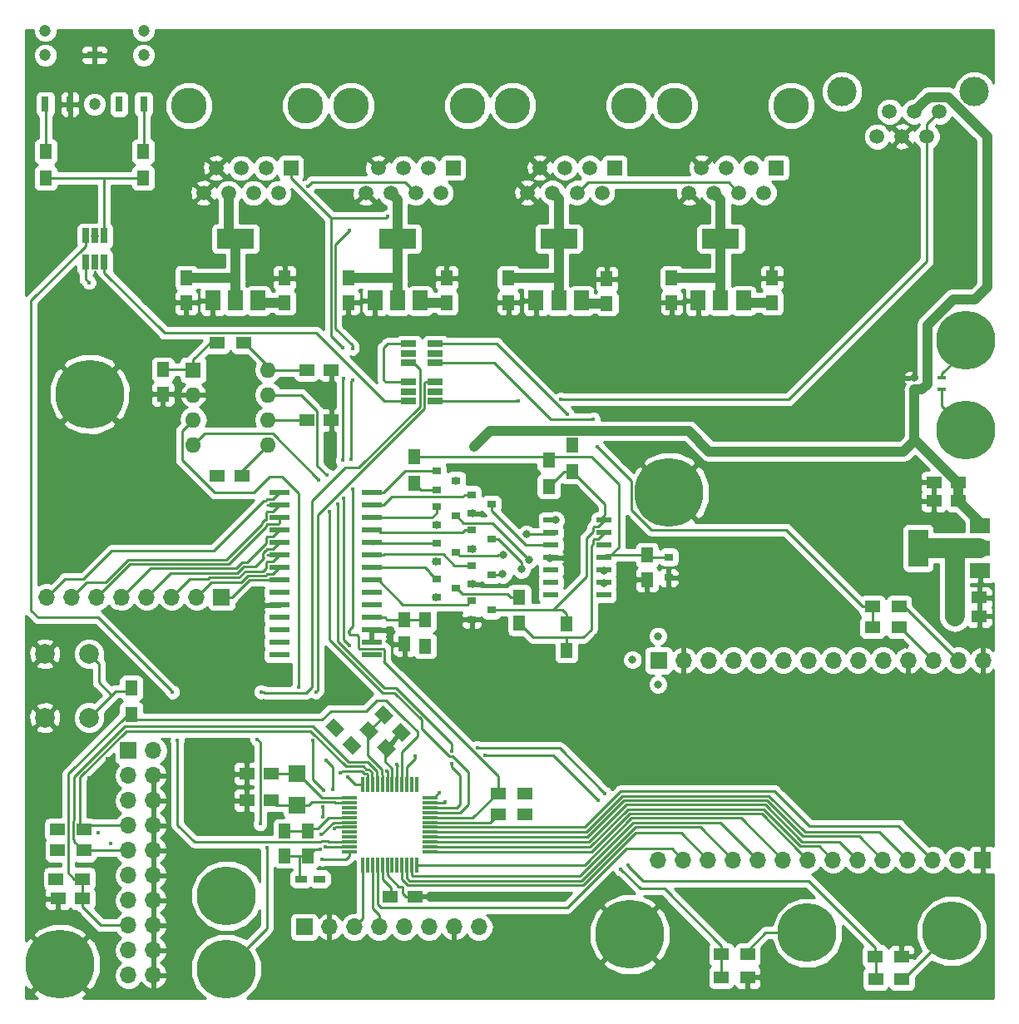
<source format=gtl>
G04 #@! TF.GenerationSoftware,KiCad,Pcbnew,(5.0.0-rc2-dev-340-g7483a73a5)*
G04 #@! TF.CreationDate,2018-04-20T19:56:18+02:00*
G04 #@! TF.ProjectId,AudiA6Main,4175646941364D61696E2E6B69636164,rev?*
G04 #@! TF.SameCoordinates,Original*
G04 #@! TF.FileFunction,Copper,L1,Top,Signal*
G04 #@! TF.FilePolarity,Positive*
%FSLAX46Y46*%
G04 Gerber Fmt 4.6, Leading zero omitted, Abs format (unit mm)*
G04 Created by KiCad (PCBNEW (5.0.0-rc2-dev-340-g7483a73a5)) date 04/20/18 19:56:18*
%MOMM*%
%LPD*%
G01*
G04 APERTURE LIST*
%ADD10R,2.000000X0.600000*%
%ADD11C,7.000000*%
%ADD12R,1.500000X1.250000*%
%ADD13R,1.250000X1.500000*%
%ADD14C,1.250000*%
%ADD15C,0.100000*%
%ADD16R,0.900000X0.800000*%
%ADD17R,0.900000X0.400000*%
%ADD18R,1.600000X0.300000*%
%ADD19R,0.300000X1.600000*%
%ADD20C,3.000000*%
%ADD21C,1.520000*%
%ADD22R,0.800000X1.500000*%
%ADD23C,1.200000*%
%ADD24R,1.500000X0.800000*%
%ADD25O,1.700000X1.700000*%
%ADD26R,1.700000X1.700000*%
%ADD27C,1.500000*%
%ADD28R,1.500000X1.500000*%
%ADD29C,3.650000*%
%ADD30R,1.500000X0.600000*%
%ADD31R,1.200000X0.750000*%
%ADD32R,1.300000X1.500000*%
%ADD33R,1.500000X1.300000*%
%ADD34C,2.000000*%
%ADD35C,5.999480*%
%ADD36R,1.560000X0.650000*%
%ADD37R,0.650000X1.560000*%
%ADD38R,2.000000X1.500000*%
%ADD39R,2.000000X3.800000*%
%ADD40O,1.600000X1.600000*%
%ADD41R,1.600000X1.600000*%
%ADD42R,3.800000X2.000000*%
%ADD43R,1.500000X2.000000*%
%ADD44R,1.800000X1.750000*%
%ADD45C,0.400000*%
%ADD46C,0.800000*%
%ADD47C,2.000000*%
%ADD48C,0.250000*%
%ADD49C,1.000000*%
%ADD50C,0.254000*%
G04 APERTURE END LIST*
D10*
X84450000Y-93545000D03*
X84450000Y-94815000D03*
X84450000Y-96085000D03*
X84450000Y-97355000D03*
X84450000Y-98625000D03*
X84450000Y-99895000D03*
X84450000Y-101165000D03*
X84450000Y-102435000D03*
X84450000Y-103705000D03*
X84450000Y-104975000D03*
X84450000Y-106245000D03*
X84450000Y-107515000D03*
X84450000Y-108785000D03*
X84450000Y-110055000D03*
X75050000Y-110055000D03*
X75050000Y-108785000D03*
X75050000Y-107515000D03*
X75050000Y-106245000D03*
X75050000Y-104975000D03*
X75050000Y-103705000D03*
X75050000Y-102435000D03*
X75050000Y-101165000D03*
X75050000Y-99895000D03*
X75050000Y-98625000D03*
X75050000Y-97355000D03*
X75050000Y-96085000D03*
X75050000Y-94815000D03*
X75050000Y-93545000D03*
D11*
X114750000Y-93500000D03*
X55750000Y-83500000D03*
X52750000Y-141500000D03*
D12*
X71750000Y-122150000D03*
X74250000Y-122150000D03*
X71750000Y-124850000D03*
X74250000Y-124850000D03*
X141691903Y-92473186D03*
X144191903Y-92473186D03*
X141691903Y-94373186D03*
X144191903Y-94373186D03*
X143808097Y-106126814D03*
X146308097Y-106126814D03*
X143808097Y-104226814D03*
X146308097Y-104226814D03*
X71250000Y-91850000D03*
X68750000Y-91850000D03*
X80350000Y-81050000D03*
X77850000Y-81050000D03*
D13*
X63200000Y-83500000D03*
X63200000Y-81000000D03*
D12*
X80350000Y-86150000D03*
X77850000Y-86150000D03*
D13*
X87800000Y-108950000D03*
X87800000Y-106450000D03*
X125200000Y-71700000D03*
X125200000Y-74200000D03*
X108400000Y-74300000D03*
X108400000Y-71800000D03*
X75600000Y-71700000D03*
X75600000Y-74200000D03*
X92100000Y-74200000D03*
X92100000Y-71700000D03*
X115000000Y-71700000D03*
X115000000Y-74200000D03*
X98400000Y-74200000D03*
X98400000Y-71700000D03*
X65600000Y-71700000D03*
X65600000Y-74200000D03*
X82100000Y-71700000D03*
X82100000Y-74200000D03*
X112500000Y-99900000D03*
X112500000Y-102400000D03*
D12*
X55050000Y-134850000D03*
X52550000Y-134850000D03*
D14*
X85716117Y-116166117D03*
D15*
G36*
X84743845Y-116077729D02*
X85627729Y-115193845D01*
X86688389Y-116254505D01*
X85804505Y-117138389D01*
X84743845Y-116077729D01*
X84743845Y-116077729D01*
G37*
D14*
X87483883Y-117933883D03*
D15*
G36*
X86511611Y-117845495D02*
X87395495Y-116961611D01*
X88456155Y-118022271D01*
X87572271Y-118906155D01*
X86511611Y-117845495D01*
X86511611Y-117845495D01*
G37*
D13*
X78000000Y-128000000D03*
X78000000Y-130500000D03*
D12*
X88850000Y-134650000D03*
X86350000Y-134650000D03*
D14*
X85983883Y-119533883D03*
D15*
G36*
X85011611Y-119445495D02*
X85895495Y-118561611D01*
X86956155Y-119622271D01*
X86072271Y-120506155D01*
X85011611Y-119445495D01*
X85011611Y-119445495D01*
G37*
D14*
X84216117Y-117766117D03*
D15*
G36*
X83243845Y-117677729D02*
X84127729Y-116793845D01*
X85188389Y-117854505D01*
X84304505Y-118738389D01*
X83243845Y-117677729D01*
X83243845Y-117677729D01*
G37*
D13*
X75600000Y-130500000D03*
X75600000Y-128000000D03*
D14*
X82483883Y-119233883D03*
D15*
G36*
X81511611Y-119145495D02*
X82395495Y-118261611D01*
X83456155Y-119322271D01*
X82572271Y-120206155D01*
X81511611Y-119145495D01*
X81511611Y-119145495D01*
G37*
D14*
X80716117Y-117466117D03*
D15*
G36*
X79743845Y-117377729D02*
X80627729Y-116493845D01*
X81688389Y-117554505D01*
X80804505Y-118438389D01*
X79743845Y-117377729D01*
X79743845Y-117377729D01*
G37*
D16*
X114700000Y-102200000D03*
X114700000Y-100100000D03*
D17*
X142500000Y-83025000D03*
X142500000Y-81875000D03*
X139700000Y-83025000D03*
X139700000Y-81875000D03*
D18*
X82200000Y-124600000D03*
X82200000Y-125100000D03*
X82200000Y-125600000D03*
X82200000Y-126100000D03*
X82200000Y-126600000D03*
X82200000Y-127100000D03*
X82200000Y-127600000D03*
X82200000Y-128100000D03*
X82200000Y-128600000D03*
X82200000Y-129100000D03*
X82200000Y-129600000D03*
X82200000Y-130100000D03*
D19*
X83550000Y-131450000D03*
X84050000Y-131450000D03*
X84550000Y-131450000D03*
X85050000Y-131450000D03*
X85550000Y-131450000D03*
X86050000Y-131450000D03*
X86550000Y-131450000D03*
X87050000Y-131450000D03*
X87550000Y-131450000D03*
X88050000Y-131450000D03*
X88550000Y-131450000D03*
X89050000Y-131450000D03*
D18*
X90400000Y-130100000D03*
X90400000Y-129600000D03*
X90400000Y-129100000D03*
X90400000Y-128600000D03*
X90400000Y-128100000D03*
X90400000Y-127600000D03*
X90400000Y-127100000D03*
X90400000Y-126600000D03*
X90400000Y-126100000D03*
X90400000Y-125600000D03*
X90400000Y-125100000D03*
X90400000Y-124600000D03*
D19*
X89050000Y-123250000D03*
X88550000Y-123250000D03*
X88050000Y-123250000D03*
X87550000Y-123250000D03*
X87050000Y-123250000D03*
X86550000Y-123250000D03*
X86050000Y-123250000D03*
X85550000Y-123250000D03*
X85050000Y-123250000D03*
X84550000Y-123250000D03*
X84050000Y-123250000D03*
X83550000Y-123250000D03*
D20*
X145810000Y-52720000D03*
X132340000Y-52720000D03*
D21*
X137170000Y-54750000D03*
X139710000Y-54750000D03*
X142250000Y-54750000D03*
X135900000Y-57290000D03*
X140980000Y-57290000D03*
X138440000Y-57290000D03*
D22*
X51250000Y-54000000D03*
X61250000Y-54000000D03*
X53750000Y-54000000D03*
X58750000Y-54000000D03*
D23*
X56250000Y-54000000D03*
X51250000Y-49000000D03*
X51250000Y-46500000D03*
X61250000Y-49000000D03*
X61250000Y-46500000D03*
D24*
X56250000Y-49000000D03*
D25*
X51420000Y-104150000D03*
X53960000Y-104150000D03*
X56500000Y-104150000D03*
X59040000Y-104150000D03*
X61580000Y-104150000D03*
X64120000Y-104150000D03*
X66660000Y-104150000D03*
D26*
X69200000Y-104150000D03*
X77600000Y-137750000D03*
D25*
X80140000Y-137750000D03*
X82680000Y-137750000D03*
X85220000Y-137750000D03*
X87760000Y-137750000D03*
X90300000Y-137750000D03*
X92840000Y-137750000D03*
X95380000Y-137750000D03*
D27*
X116774999Y-63004999D03*
X118044999Y-60464999D03*
X119314999Y-63004999D03*
X120584999Y-60464999D03*
X121854999Y-63004999D03*
X123124999Y-60464999D03*
X124394999Y-63004999D03*
D28*
X125664999Y-60464999D03*
D29*
X127154999Y-54114999D03*
X115284999Y-54114999D03*
X98814999Y-54114999D03*
X110684999Y-54114999D03*
D28*
X109194999Y-60464999D03*
D27*
X107924999Y-63004999D03*
X106654999Y-60464999D03*
X105384999Y-63004999D03*
X104114999Y-60464999D03*
X102844999Y-63004999D03*
X101574999Y-60464999D03*
X100304999Y-63004999D03*
X67360000Y-63040000D03*
X68630000Y-60500000D03*
X69900000Y-63040000D03*
X71170000Y-60500000D03*
X72440000Y-63040000D03*
X73710000Y-60500000D03*
X74980000Y-63040000D03*
D28*
X76250000Y-60500000D03*
D29*
X77740000Y-54150000D03*
X65870000Y-54150000D03*
X82370000Y-54150000D03*
X94240000Y-54150000D03*
D28*
X92750000Y-60500000D03*
D27*
X91480000Y-63040000D03*
X90210000Y-60500000D03*
X88940000Y-63040000D03*
X87670000Y-60500000D03*
X86400000Y-63040000D03*
X85130000Y-60500000D03*
X83860000Y-63040000D03*
D30*
X102700000Y-103960000D03*
X102700000Y-102690000D03*
X102700000Y-101420000D03*
X102700000Y-100150000D03*
X102700000Y-98880000D03*
X102700000Y-97610000D03*
X102700000Y-96340000D03*
X108100000Y-96340000D03*
X108100000Y-97610000D03*
X108100000Y-98880000D03*
X108100000Y-100150000D03*
X108100000Y-101420000D03*
X108100000Y-102690000D03*
X108100000Y-103960000D03*
D26*
X146670000Y-130930000D03*
D25*
X144130000Y-130930000D03*
X141590000Y-130930000D03*
X139050000Y-130930000D03*
X136510000Y-130930000D03*
X133970000Y-130930000D03*
X131430000Y-130930000D03*
X128890000Y-130930000D03*
X126350000Y-130930000D03*
X123810000Y-130930000D03*
X121270000Y-130930000D03*
X118730000Y-130930000D03*
X116190000Y-130930000D03*
X113650000Y-130930000D03*
X146680000Y-110610000D03*
X144140000Y-110610000D03*
X141600000Y-110610000D03*
X139060000Y-110610000D03*
X136520000Y-110610000D03*
X133980000Y-110610000D03*
X131440000Y-110610000D03*
X128900000Y-110610000D03*
X126360000Y-110610000D03*
X123820000Y-110610000D03*
X121280000Y-110610000D03*
X118740000Y-110610000D03*
X116200000Y-110610000D03*
D26*
X113660000Y-110610000D03*
D31*
X79150000Y-132850000D03*
X77250000Y-132850000D03*
D25*
X62250000Y-142660000D03*
X59710000Y-142660000D03*
X62250000Y-140120000D03*
X59710000Y-140120000D03*
X62250000Y-137580000D03*
X59710000Y-137580000D03*
X62250000Y-135040000D03*
X59710000Y-135040000D03*
X62250000Y-132500000D03*
X59710000Y-132500000D03*
X62250000Y-129960000D03*
X59710000Y-129960000D03*
X62250000Y-127420000D03*
X59710000Y-127420000D03*
X62250000Y-124880000D03*
X59710000Y-124880000D03*
X62250000Y-122340000D03*
X59710000Y-122340000D03*
X62250000Y-119800000D03*
D26*
X59710000Y-119800000D03*
D16*
X94650000Y-104550000D03*
X94650000Y-106450000D03*
X96650000Y-105500000D03*
X93050000Y-103250000D03*
X91050000Y-104200000D03*
X91050000Y-102300000D03*
X96650000Y-101900000D03*
X94650000Y-102850000D03*
X94650000Y-100950000D03*
X91050000Y-94950000D03*
X91050000Y-96850000D03*
X93050000Y-95900000D03*
X93050000Y-99600000D03*
X91050000Y-100550000D03*
X91050000Y-98650000D03*
X94650000Y-97350000D03*
X94650000Y-99250000D03*
X96650000Y-98300000D03*
X91050000Y-91350000D03*
X91050000Y-93250000D03*
X93050000Y-92300000D03*
X96650000Y-94700000D03*
X94650000Y-95650000D03*
X94650000Y-93750000D03*
D32*
X60000000Y-113400000D03*
X60000000Y-116100000D03*
D33*
X135750000Y-143050000D03*
X138450000Y-143050000D03*
X135700000Y-140750000D03*
X138400000Y-140750000D03*
X120050000Y-140550000D03*
X122750000Y-140550000D03*
X120050000Y-142850000D03*
X122750000Y-142850000D03*
D32*
X61200000Y-61500000D03*
X61200000Y-58800000D03*
X51300000Y-61500000D03*
X51300000Y-58800000D03*
D33*
X71450000Y-78250000D03*
X68750000Y-78250000D03*
X100050000Y-124150000D03*
X97350000Y-124150000D03*
D32*
X89900000Y-106450000D03*
X89900000Y-109150000D03*
D33*
X97350000Y-126250000D03*
X100050000Y-126250000D03*
D32*
X104300000Y-109600000D03*
X104300000Y-106900000D03*
X99500000Y-106850000D03*
X99500000Y-104150000D03*
X104900000Y-91400000D03*
X104900000Y-88700000D03*
X102500000Y-92900000D03*
X102500000Y-90200000D03*
X88800000Y-92600000D03*
X88800000Y-89900000D03*
D33*
X138150000Y-107250000D03*
X135450000Y-107250000D03*
X138150000Y-105150000D03*
X135450000Y-105150000D03*
X52350000Y-132850000D03*
X55050000Y-132850000D03*
X55200000Y-129950000D03*
X52500000Y-129950000D03*
X52450000Y-127850000D03*
X55150000Y-127850000D03*
D34*
X51200000Y-109950000D03*
X55700000Y-109950000D03*
X51200000Y-116450000D03*
X55700000Y-116450000D03*
D35*
X69700000Y-134550000D03*
X69650000Y-142000000D03*
X144900000Y-78050000D03*
X144900000Y-87150000D03*
D36*
X88250000Y-82300000D03*
X88250000Y-83250000D03*
X88250000Y-84200000D03*
X90950000Y-84200000D03*
X90950000Y-82300000D03*
X90950000Y-83250000D03*
X88250000Y-79350000D03*
X88250000Y-80300000D03*
X88250000Y-78400000D03*
X90950000Y-78400000D03*
X90950000Y-79350000D03*
X90950000Y-80300000D03*
D37*
X56300000Y-67400000D03*
X55350000Y-67400000D03*
X57250000Y-67400000D03*
X57250000Y-70100000D03*
X56300000Y-70100000D03*
X55350000Y-70100000D03*
D38*
X146391903Y-101473186D03*
X146391903Y-96873186D03*
X146391903Y-99173186D03*
D39*
X140091903Y-99173186D03*
D40*
X73920000Y-81050000D03*
X66300000Y-88670000D03*
X73920000Y-83590000D03*
X66300000Y-86130000D03*
X73920000Y-86130000D03*
X66300000Y-83590000D03*
X73920000Y-88670000D03*
D41*
X66300000Y-81050000D03*
D42*
X120000000Y-67700000D03*
D43*
X120000000Y-74000000D03*
X122300000Y-74000000D03*
X117700000Y-74000000D03*
X101200000Y-74000000D03*
X105800000Y-74000000D03*
X103500000Y-74000000D03*
D42*
X103500000Y-67700000D03*
X70600000Y-67700000D03*
D43*
X70600000Y-74000000D03*
X72900000Y-74000000D03*
X68300000Y-74000000D03*
X84800000Y-74000000D03*
X89400000Y-74000000D03*
X87100000Y-74000000D03*
D42*
X87100000Y-67700000D03*
D44*
X76900000Y-125350000D03*
X76900000Y-122100000D03*
D11*
X110750000Y-138500000D03*
D35*
X143500000Y-138150000D03*
X128800000Y-138350000D03*
D45*
X123500000Y-135750000D03*
X118500000Y-135750000D03*
X118500000Y-140750000D03*
X103500000Y-140750000D03*
X93500000Y-140750000D03*
X83500000Y-140750000D03*
X73500000Y-140750000D03*
X128500000Y-105750000D03*
X118500000Y-100750000D03*
X133500000Y-100750000D03*
X123500000Y-95750000D03*
X118500000Y-90750000D03*
X128500000Y-90750000D03*
X138500000Y-90750000D03*
X133500000Y-65750000D03*
X128500000Y-75750000D03*
X123500000Y-80750000D03*
X113500000Y-80750000D03*
X103500000Y-80750000D03*
X113500000Y-85750000D03*
X123500000Y-85750000D03*
X133500000Y-85750000D03*
X138500000Y-75750000D03*
X143500000Y-70750000D03*
X143500000Y-60750000D03*
X138500000Y-50750000D03*
X123500000Y-50750000D03*
X113500000Y-50750000D03*
X103500000Y-50750000D03*
X93500000Y-50750000D03*
X83500000Y-50750000D03*
X73500000Y-50750000D03*
X63500000Y-50750000D03*
X53500000Y-50750000D03*
X87800000Y-108950000D03*
D46*
X143700000Y-106150000D03*
X143700000Y-104150000D03*
D45*
X49900000Y-137650000D03*
X51000000Y-136950000D03*
X53700000Y-136850000D03*
X55500000Y-137850000D03*
X57300000Y-139450000D03*
X57500000Y-141950000D03*
X57300000Y-144250000D03*
X57400000Y-135150000D03*
X57300000Y-132750000D03*
X57400000Y-131050000D03*
X54700000Y-131350000D03*
X57900000Y-129250000D03*
X56600000Y-128150000D03*
X57600000Y-123550000D03*
X57700000Y-126250000D03*
X55600000Y-126050000D03*
X55700000Y-122550000D03*
X57600000Y-120650000D03*
X56300000Y-70150000D03*
X79200000Y-132850000D03*
X91900000Y-125050000D03*
X91300000Y-124050000D03*
X85700000Y-116250000D03*
X87500000Y-117950000D03*
X82500000Y-119250000D03*
X84200000Y-117750000D03*
X86000000Y-119550000D03*
X86500000Y-134650000D03*
X89000000Y-134550000D03*
X125200000Y-71650000D03*
X115200000Y-74350000D03*
X117900000Y-73850000D03*
X108500000Y-71850000D03*
X101200000Y-74150000D03*
X98400000Y-74250000D03*
X80400000Y-86050000D03*
X65600000Y-74250000D03*
X68300000Y-74150000D03*
X75600000Y-71750000D03*
X92100000Y-71650000D03*
X84700000Y-73950000D03*
X80400000Y-81050000D03*
X82000000Y-74150000D03*
X79200000Y-129850000D03*
X79300000Y-128350000D03*
X80716117Y-117466117D03*
X86000000Y-121850000D03*
X80633734Y-127758744D03*
X77000000Y-113374979D03*
X64200000Y-113824990D03*
X79725010Y-129549980D03*
X79460556Y-126510556D03*
X79500000Y-125550000D03*
X78800008Y-113824990D03*
X78478761Y-118771239D03*
X79400000Y-130850000D03*
X73099994Y-127250000D03*
X73200000Y-113824990D03*
X82221239Y-109128761D03*
X86100000Y-65450000D03*
X81500000Y-78750000D03*
X81600000Y-81950000D03*
X81500000Y-90250000D03*
X81600000Y-94150000D03*
X75050000Y-108785000D03*
X82500000Y-78850000D03*
X82500000Y-82050000D03*
X82400000Y-90150000D03*
X82500000Y-93150000D03*
X82200000Y-66850000D03*
X75050000Y-107515000D03*
X82200000Y-107750000D03*
X97300000Y-126250000D03*
X84500000Y-110050000D03*
X84400000Y-108850000D03*
X84500000Y-107550000D03*
X75000000Y-104950000D03*
X75000000Y-103750000D03*
X80500000Y-123750000D03*
X79800000Y-120750000D03*
X79600000Y-123850000D03*
X80200000Y-95450000D03*
X79100000Y-92250000D03*
X92600000Y-121150000D03*
X92595367Y-119824990D03*
X80974990Y-94747037D03*
X79900000Y-91750000D03*
X95221239Y-119528761D03*
X88900000Y-120350000D03*
X108200000Y-124150000D03*
X110600000Y-131450000D03*
X95971239Y-120278761D03*
X87000000Y-121250000D03*
X107500000Y-124850000D03*
X109800000Y-131850000D03*
X81300000Y-122050000D03*
X73800000Y-129650000D03*
X82000000Y-122450000D03*
X103700000Y-84050000D03*
X99400000Y-84250000D03*
X78000000Y-62350000D03*
X104348182Y-85524990D03*
X104900000Y-88750000D03*
X90900000Y-79350000D03*
X88300000Y-79350000D03*
X90900000Y-83250000D03*
X88200000Y-83250000D03*
X68700000Y-91850000D03*
X55700000Y-72150000D03*
D46*
X56300000Y-67450000D03*
X100000000Y-126250000D03*
X100100000Y-124150000D03*
X71700000Y-124950000D03*
X71700000Y-122150000D03*
X72900000Y-74150000D03*
X75600000Y-74250000D03*
X89300000Y-74150000D03*
X92100000Y-74250000D03*
X105700000Y-74150000D03*
X108400000Y-74350000D03*
X122300000Y-74050000D03*
X125100000Y-74250000D03*
X139900000Y-100550000D03*
X139900000Y-99150000D03*
X139900000Y-97850000D03*
X139700000Y-81850000D03*
X93050000Y-92300000D03*
X94900000Y-88850000D03*
X113600000Y-113050000D03*
X111000000Y-110550000D03*
X113600000Y-108150000D03*
X52300000Y-132850000D03*
X52500000Y-129850000D03*
X52400000Y-127850000D03*
X102600000Y-100250000D03*
X94700000Y-99250000D03*
X94700000Y-95650000D03*
X91100000Y-96850000D03*
X91000000Y-100550000D03*
X94700000Y-102850000D03*
X94600000Y-106450000D03*
X91000000Y-104150000D03*
X89900000Y-109150000D03*
D45*
X64700000Y-118750000D03*
X72800000Y-118650000D03*
D46*
X103200000Y-96340000D03*
X97800000Y-101850000D03*
X108100000Y-101450000D03*
X100500000Y-100350000D03*
X97898909Y-99874228D03*
X100200000Y-97750000D03*
X108099992Y-102750000D03*
X99700000Y-101350000D03*
D45*
X107000000Y-86050000D03*
X107400000Y-88850000D03*
D47*
X143808097Y-104226814D02*
X143808097Y-106126814D01*
D48*
X90400000Y-125100000D02*
X91850000Y-125100000D01*
X91850000Y-125100000D02*
X91900000Y-125050000D01*
X90750000Y-124600000D02*
X91300000Y-124050000D01*
X90400000Y-124600000D02*
X90750000Y-124600000D01*
X85803653Y-119981613D02*
X85803653Y-120876649D01*
X86550000Y-121622996D02*
X86550000Y-122200000D01*
X85803653Y-120876649D02*
X86550000Y-121622996D01*
X86550000Y-122200000D02*
X86550000Y-123250000D01*
X85716117Y-116166117D02*
X85716117Y-116266117D01*
X85716117Y-116266117D02*
X84216117Y-117766117D01*
X85550000Y-123250000D02*
X85550000Y-122277004D01*
X85550000Y-122277004D02*
X85474998Y-122202002D01*
X84035887Y-120258887D02*
X84035887Y-118213847D01*
X85474998Y-122202002D02*
X85474998Y-121697998D01*
X85474998Y-121697998D02*
X84035887Y-120258887D01*
X81150000Y-124600000D02*
X81124988Y-124574988D01*
X81124988Y-124574988D02*
X79399988Y-124574988D01*
X82200000Y-124600000D02*
X81150000Y-124600000D01*
X76925000Y-122100000D02*
X76900000Y-122100000D01*
X79399988Y-124574988D02*
X76925000Y-122100000D01*
X82200000Y-125100000D02*
X80727002Y-125100000D01*
X78050000Y-125350000D02*
X76900000Y-125350000D01*
X80652001Y-125024999D02*
X78375001Y-125024999D01*
X78375001Y-125024999D02*
X78050000Y-125350000D01*
X80727002Y-125100000D02*
X80652001Y-125024999D01*
X87600000Y-133650000D02*
X87200000Y-133650000D01*
X87200000Y-133650000D02*
X86050000Y-132500000D01*
X86050000Y-132500000D02*
X86050000Y-131450000D01*
X87600000Y-134300000D02*
X87600000Y-133650000D01*
X88950000Y-134650000D02*
X87950000Y-134650000D01*
X87950000Y-134650000D02*
X87600000Y-134300000D01*
X86450000Y-134650000D02*
X86450000Y-133775000D01*
X86450000Y-133775000D02*
X85550000Y-132875000D01*
X85550000Y-132875000D02*
X85550000Y-132500000D01*
X85550000Y-132500000D02*
X85550000Y-131450000D01*
X86025000Y-106450000D02*
X85820000Y-106245000D01*
X87800000Y-106450000D02*
X86025000Y-106450000D01*
X85820000Y-106245000D02*
X85700000Y-106245000D01*
X85700000Y-106245000D02*
X84450000Y-106245000D01*
D49*
X87100000Y-63740000D02*
X86400000Y-63040000D01*
X87100000Y-67700000D02*
X87100000Y-63740000D01*
D48*
X59650000Y-116100000D02*
X53600000Y-122150000D01*
X60000000Y-116100000D02*
X59650000Y-116100000D01*
X53600000Y-122150000D02*
X53600000Y-132250000D01*
X53600000Y-132250000D02*
X54200000Y-132850000D01*
X54200000Y-132850000D02*
X55050000Y-132850000D01*
X85000000Y-114650000D02*
X85900000Y-114650000D01*
X83900000Y-115750000D02*
X85000000Y-114650000D01*
X80300000Y-115750000D02*
X83900000Y-115750000D01*
X87708361Y-116458361D02*
X89100000Y-117850000D01*
X79400000Y-116650000D02*
X80300000Y-115750000D01*
X85900000Y-114650000D02*
X87700000Y-116450000D01*
X60000000Y-116100000D02*
X60550000Y-116650000D01*
X89100000Y-117850000D02*
X89100000Y-118350000D01*
X60550000Y-116650000D02*
X79400000Y-116650000D01*
X87700000Y-116450000D02*
X87700000Y-116466722D01*
X87700000Y-116466722D02*
X87708361Y-116458361D01*
X89100000Y-118350000D02*
X87550000Y-119900000D01*
X87550000Y-119900000D02*
X87550000Y-122200000D01*
X87550000Y-122200000D02*
X87550000Y-123250000D01*
X59710000Y-137580000D02*
X56905000Y-137580000D01*
X56905000Y-137580000D02*
X55050000Y-135725000D01*
X55050000Y-135725000D02*
X55050000Y-134850000D01*
X77100000Y-132900000D02*
X77100000Y-130525000D01*
X77100000Y-130525000D02*
X77125000Y-130500000D01*
X77125000Y-130500000D02*
X78000000Y-130500000D01*
X78000000Y-130500000D02*
X75600000Y-130500000D01*
X79200000Y-129850000D02*
X78650000Y-129850000D01*
X78650000Y-129850000D02*
X78000000Y-130500000D01*
X82200000Y-127100000D02*
X80550000Y-127100000D01*
X80550000Y-127100000D02*
X79300000Y-128350000D01*
X75600000Y-128000000D02*
X78000000Y-128000000D01*
X82200000Y-126600000D02*
X80113589Y-126600000D01*
X78988591Y-127724998D02*
X78275002Y-127724998D01*
X78275002Y-127724998D02*
X78000000Y-128000000D01*
X80113589Y-126600000D02*
X78988591Y-127724998D01*
X86050000Y-123250000D02*
X86050000Y-121900000D01*
X86050000Y-121900000D02*
X86000000Y-121850000D01*
X80792478Y-127600000D02*
X80633734Y-127758744D01*
X82200000Y-127600000D02*
X80792478Y-127600000D01*
X65174999Y-87255001D02*
X65174999Y-90235001D01*
X75340002Y-91950000D02*
X77000000Y-93609998D01*
X72500000Y-93550000D02*
X74100000Y-91950000D01*
X77000000Y-113092137D02*
X77000000Y-113374979D01*
X77000000Y-93609998D02*
X77000000Y-113092137D01*
X66300000Y-86130000D02*
X65174999Y-87255001D01*
X74100000Y-91950000D02*
X75340002Y-91950000D01*
X65174999Y-90235001D02*
X68489998Y-93550000D01*
X68489998Y-93550000D02*
X72500000Y-93550000D01*
X79977011Y-129024979D02*
X80052032Y-129100000D01*
X80052032Y-129100000D02*
X81150000Y-129100000D01*
X79347999Y-129024979D02*
X79977011Y-129024979D01*
X81150000Y-129100000D02*
X82200000Y-129100000D01*
X79347999Y-129024979D02*
X79297977Y-129075001D01*
X79297977Y-129075001D02*
X66425001Y-129075001D01*
X66425001Y-129075001D02*
X64700000Y-127350000D01*
X64700000Y-127350000D02*
X64700000Y-118750000D01*
X79347979Y-129024999D02*
X79347999Y-129024979D01*
X64000001Y-113624991D02*
X64200000Y-113824990D01*
X50500000Y-106250000D02*
X56625010Y-106250000D01*
X49800000Y-105550000D02*
X50500000Y-106250000D01*
X55350000Y-67400000D02*
X55350000Y-68430000D01*
X49800000Y-73980000D02*
X49800000Y-105550000D01*
X55350000Y-68430000D02*
X49800000Y-73980000D01*
X56625010Y-106250000D02*
X64000001Y-113624991D01*
X79775030Y-129600000D02*
X79725010Y-129549980D01*
X82200000Y-129600000D02*
X79775030Y-129600000D01*
X79500000Y-126471112D02*
X79460556Y-126510556D01*
X79500000Y-125550000D02*
X79500000Y-126471112D01*
X79000007Y-113624991D02*
X78800008Y-113824990D01*
X79000007Y-95776405D02*
X79000007Y-113624991D01*
X89805011Y-82414989D02*
X89805011Y-84971401D01*
X89920000Y-82300000D02*
X89805011Y-82414989D01*
X90950000Y-82300000D02*
X89920000Y-82300000D01*
X89805011Y-84971401D02*
X79000007Y-95776405D01*
X78478761Y-119054081D02*
X78478761Y-118771239D01*
X78478761Y-122728761D02*
X78478761Y-119054081D01*
X79600000Y-123850000D02*
X78478761Y-122728761D01*
X79400000Y-130850000D02*
X81850000Y-130850000D01*
X81850000Y-130850000D02*
X82200000Y-130500000D01*
X82200000Y-130500000D02*
X82200000Y-130100000D01*
X73099994Y-118949994D02*
X73099994Y-126967158D01*
X72800000Y-118650000D02*
X73099994Y-118949994D01*
X73099994Y-126967158D02*
X73099994Y-127250000D01*
X81550000Y-130100000D02*
X82200000Y-130100000D01*
X73557841Y-113899989D02*
X73482842Y-113824990D01*
X88705000Y-80300000D02*
X89355001Y-80950001D01*
X89355001Y-80950001D02*
X89355001Y-84785001D01*
X81734997Y-91015003D02*
X78400000Y-94350000D01*
X83124999Y-91015003D02*
X81734997Y-91015003D01*
X88250000Y-80300000D02*
X88705000Y-80300000D01*
X78400000Y-113327004D02*
X77827015Y-113899989D01*
X77827015Y-113899989D02*
X73557841Y-113899989D01*
X78400000Y-94350000D02*
X78400000Y-113327004D01*
X89355001Y-84785001D02*
X83124999Y-91015003D01*
X73482842Y-113824990D02*
X73200000Y-113824990D01*
X138110000Y-127450000D02*
X129000000Y-127450000D01*
X141590000Y-130930000D02*
X138110000Y-127450000D01*
X129000000Y-127450000D02*
X125499934Y-123949934D01*
X125499934Y-123949934D02*
X109800066Y-123949934D01*
X109800066Y-123949934D02*
X106150000Y-127600000D01*
X106150000Y-127600000D02*
X90400000Y-127600000D01*
X88550000Y-132500000D02*
X88550000Y-131450000D01*
X111104865Y-127100011D02*
X105629875Y-132575001D01*
X88625001Y-132575001D02*
X88550000Y-132500000D01*
X105629875Y-132575001D02*
X88625001Y-132575001D01*
X119980011Y-127100011D02*
X111104865Y-127100011D01*
X123810000Y-130930000D02*
X119980011Y-127100011D01*
X117890022Y-127550022D02*
X111291265Y-127550022D01*
X88050000Y-132500000D02*
X88050000Y-131450000D01*
X88311422Y-133025012D02*
X88050000Y-132763590D01*
X121270000Y-130930000D02*
X117890022Y-127550022D01*
X111291265Y-127550022D02*
X105816275Y-133025012D01*
X105816275Y-133025012D02*
X88311422Y-133025012D01*
X88050000Y-132763590D02*
X88050000Y-132500000D01*
X87550000Y-132900000D02*
X87550000Y-132500000D01*
X115950000Y-128150000D02*
X111327698Y-128150000D01*
X88125022Y-133475023D02*
X87550000Y-132900000D01*
X106002675Y-133475023D02*
X88125022Y-133475023D01*
X111327698Y-128150000D02*
X106002675Y-133475023D01*
X118730000Y-130930000D02*
X115950000Y-128150000D01*
X87550000Y-132500000D02*
X87550000Y-131450000D01*
X115014999Y-129754999D02*
X110359110Y-129754999D01*
X116190000Y-130930000D02*
X115014999Y-129754999D01*
X110359110Y-129754999D02*
X104364109Y-135750000D01*
X104364109Y-135750000D02*
X85400000Y-135750000D01*
X85400000Y-135750000D02*
X85050000Y-135400000D01*
X85050000Y-135400000D02*
X85050000Y-131450000D01*
X81600000Y-94150000D02*
X81600000Y-108507522D01*
X81600000Y-108507522D02*
X82021240Y-108928762D01*
X82021240Y-108928762D02*
X82221239Y-109128761D01*
X85950011Y-65599989D02*
X86100000Y-65450000D01*
X80349989Y-65599989D02*
X85950011Y-65599989D01*
X80349989Y-77599989D02*
X80349989Y-65599989D01*
X81500000Y-78750000D02*
X80349989Y-77599989D01*
X76250000Y-61500000D02*
X76250000Y-60500000D01*
X80349989Y-65599989D02*
X76250000Y-61500000D01*
X81500000Y-82050000D02*
X81600000Y-81950000D01*
X81500000Y-90250000D02*
X81500000Y-82050000D01*
X84360001Y-109410001D02*
X83189999Y-109410001D01*
X85775001Y-110615001D02*
X85775001Y-109494999D01*
X85775001Y-109494999D02*
X85710001Y-109429999D01*
X84379999Y-109429999D02*
X84360001Y-109410001D01*
X97350000Y-124150000D02*
X97350000Y-122400000D01*
X85630001Y-110680001D02*
X85710001Y-110680001D01*
X97350000Y-122400000D02*
X85630001Y-110680001D01*
X85710001Y-110680001D02*
X85775001Y-110615001D01*
X82982842Y-108032842D02*
X82200000Y-108032842D01*
X85710001Y-109429999D02*
X84379999Y-109429999D01*
X83189999Y-109410001D02*
X83124999Y-109345001D01*
X83124999Y-109345001D02*
X83124999Y-108224999D01*
X83124999Y-108224999D02*
X83149999Y-108199999D01*
X83149999Y-108199999D02*
X82982842Y-108032842D01*
X82200000Y-108032842D02*
X82200000Y-107750000D01*
X82500000Y-78567158D02*
X80800000Y-76867158D01*
X82500000Y-78850000D02*
X82500000Y-78567158D01*
X82000001Y-67049999D02*
X82200000Y-66850000D01*
X80800000Y-68250000D02*
X82000001Y-67049999D01*
X80800000Y-76867158D02*
X80800000Y-68250000D01*
X82400000Y-82150000D02*
X82500000Y-82050000D01*
X82400000Y-90150000D02*
X82400000Y-82150000D01*
X82500000Y-107167158D02*
X82500000Y-93150000D01*
X82200000Y-107750000D02*
X82200000Y-107467158D01*
X82200000Y-107467158D02*
X82500000Y-107167158D01*
X80500000Y-121450000D02*
X80500000Y-123750000D01*
X79800000Y-120750000D02*
X80500000Y-121450000D01*
X89550011Y-117563600D02*
X92336411Y-120350000D01*
X94300000Y-125250000D02*
X93450000Y-126100000D01*
X93450000Y-126100000D02*
X91450000Y-126100000D01*
X80200000Y-108550000D02*
X85549989Y-113899989D01*
X86786400Y-113899989D02*
X89550011Y-116663600D01*
X92700000Y-120350000D02*
X94300000Y-121950000D01*
X91450000Y-126100000D02*
X90400000Y-126100000D01*
X92336411Y-120350000D02*
X92700000Y-120350000D01*
X89550011Y-116663600D02*
X89550011Y-117563600D01*
X80200000Y-95450000D02*
X80200000Y-108550000D01*
X94300000Y-121950000D02*
X94300000Y-125250000D01*
X85549989Y-113899989D02*
X86786400Y-113899989D01*
X67425001Y-87544999D02*
X74394999Y-87544999D01*
X66300000Y-88670000D02*
X67425001Y-87544999D01*
X74394999Y-87544999D02*
X79100000Y-92250000D01*
X93150000Y-125600000D02*
X93500000Y-125250000D01*
X90400000Y-125600000D02*
X93150000Y-125600000D01*
X93500000Y-125250000D02*
X93500000Y-122332842D01*
X93500000Y-122332842D02*
X92600000Y-121432842D01*
X92600000Y-121432842D02*
X92600000Y-121150000D01*
X92595367Y-119072545D02*
X92595367Y-119542148D01*
X85741893Y-113449978D02*
X86972800Y-113449978D01*
X92595367Y-119542148D02*
X92595367Y-119824990D01*
X86972800Y-113449978D02*
X92595367Y-119072545D01*
X80974990Y-94747037D02*
X80974990Y-108683075D01*
X80974990Y-108683075D02*
X85741893Y-113449978D01*
X79900000Y-91750000D02*
X78925001Y-90775001D01*
X78925001Y-90775001D02*
X78925001Y-85264999D01*
X78925001Y-85264999D02*
X77250002Y-83590000D01*
X77250002Y-83590000D02*
X75051370Y-83590000D01*
X75051370Y-83590000D02*
X73920000Y-83590000D01*
X95504081Y-119528761D02*
X95221239Y-119528761D01*
X108200000Y-124150000D02*
X103578761Y-119528761D01*
X103578761Y-119528761D02*
X95504081Y-119528761D01*
X88900000Y-120350000D02*
X88900000Y-120632842D01*
X88900000Y-120632842D02*
X88050000Y-121482842D01*
X88050000Y-121482842D02*
X88050000Y-122200000D01*
X88050000Y-122200000D02*
X88050000Y-123250000D01*
X110600000Y-131550000D02*
X110600000Y-131450000D01*
X112100000Y-133050000D02*
X110600000Y-131550000D01*
X128900000Y-133050000D02*
X112100000Y-133050000D01*
X135700000Y-140750000D02*
X135700000Y-139850000D01*
X135700000Y-139850000D02*
X128900000Y-133050000D01*
X107500000Y-124850000D02*
X102928761Y-120278761D01*
X102928761Y-120278761D02*
X96254081Y-120278761D01*
X96254081Y-120278761D02*
X95971239Y-120278761D01*
X87099990Y-121349990D02*
X87050000Y-121399980D01*
X87050000Y-121399980D02*
X87050000Y-123250000D01*
X87000000Y-121250000D02*
X87099990Y-121349990D01*
X111800000Y-133850000D02*
X109800000Y-131850000D01*
X120050000Y-140550000D02*
X120050000Y-139650000D01*
X120050000Y-139650000D02*
X114250000Y-133850000D01*
X114250000Y-133850000D02*
X111800000Y-133850000D01*
X54150011Y-122499988D02*
X54150011Y-126864987D01*
X54200000Y-128885002D02*
X54200000Y-129050000D01*
X54074999Y-128760001D02*
X54200000Y-128885002D01*
X54150011Y-126864987D02*
X54074999Y-126939999D01*
X54200000Y-129050000D02*
X55100000Y-129950000D01*
X54074999Y-126939999D02*
X54074999Y-128760001D01*
X85024987Y-122388402D02*
X85024987Y-121917166D01*
X59299999Y-117350000D02*
X54150011Y-122499988D01*
X82099982Y-120949982D02*
X78500000Y-117350000D01*
X85024987Y-121917166D02*
X84057803Y-120949982D01*
X84057803Y-120949982D02*
X82099982Y-120949982D01*
X78500000Y-117350000D02*
X59299999Y-117350000D01*
X85050000Y-123250000D02*
X85050000Y-122413415D01*
X85050000Y-122413415D02*
X85024987Y-122388402D01*
X55100000Y-129950000D02*
X55200000Y-129950000D01*
X81849991Y-121399991D02*
X83613582Y-121399992D01*
X78250011Y-117800011D02*
X81849991Y-121399991D01*
X59486399Y-117800011D02*
X78250011Y-117800011D01*
X54800000Y-122486410D02*
X59486399Y-117800011D01*
X84146402Y-121674990D02*
X84475010Y-122003598D01*
X55150000Y-127850000D02*
X54800000Y-127500000D01*
X84475010Y-122003598D02*
X84475010Y-122140008D01*
X54800000Y-127500000D02*
X54800000Y-122486410D01*
X83613582Y-121399992D02*
X83888579Y-121674989D01*
X83888579Y-121674989D02*
X84146402Y-121674990D01*
X84475010Y-122140008D02*
X84525001Y-122189999D01*
X84525001Y-122189999D02*
X84525001Y-123225001D01*
X84525001Y-123225001D02*
X84550000Y-123250000D01*
X84025001Y-122189999D02*
X83960001Y-122124999D01*
X84025001Y-123225001D02*
X84025001Y-122189999D01*
X83427181Y-121850001D02*
X81499999Y-121850001D01*
X84050000Y-123250000D02*
X84025001Y-123225001D01*
X81499999Y-121850001D02*
X81300000Y-122050000D01*
X83702179Y-122124999D02*
X83427181Y-121850001D01*
X83960001Y-122124999D02*
X83702179Y-122124999D01*
X73800000Y-137850000D02*
X73800000Y-129932842D01*
X73800000Y-129932842D02*
X73800000Y-129650000D01*
X69650000Y-142000000D02*
X73800000Y-137850000D01*
X82800000Y-123250000D02*
X82000000Y-122450000D01*
X83550000Y-123250000D02*
X82800000Y-123250000D01*
X140980000Y-57290000D02*
X140980000Y-56020000D01*
X140980000Y-56020000D02*
X142250000Y-54750000D01*
X103700000Y-84050000D02*
X126900000Y-84050000D01*
X126900000Y-84050000D02*
X140980000Y-69970000D01*
X140980000Y-69970000D02*
X140980000Y-58364802D01*
X140980000Y-58364802D02*
X140980000Y-57290000D01*
X92030000Y-84250000D02*
X99400000Y-84250000D01*
X90950000Y-84200000D02*
X91980000Y-84200000D01*
X91980000Y-84200000D02*
X92030000Y-84250000D01*
X87864999Y-61964999D02*
X78385001Y-61964999D01*
X88940000Y-63040000D02*
X87864999Y-61964999D01*
X78385001Y-61964999D02*
X78000000Y-62350000D01*
X121854999Y-63004999D02*
X120779998Y-61929998D01*
X120779998Y-61929998D02*
X106460000Y-61929998D01*
X106460000Y-61929998D02*
X106134998Y-62255000D01*
X106134998Y-62255000D02*
X105384999Y-63004999D01*
X141600000Y-110610000D02*
X138240000Y-107250000D01*
X138240000Y-107250000D02*
X138150000Y-107250000D01*
X144140000Y-110610000D02*
X138680000Y-105150000D01*
X138680000Y-105150000D02*
X138150000Y-105150000D01*
X104148183Y-85324991D02*
X104348182Y-85524990D01*
X97223192Y-78400000D02*
X104148183Y-85324991D01*
X90950000Y-78400000D02*
X97223192Y-78400000D01*
X73920000Y-88670000D02*
X71250000Y-91340000D01*
X71250000Y-91340000D02*
X71250000Y-91850000D01*
X55350000Y-71800000D02*
X55700000Y-72150000D01*
X55350000Y-70100000D02*
X55350000Y-71800000D01*
X74250000Y-122150000D02*
X76850000Y-122150000D01*
X76850000Y-122150000D02*
X76900000Y-122100000D01*
X76900000Y-125350000D02*
X74750000Y-125350000D01*
X74750000Y-125350000D02*
X74250000Y-124850000D01*
D49*
X147100000Y-72650000D02*
X147100000Y-57266002D01*
X147100000Y-57266002D02*
X143123997Y-53289999D01*
X143123997Y-53289999D02*
X141170001Y-53289999D01*
X141170001Y-53289999D02*
X140469999Y-53990001D01*
X140469999Y-53990001D02*
X139710000Y-54750000D01*
X145900000Y-73850000D02*
X147100000Y-72650000D01*
X143624382Y-73850000D02*
X145900000Y-73850000D01*
X141000000Y-82485002D02*
X141000000Y-76474382D01*
X141000000Y-76474382D02*
X143624382Y-73850000D01*
X139700000Y-83025000D02*
X140460002Y-83025000D01*
X140460002Y-83025000D02*
X141000000Y-82485002D01*
X96500001Y-87249999D02*
X116699999Y-87249999D01*
X94900000Y-88850000D02*
X96500001Y-87249999D01*
X116699999Y-87249999D02*
X118800000Y-89350000D01*
X118800000Y-89350000D02*
X138600000Y-89350000D01*
X138600000Y-89350000D02*
X139700000Y-88250000D01*
X139700000Y-88250000D02*
X139700000Y-88106283D01*
D47*
X143808097Y-104226814D02*
X143808097Y-99448895D01*
X143808097Y-99448895D02*
X143991903Y-99265089D01*
D49*
X144191903Y-92473186D02*
X144066903Y-92473186D01*
X144066903Y-92473186D02*
X139700000Y-88106283D01*
X139700000Y-88106283D02*
X139700000Y-84225000D01*
X139700000Y-84225000D02*
X139700000Y-83025000D01*
X144191903Y-94373186D02*
X144191903Y-92473186D01*
X146391903Y-96873186D02*
X146391903Y-96573186D01*
X146391903Y-96573186D02*
X144191903Y-94373186D01*
D47*
X143900000Y-99173186D02*
X140091903Y-99173186D01*
X146391903Y-99173186D02*
X143900000Y-99173186D01*
X143991903Y-99265089D02*
X143900000Y-99173186D01*
D49*
X125200000Y-74200000D02*
X122500000Y-74200000D01*
X122500000Y-74200000D02*
X122300000Y-74000000D01*
X108400000Y-74300000D02*
X106100000Y-74300000D01*
X106100000Y-74300000D02*
X105800000Y-74000000D01*
X75600000Y-74200000D02*
X73100000Y-74200000D01*
X73100000Y-74200000D02*
X72900000Y-74000000D01*
X92100000Y-74200000D02*
X89600000Y-74200000D01*
X89600000Y-74200000D02*
X89400000Y-74000000D01*
D48*
X74000000Y-88750000D02*
X73920000Y-88670000D01*
X71450000Y-78250000D02*
X71550000Y-78250000D01*
X71550000Y-78250000D02*
X73920000Y-80620000D01*
X73920000Y-80620000D02*
X73920000Y-81050000D01*
X77850000Y-81050000D02*
X73920000Y-81050000D01*
X63200000Y-81000000D02*
X66250000Y-81000000D01*
X66250000Y-81000000D02*
X66300000Y-81050000D01*
X68750000Y-78250000D02*
X68050000Y-78250000D01*
X68050000Y-78250000D02*
X66300000Y-80000000D01*
X66300000Y-80000000D02*
X66300000Y-81050000D01*
X77850000Y-86150000D02*
X73940000Y-86150000D01*
X73940000Y-86150000D02*
X73920000Y-86130000D01*
X89900000Y-106450000D02*
X87800000Y-106450000D01*
D49*
X120000000Y-67700000D02*
X120000000Y-63690000D01*
X120000000Y-63690000D02*
X119314999Y-63004999D01*
X115000000Y-71700000D02*
X119700000Y-71700000D01*
X119700000Y-71700000D02*
X120000000Y-72000000D01*
X120000000Y-72000000D02*
X120000000Y-74000000D01*
X120000000Y-74000000D02*
X120000000Y-67700000D01*
X98400000Y-71700000D02*
X103200000Y-71700000D01*
X103200000Y-71700000D02*
X103500000Y-72000000D01*
X103500000Y-72000000D02*
X103500000Y-74000000D01*
X103500000Y-74000000D02*
X103500000Y-67700000D01*
X103500000Y-67700000D02*
X103500000Y-63660000D01*
X103500000Y-63660000D02*
X102844999Y-63004999D01*
X65600000Y-71700000D02*
X70300000Y-71700000D01*
X70300000Y-71700000D02*
X70600000Y-72000000D01*
X70600000Y-72000000D02*
X70600000Y-74000000D01*
X70600000Y-74000000D02*
X70600000Y-67700000D01*
X69900000Y-63040000D02*
X69900000Y-67000000D01*
X69900000Y-67000000D02*
X70600000Y-67700000D01*
X82100000Y-71700000D02*
X86800000Y-71700000D01*
X86800000Y-71700000D02*
X87100000Y-72000000D01*
X87100000Y-72000000D02*
X87100000Y-74000000D01*
X87100000Y-67700000D02*
X87100000Y-74000000D01*
D48*
X87100000Y-73750000D02*
X87100000Y-74000000D01*
X103300000Y-89900000D02*
X106850000Y-89900000D01*
X88800000Y-89900000D02*
X103300000Y-89900000D01*
X103300000Y-89900000D02*
X102800000Y-89900000D01*
X102800000Y-89900000D02*
X102500000Y-90200000D01*
X102500000Y-90200000D02*
X102500000Y-89550000D01*
X106850000Y-89900000D02*
X109600000Y-92650000D01*
X109600000Y-92650000D02*
X109600000Y-99100000D01*
X109600000Y-99100000D02*
X108550000Y-100150000D01*
X108550000Y-100150000D02*
X108100000Y-100150000D01*
X112500000Y-99900000D02*
X108350000Y-99900000D01*
X108350000Y-99900000D02*
X108100000Y-100150000D01*
X114700000Y-100100000D02*
X112700000Y-100100000D01*
X112700000Y-100100000D02*
X112500000Y-99900000D01*
X55050000Y-132850000D02*
X55050000Y-134850000D01*
X142500000Y-83025000D02*
X142500000Y-84750000D01*
X142500000Y-84750000D02*
X144900000Y-87150000D01*
X142500000Y-81875000D02*
X142500000Y-81425000D01*
X142500000Y-81425000D02*
X144900000Y-79025000D01*
X144900000Y-79025000D02*
X144900000Y-78050000D01*
X83550000Y-131450000D02*
X83550000Y-136880000D01*
X83550000Y-136880000D02*
X82680000Y-137750000D01*
X85220000Y-137750000D02*
X85220000Y-136547919D01*
X85220000Y-136547919D02*
X84550000Y-135877919D01*
X84550000Y-135877919D02*
X84550000Y-132500000D01*
X84550000Y-132500000D02*
X84550000Y-131450000D01*
X90400000Y-128100000D02*
X106286410Y-128100000D01*
X138200001Y-130080001D02*
X139050000Y-130930000D01*
X128555602Y-128049958D02*
X136169958Y-128049958D01*
X136169958Y-128049958D02*
X138200001Y-130080001D01*
X124905589Y-124399945D02*
X128555602Y-128049958D01*
X109986465Y-124399945D02*
X124905589Y-124399945D01*
X106286410Y-128100000D02*
X109986465Y-124399945D01*
X106422821Y-128600000D02*
X91450000Y-128600000D01*
X91450000Y-128600000D02*
X90400000Y-128600000D01*
X128369202Y-128499969D02*
X124719189Y-124849956D01*
X110172865Y-124849956D02*
X106422821Y-128600000D01*
X124719189Y-124849956D02*
X110172865Y-124849956D01*
X134079969Y-128499969D02*
X128369202Y-128499969D01*
X136510000Y-130930000D02*
X134079969Y-128499969D01*
X90400000Y-129100000D02*
X106559232Y-129100000D01*
X133120001Y-130080001D02*
X133970000Y-130930000D01*
X132089980Y-129049980D02*
X133120001Y-130080001D01*
X124532789Y-125299967D02*
X128282802Y-129049980D01*
X110359265Y-125299967D02*
X124532789Y-125299967D01*
X106559232Y-129100000D02*
X110359265Y-125299967D01*
X128282802Y-129049980D02*
X132089980Y-129049980D01*
X106695643Y-129600000D02*
X91450000Y-129600000D01*
X124346389Y-125749978D02*
X110545665Y-125749978D01*
X91450000Y-129600000D02*
X90400000Y-129600000D01*
X110545665Y-125749978D02*
X106695643Y-129600000D01*
X128096402Y-129499991D02*
X124346389Y-125749978D01*
X129999991Y-129499991D02*
X128096402Y-129499991D01*
X131430000Y-130930000D02*
X129999991Y-129499991D01*
X90400000Y-130100000D02*
X106832054Y-130100000D01*
X110732065Y-126199989D02*
X124159989Y-126199989D01*
X124159989Y-126199989D02*
X128040001Y-130080001D01*
X106832054Y-130100000D02*
X110732065Y-126199989D01*
X128040001Y-130080001D02*
X128890000Y-130930000D01*
X106118465Y-131450000D02*
X89450000Y-131450000D01*
X122070000Y-126650000D02*
X110918465Y-126650000D01*
X89450000Y-131450000D02*
X89050000Y-131450000D01*
X126350000Y-130930000D02*
X122070000Y-126650000D01*
X110918465Y-126650000D02*
X106118465Y-131450000D01*
X90400000Y-127100000D02*
X96500000Y-127100000D01*
X96500000Y-127100000D02*
X97350000Y-126250000D01*
X90400000Y-126600000D02*
X91450000Y-126600000D01*
X91450000Y-126600000D02*
X91500000Y-126650000D01*
X91500000Y-126650000D02*
X94750000Y-126650000D01*
X94750000Y-126650000D02*
X97250000Y-124150000D01*
X97250000Y-124150000D02*
X97350000Y-124150000D01*
X135750000Y-143050000D02*
X135750000Y-140800000D01*
X135750000Y-140800000D02*
X135700000Y-140750000D01*
X120050000Y-140550000D02*
X120050000Y-142850000D01*
X55200000Y-129950000D02*
X59700000Y-129950000D01*
X59700000Y-129950000D02*
X59710000Y-129960000D01*
X59710000Y-127420000D02*
X55580000Y-127420000D01*
X55580000Y-127420000D02*
X55150000Y-127850000D01*
X51300000Y-58800000D02*
X51300000Y-54050000D01*
X51300000Y-54050000D02*
X51250000Y-54000000D01*
X61250000Y-54000000D02*
X61250000Y-58750000D01*
X61250000Y-58750000D02*
X61200000Y-58800000D01*
X69200000Y-104150000D02*
X70300000Y-104150000D01*
X70300000Y-104150000D02*
X72015000Y-102435000D01*
X72015000Y-102435000D02*
X73800000Y-102435000D01*
X73800000Y-102435000D02*
X75050000Y-102435000D01*
X73724999Y-101874999D02*
X73789999Y-101809999D01*
X73724999Y-101984990D02*
X73724999Y-101874999D01*
X71828600Y-101984990D02*
X73724999Y-101984990D01*
X71163590Y-102650000D02*
X71828600Y-101984990D01*
X73789999Y-101809999D02*
X74405001Y-101809999D01*
X66660000Y-104150000D02*
X68160000Y-102650000D01*
X68160000Y-102650000D02*
X71163590Y-102650000D01*
X74405001Y-101809999D02*
X75050000Y-101165000D01*
X73410020Y-101534980D02*
X71642199Y-101534981D01*
X73724999Y-101220001D02*
X73410020Y-101534980D01*
X73724999Y-100604999D02*
X73724999Y-101220001D01*
X65920000Y-102350000D02*
X64120000Y-104150000D01*
X73789999Y-100539999D02*
X73724999Y-100604999D01*
X75050000Y-99895000D02*
X74405001Y-100539999D01*
X74405001Y-100539999D02*
X73789999Y-100539999D01*
X71642199Y-101534981D02*
X70977190Y-102199990D01*
X70977190Y-102199990D02*
X67973600Y-102199990D01*
X67973600Y-102199990D02*
X67823590Y-102350000D01*
X67823590Y-102350000D02*
X65920000Y-102350000D01*
X73800000Y-99895000D02*
X75050000Y-99895000D01*
X71455800Y-101084972D02*
X72590028Y-101084972D01*
X70790790Y-101749980D02*
X71455800Y-101084972D01*
X67787200Y-101749980D02*
X70790790Y-101749980D01*
X67787180Y-101750000D02*
X67787200Y-101749980D01*
X61580000Y-104150000D02*
X63980000Y-101750000D01*
X73613600Y-99444990D02*
X73724999Y-99444990D01*
X73724999Y-99334999D02*
X73789999Y-99269999D01*
X63980000Y-101750000D02*
X67787180Y-101750000D01*
X73724999Y-99444990D02*
X73724999Y-99334999D01*
X72590028Y-101084972D02*
X73471795Y-100203205D01*
X73471795Y-100203205D02*
X73349990Y-100081400D01*
X73349990Y-100081400D02*
X73349990Y-99708600D01*
X73349990Y-99708600D02*
X73613600Y-99444990D01*
X73789999Y-99269999D02*
X74405001Y-99269999D01*
X74405001Y-99269999D02*
X75050000Y-98625000D01*
X71770038Y-100634962D02*
X71269400Y-100634962D01*
X73724999Y-98680001D02*
X71770038Y-100634962D01*
X73724999Y-98064999D02*
X73724999Y-98680001D01*
X73789999Y-97999999D02*
X73724999Y-98064999D01*
X74405001Y-97999999D02*
X73789999Y-97999999D01*
X75050000Y-97355000D02*
X74405001Y-97999999D01*
X71269400Y-100634962D02*
X70654361Y-101250000D01*
X70654361Y-101250000D02*
X61940000Y-101250000D01*
X61940000Y-101250000D02*
X58440000Y-104750000D01*
X75205000Y-97355000D02*
X75300000Y-97450000D01*
X73724999Y-96794999D02*
X73724999Y-96961412D01*
X59849989Y-100800011D02*
X57349999Y-103300001D01*
X74955001Y-96729999D02*
X73789999Y-96729999D01*
X75050000Y-96085000D02*
X75050000Y-96635000D01*
X75050000Y-96635000D02*
X74955001Y-96729999D01*
X61753600Y-100799990D02*
X61753579Y-100800011D01*
X57349999Y-103300001D02*
X56500000Y-104150000D01*
X61753579Y-100800011D02*
X59849989Y-100800011D01*
X69886421Y-100799990D02*
X61753600Y-100799990D01*
X73724999Y-96961412D02*
X69886421Y-100799990D01*
X73789999Y-96729999D02*
X73724999Y-96794999D01*
X75335000Y-96085000D02*
X75300000Y-96050000D01*
X73724999Y-96279988D02*
X73603599Y-96279988D01*
X74405001Y-95459999D02*
X73789999Y-95459999D01*
X73724999Y-95524999D02*
X73724999Y-96279988D01*
X75050000Y-94815000D02*
X74405001Y-95459999D01*
X73789999Y-95459999D02*
X73724999Y-95524999D01*
X73274988Y-96608599D02*
X73274988Y-96775012D01*
X73603599Y-96279988D02*
X73274988Y-96608599D01*
X73274988Y-96775012D02*
X69700021Y-100349979D01*
X69700021Y-100349979D02*
X61567200Y-100349979D01*
X61567200Y-100349979D02*
X61567179Y-100350000D01*
X61567179Y-100350000D02*
X59663589Y-100350000D01*
X59663589Y-100350000D02*
X57363590Y-102650000D01*
X57363590Y-102650000D02*
X55460000Y-102650000D01*
X55460000Y-102650000D02*
X53960000Y-104150000D01*
X75200000Y-94850000D02*
X75235000Y-94815000D01*
X73800000Y-94815000D02*
X75050000Y-94815000D01*
X73485010Y-94364990D02*
X68400000Y-99450000D01*
X73724999Y-94364990D02*
X73485010Y-94364990D01*
X73724999Y-94254999D02*
X73724999Y-94364990D01*
X73789999Y-94189999D02*
X73724999Y-94254999D01*
X75050000Y-93545000D02*
X74405001Y-94189999D01*
X68400000Y-99450000D02*
X58023590Y-99450000D01*
X74405001Y-94189999D02*
X73789999Y-94189999D01*
X58023590Y-99450000D02*
X55123590Y-102350000D01*
X53220000Y-102350000D02*
X51420000Y-104150000D01*
X55123590Y-102350000D02*
X53220000Y-102350000D01*
X108200000Y-94700000D02*
X108200000Y-95790000D01*
X104900000Y-91400000D02*
X108200000Y-94700000D01*
X108200000Y-95790000D02*
X107650000Y-96340000D01*
X107650000Y-96340000D02*
X108100000Y-96340000D01*
X104900000Y-91400000D02*
X104000000Y-91400000D01*
X104000000Y-91400000D02*
X102500000Y-92900000D01*
X102800000Y-105450000D02*
X97400000Y-105450000D01*
X102900000Y-105450000D02*
X102800000Y-105450000D01*
X104300000Y-106900000D02*
X104300000Y-105900000D01*
X104300000Y-105900000D02*
X103850000Y-105450000D01*
X103850000Y-105450000D02*
X102800000Y-105450000D01*
X107024999Y-97465001D02*
X106300000Y-98190000D01*
X97350000Y-105500000D02*
X96650000Y-105500000D01*
X107024999Y-97049999D02*
X107024999Y-97465001D01*
X107089999Y-96984999D02*
X107024999Y-97049999D01*
X107505001Y-96984999D02*
X107089999Y-96984999D01*
X97400000Y-105450000D02*
X97350000Y-105500000D01*
X108600000Y-96340000D02*
X108150000Y-96340000D01*
X106300000Y-98190000D02*
X106300000Y-102050000D01*
X108150000Y-96340000D02*
X107505001Y-96984999D01*
X106300000Y-102050000D02*
X102900000Y-105450000D01*
X94650000Y-104550000D02*
X94600000Y-104550000D01*
X94600000Y-104550000D02*
X94224999Y-104925001D01*
X94224999Y-104925001D02*
X87640001Y-104925001D01*
X87640001Y-104925001D02*
X85150000Y-102435000D01*
X85150000Y-102435000D02*
X84450000Y-102435000D01*
X84450000Y-101165000D02*
X89915000Y-101165000D01*
X89915000Y-101165000D02*
X90350000Y-101600000D01*
X90350000Y-101600000D02*
X90350000Y-101650000D01*
X90350000Y-101650000D02*
X91000000Y-102300000D01*
X91000000Y-102300000D02*
X91050000Y-102300000D01*
X93050000Y-103250000D02*
X93100000Y-103250000D01*
X93100000Y-103250000D02*
X93674999Y-103824999D01*
X93674999Y-103824999D02*
X98274999Y-103824999D01*
X98274999Y-103824999D02*
X98600000Y-104150000D01*
X98600000Y-104150000D02*
X99500000Y-104150000D01*
X94650000Y-100950000D02*
X92885002Y-100950000D01*
X92885002Y-100950000D02*
X91760001Y-99824999D01*
X91760001Y-99824999D02*
X85770001Y-99824999D01*
X85770001Y-99824999D02*
X85700000Y-99895000D01*
X85700000Y-99895000D02*
X84450000Y-99895000D01*
X97750000Y-101900000D02*
X97800000Y-101850000D01*
X96650000Y-101900000D02*
X97750000Y-101900000D01*
X96650000Y-101900000D02*
X96700000Y-101900000D01*
X108600000Y-101420000D02*
X108570000Y-101450000D01*
X108570000Y-101450000D02*
X108100000Y-101450000D01*
X100500000Y-100350000D02*
X96774999Y-96624999D01*
X96774999Y-96624999D02*
X93824999Y-96624999D01*
X93824999Y-96624999D02*
X93100000Y-95900000D01*
X93100000Y-95900000D02*
X93050000Y-95900000D01*
X84450000Y-96085000D02*
X90565000Y-96085000D01*
X90565000Y-96085000D02*
X91050000Y-95600000D01*
X91050000Y-95600000D02*
X91050000Y-94950000D01*
X93425001Y-99975001D02*
X97232451Y-99975001D01*
X97333224Y-99874228D02*
X97898909Y-99874228D01*
X93050000Y-99600000D02*
X93425001Y-99975001D01*
X97232451Y-99975001D02*
X97333224Y-99874228D01*
X100200000Y-97750000D02*
X103060000Y-97750000D01*
X103060000Y-97750000D02*
X103200000Y-97610000D01*
X91050000Y-98650000D02*
X84475000Y-98650000D01*
X84475000Y-98650000D02*
X84450000Y-98625000D01*
X84575000Y-98750000D02*
X84450000Y-98625000D01*
X84450000Y-97355000D02*
X85150000Y-97355000D01*
X85150000Y-97355000D02*
X85370001Y-97575001D01*
X85370001Y-97575001D02*
X93724999Y-97575001D01*
X93724999Y-97575001D02*
X93950000Y-97350000D01*
X93950000Y-97350000D02*
X94650000Y-97350000D01*
X108159992Y-102690000D02*
X108099992Y-102750000D01*
X108600000Y-102690000D02*
X108159992Y-102690000D01*
X97350000Y-98300000D02*
X96650000Y-98300000D01*
X99700000Y-101350000D02*
X99700000Y-100650000D01*
X99700000Y-100650000D02*
X97350000Y-98300000D01*
X84450000Y-93545000D02*
X85700000Y-93545000D01*
X85700000Y-93545000D02*
X87895000Y-91350000D01*
X87895000Y-91350000D02*
X90350000Y-91350000D01*
X90350000Y-91350000D02*
X91050000Y-91350000D01*
X91050000Y-93250000D02*
X89450000Y-93250000D01*
X89450000Y-93250000D02*
X88800000Y-92600000D01*
X103200000Y-98880000D02*
X100180000Y-98880000D01*
X100180000Y-98880000D02*
X96650000Y-95350000D01*
X96650000Y-95350000D02*
X96650000Y-94700000D01*
X84450000Y-94815000D02*
X85700000Y-94815000D01*
X85700000Y-94815000D02*
X86539999Y-93975001D01*
X86539999Y-93975001D02*
X93724999Y-93975001D01*
X93724999Y-93975001D02*
X93950000Y-93750000D01*
X93950000Y-93750000D02*
X94650000Y-93750000D01*
X60000000Y-113750000D02*
X58400000Y-113750000D01*
X58400000Y-113750000D02*
X58000000Y-114150000D01*
X55700000Y-109950000D02*
X56699999Y-110949999D01*
X56699999Y-110949999D02*
X56699999Y-112849999D01*
X56699999Y-112849999D02*
X58000000Y-114150000D01*
X58000000Y-114150000D02*
X55700000Y-116450000D01*
X57100000Y-61500000D02*
X61200000Y-61500000D01*
X51300000Y-61500000D02*
X57100000Y-61500000D01*
X57250000Y-67400000D02*
X57250000Y-61650000D01*
X57250000Y-61650000D02*
X57100000Y-61500000D01*
X104300000Y-108250000D02*
X106000000Y-108250000D01*
X100900000Y-108250000D02*
X104300000Y-108250000D01*
X104300000Y-109600000D02*
X104300000Y-108600000D01*
X104300000Y-108600000D02*
X104300000Y-108250000D01*
X107024999Y-98735001D02*
X107024999Y-98319999D01*
X108150000Y-97610000D02*
X108600000Y-97610000D01*
X106800000Y-98960000D02*
X107024999Y-98735001D01*
X107505001Y-98254999D02*
X108150000Y-97610000D01*
X106800000Y-107450000D02*
X106800000Y-98960000D01*
X106000000Y-108250000D02*
X106800000Y-107450000D01*
X99500000Y-106850000D02*
X100900000Y-108250000D01*
X107089999Y-98254999D02*
X107505001Y-98254999D01*
X107024999Y-98319999D02*
X107089999Y-98254999D01*
X102700000Y-86050000D02*
X96950000Y-80300000D01*
X96950000Y-80300000D02*
X90950000Y-80300000D01*
X107000000Y-86050000D02*
X102700000Y-86050000D01*
X110924999Y-92374999D02*
X107400000Y-88850000D01*
X110924999Y-95336001D02*
X110924999Y-92374999D01*
X112913999Y-97325001D02*
X110924999Y-95336001D01*
X126625001Y-97325001D02*
X112913999Y-97325001D01*
X135450000Y-105150000D02*
X134450000Y-105150000D01*
X134450000Y-105150000D02*
X126625001Y-97325001D01*
X135450000Y-107250000D02*
X135450000Y-105150000D01*
X57250000Y-71130000D02*
X63394999Y-77274999D01*
X57250000Y-70100000D02*
X57250000Y-71130000D01*
X63394999Y-77274999D02*
X78824999Y-77274999D01*
X78824999Y-77274999D02*
X85750000Y-84200000D01*
X85750000Y-84200000D02*
X88250000Y-84200000D01*
X86050000Y-78400000D02*
X85700000Y-78750000D01*
X88250000Y-78400000D02*
X86050000Y-78400000D01*
X85700000Y-78750000D02*
X85700000Y-82050000D01*
X85700000Y-82050000D02*
X85950000Y-82300000D01*
X85950000Y-82300000D02*
X88250000Y-82300000D01*
X143500000Y-138150000D02*
X138600000Y-143050000D01*
X138600000Y-143050000D02*
X138450000Y-143050000D01*
X138950000Y-142550000D02*
X138450000Y-143050000D01*
X128800000Y-138350000D02*
X124557728Y-138350000D01*
X124557728Y-138350000D02*
X122750000Y-140157728D01*
X122750000Y-140157728D02*
X122750000Y-140550000D01*
D50*
G36*
X73402560Y-103405000D02*
X73402560Y-104005000D01*
X73451843Y-104252765D01*
X73504768Y-104331972D01*
X73415000Y-104548690D01*
X73415000Y-104689250D01*
X73573750Y-104848000D01*
X74923000Y-104848000D01*
X74923000Y-104828000D01*
X75177000Y-104828000D01*
X75177000Y-104848000D01*
X75197000Y-104848000D01*
X75197000Y-105102000D01*
X75177000Y-105102000D01*
X75177000Y-105122000D01*
X74923000Y-105122000D01*
X74923000Y-105102000D01*
X73573750Y-105102000D01*
X73415000Y-105260750D01*
X73415000Y-105401310D01*
X73504768Y-105618028D01*
X73451843Y-105697235D01*
X73402560Y-105945000D01*
X73402560Y-106545000D01*
X73451843Y-106792765D01*
X73510132Y-106880000D01*
X73451843Y-106967235D01*
X73402560Y-107215000D01*
X73402560Y-107815000D01*
X73451843Y-108062765D01*
X73510132Y-108150000D01*
X73451843Y-108237235D01*
X73402560Y-108485000D01*
X73402560Y-109085000D01*
X73451843Y-109332765D01*
X73510132Y-109420000D01*
X73451843Y-109507235D01*
X73402560Y-109755000D01*
X73402560Y-110355000D01*
X73451843Y-110602765D01*
X73592191Y-110812809D01*
X73802235Y-110953157D01*
X74050000Y-111002440D01*
X76050000Y-111002440D01*
X76240001Y-110964647D01*
X76240001Y-113017281D01*
X76240000Y-113017286D01*
X76240000Y-113027821D01*
X76193538Y-113139989D01*
X73825629Y-113139989D01*
X73779379Y-113109086D01*
X73557694Y-113064990D01*
X73557689Y-113064990D01*
X73537430Y-113060960D01*
X73366092Y-112989990D01*
X73033908Y-112989990D01*
X72727010Y-113117111D01*
X72492121Y-113352000D01*
X72365000Y-113658898D01*
X72365000Y-113991082D01*
X72492121Y-114297980D01*
X72727010Y-114532869D01*
X73033908Y-114659990D01*
X73366092Y-114659990D01*
X73404018Y-114644281D01*
X73482989Y-114659989D01*
X73482993Y-114659989D01*
X73557841Y-114674877D01*
X73632689Y-114659989D01*
X77752168Y-114659989D01*
X77827015Y-114674877D01*
X77901862Y-114659989D01*
X77901867Y-114659989D01*
X78123552Y-114615893D01*
X78295290Y-114501141D01*
X78327018Y-114532869D01*
X78633916Y-114659990D01*
X78966100Y-114659990D01*
X79272998Y-114532869D01*
X79507887Y-114297980D01*
X79578856Y-114126645D01*
X79715911Y-113921528D01*
X79760007Y-113699843D01*
X79760007Y-113699839D01*
X79774895Y-113624992D01*
X79760007Y-113550145D01*
X79760007Y-109184808D01*
X84587067Y-114011869D01*
X84452071Y-114102071D01*
X84409671Y-114165527D01*
X83585199Y-114990000D01*
X80374846Y-114990000D01*
X80299999Y-114975112D01*
X80225152Y-114990000D01*
X80225148Y-114990000D01*
X80003463Y-115034096D01*
X79752071Y-115202071D01*
X79709671Y-115265527D01*
X79085199Y-115890000D01*
X61297440Y-115890000D01*
X61297440Y-115350000D01*
X61248157Y-115102235D01*
X61107809Y-114892191D01*
X60897765Y-114751843D01*
X60888500Y-114750000D01*
X60897765Y-114748157D01*
X61107809Y-114607809D01*
X61248157Y-114397765D01*
X61297440Y-114150000D01*
X61297440Y-112650000D01*
X61248157Y-112402235D01*
X61107809Y-112192191D01*
X60897765Y-112051843D01*
X60650000Y-112002560D01*
X59350000Y-112002560D01*
X59102235Y-112051843D01*
X58892191Y-112192191D01*
X58751843Y-112402235D01*
X58702560Y-112650000D01*
X58702560Y-112990000D01*
X58474846Y-112990000D01*
X58399999Y-112975112D01*
X58325152Y-112990000D01*
X58325148Y-112990000D01*
X58103463Y-113034096D01*
X58016802Y-113092001D01*
X57459999Y-112535198D01*
X57459999Y-111024845D01*
X57474887Y-110949998D01*
X57459999Y-110875151D01*
X57459999Y-110875147D01*
X57415903Y-110653462D01*
X57269244Y-110433971D01*
X57335000Y-110275222D01*
X57335000Y-109624778D01*
X57086086Y-109023847D01*
X56626153Y-108563914D01*
X56025222Y-108315000D01*
X55374778Y-108315000D01*
X54773847Y-108563914D01*
X54313914Y-109023847D01*
X54065000Y-109624778D01*
X54065000Y-110275222D01*
X54313914Y-110876153D01*
X54773847Y-111336086D01*
X55374778Y-111585000D01*
X55939999Y-111585000D01*
X55940000Y-112775147D01*
X55925111Y-112849999D01*
X55984096Y-113146536D01*
X56104682Y-113327005D01*
X56152071Y-113397928D01*
X56215527Y-113440328D01*
X56925198Y-114150000D01*
X56191375Y-114883823D01*
X56025222Y-114815000D01*
X55374778Y-114815000D01*
X54773847Y-115063914D01*
X54313914Y-115523847D01*
X54065000Y-116124778D01*
X54065000Y-116775222D01*
X54313914Y-117376153D01*
X54773847Y-117836086D01*
X55374778Y-118085000D01*
X56025222Y-118085000D01*
X56626153Y-117836086D01*
X57086086Y-117376153D01*
X57335000Y-116775222D01*
X57335000Y-116124778D01*
X57266177Y-115958625D01*
X58484474Y-114740328D01*
X58547929Y-114697929D01*
X58590329Y-114634473D01*
X58590331Y-114634471D01*
X58714801Y-114510000D01*
X58826837Y-114510000D01*
X58892191Y-114607809D01*
X59102235Y-114748157D01*
X59111500Y-114750000D01*
X59102235Y-114751843D01*
X58892191Y-114892191D01*
X58751843Y-115102235D01*
X58702560Y-115350000D01*
X58702560Y-115972638D01*
X53115530Y-121559669D01*
X53052071Y-121602071D01*
X52884096Y-121853464D01*
X52840000Y-122075149D01*
X52840000Y-122075153D01*
X52825112Y-122150000D01*
X52840000Y-122224847D01*
X52840000Y-126552560D01*
X51700000Y-126552560D01*
X51452235Y-126601843D01*
X51242191Y-126742191D01*
X51101843Y-126952235D01*
X51052560Y-127200000D01*
X51052560Y-128500000D01*
X51101843Y-128747765D01*
X51228564Y-128937415D01*
X51151843Y-129052235D01*
X51102560Y-129300000D01*
X51102560Y-130600000D01*
X51151843Y-130847765D01*
X51292191Y-131057809D01*
X51502235Y-131198157D01*
X51750000Y-131247440D01*
X52840001Y-131247440D01*
X52840001Y-131552560D01*
X51600000Y-131552560D01*
X51352235Y-131601843D01*
X51142191Y-131742191D01*
X51001843Y-131952235D01*
X50952560Y-132200000D01*
X50952560Y-133500000D01*
X51001843Y-133747765D01*
X51142191Y-133957809D01*
X51205761Y-134000285D01*
X51165000Y-134098690D01*
X51165000Y-134564250D01*
X51323750Y-134723000D01*
X52423000Y-134723000D01*
X52423000Y-134703000D01*
X52677000Y-134703000D01*
X52677000Y-134723000D01*
X52697000Y-134723000D01*
X52697000Y-134977000D01*
X52677000Y-134977000D01*
X52677000Y-135951250D01*
X52835750Y-136110000D01*
X53426309Y-136110000D01*
X53659698Y-136013327D01*
X53801346Y-135871680D01*
X53842191Y-135932809D01*
X54052235Y-136073157D01*
X54300000Y-136122440D01*
X54401518Y-136122440D01*
X54502071Y-136272929D01*
X54565530Y-136315331D01*
X56314671Y-138064473D01*
X56357071Y-138127929D01*
X56608463Y-138295904D01*
X56830148Y-138340000D01*
X56830152Y-138340000D01*
X56904999Y-138354888D01*
X56979846Y-138340000D01*
X58431822Y-138340000D01*
X58639375Y-138650625D01*
X58937761Y-138850000D01*
X58639375Y-139049375D01*
X58311161Y-139540582D01*
X58195908Y-140120000D01*
X58311161Y-140699418D01*
X58639375Y-141190625D01*
X58937761Y-141390000D01*
X58639375Y-141589375D01*
X58311161Y-142080582D01*
X58195908Y-142660000D01*
X58311161Y-143239418D01*
X58639375Y-143730625D01*
X59130582Y-144058839D01*
X59563744Y-144145000D01*
X59856256Y-144145000D01*
X60289418Y-144058839D01*
X60780625Y-143730625D01*
X60981353Y-143430214D01*
X61368642Y-143855183D01*
X61893108Y-144101486D01*
X62123000Y-143980819D01*
X62123000Y-142787000D01*
X62377000Y-142787000D01*
X62377000Y-143980819D01*
X62606892Y-144101486D01*
X63131358Y-143855183D01*
X63521645Y-143426924D01*
X63691476Y-143016890D01*
X63570155Y-142787000D01*
X62377000Y-142787000D01*
X62123000Y-142787000D01*
X62103000Y-142787000D01*
X62103000Y-142533000D01*
X62123000Y-142533000D01*
X62123000Y-140247000D01*
X62377000Y-140247000D01*
X62377000Y-142533000D01*
X63570155Y-142533000D01*
X63691476Y-142303110D01*
X63521645Y-141893076D01*
X63131358Y-141464817D01*
X62972046Y-141390000D01*
X63131358Y-141315183D01*
X63521645Y-140886924D01*
X63691476Y-140476890D01*
X63570155Y-140247000D01*
X62377000Y-140247000D01*
X62123000Y-140247000D01*
X62103000Y-140247000D01*
X62103000Y-139993000D01*
X62123000Y-139993000D01*
X62123000Y-137707000D01*
X62377000Y-137707000D01*
X62377000Y-139993000D01*
X63570155Y-139993000D01*
X63691476Y-139763110D01*
X63521645Y-139353076D01*
X63131358Y-138924817D01*
X62972046Y-138850000D01*
X63131358Y-138775183D01*
X63521645Y-138346924D01*
X63691476Y-137936890D01*
X63570155Y-137707000D01*
X62377000Y-137707000D01*
X62123000Y-137707000D01*
X62103000Y-137707000D01*
X62103000Y-137453000D01*
X62123000Y-137453000D01*
X62123000Y-135167000D01*
X62377000Y-135167000D01*
X62377000Y-137453000D01*
X63570155Y-137453000D01*
X63691476Y-137223110D01*
X63521645Y-136813076D01*
X63131358Y-136384817D01*
X62972046Y-136310000D01*
X63131358Y-136235183D01*
X63521645Y-135806924D01*
X63691476Y-135396890D01*
X63570155Y-135167000D01*
X62377000Y-135167000D01*
X62123000Y-135167000D01*
X62103000Y-135167000D01*
X62103000Y-134913000D01*
X62123000Y-134913000D01*
X62123000Y-132627000D01*
X62377000Y-132627000D01*
X62377000Y-134913000D01*
X63570155Y-134913000D01*
X63691476Y-134683110D01*
X63521645Y-134273076D01*
X63131358Y-133844817D01*
X62972046Y-133770000D01*
X63131358Y-133695183D01*
X63521645Y-133266924D01*
X63691476Y-132856890D01*
X63570155Y-132627000D01*
X62377000Y-132627000D01*
X62123000Y-132627000D01*
X62103000Y-132627000D01*
X62103000Y-132373000D01*
X62123000Y-132373000D01*
X62123000Y-130087000D01*
X62377000Y-130087000D01*
X62377000Y-132373000D01*
X63570155Y-132373000D01*
X63691476Y-132143110D01*
X63521645Y-131733076D01*
X63131358Y-131304817D01*
X62972046Y-131230000D01*
X63131358Y-131155183D01*
X63521645Y-130726924D01*
X63691476Y-130316890D01*
X63570155Y-130087000D01*
X62377000Y-130087000D01*
X62123000Y-130087000D01*
X62103000Y-130087000D01*
X62103000Y-129833000D01*
X62123000Y-129833000D01*
X62123000Y-127547000D01*
X62377000Y-127547000D01*
X62377000Y-129833000D01*
X63570155Y-129833000D01*
X63691476Y-129603110D01*
X63521645Y-129193076D01*
X63131358Y-128764817D01*
X62972046Y-128690000D01*
X63131358Y-128615183D01*
X63521645Y-128186924D01*
X63691476Y-127776890D01*
X63570155Y-127547000D01*
X62377000Y-127547000D01*
X62123000Y-127547000D01*
X62103000Y-127547000D01*
X62103000Y-127293000D01*
X62123000Y-127293000D01*
X62123000Y-125007000D01*
X62377000Y-125007000D01*
X62377000Y-127293000D01*
X63570155Y-127293000D01*
X63691476Y-127063110D01*
X63521645Y-126653076D01*
X63131358Y-126224817D01*
X62972046Y-126150000D01*
X63131358Y-126075183D01*
X63521645Y-125646924D01*
X63691476Y-125236890D01*
X63570155Y-125007000D01*
X62377000Y-125007000D01*
X62123000Y-125007000D01*
X62103000Y-125007000D01*
X62103000Y-124753000D01*
X62123000Y-124753000D01*
X62123000Y-122467000D01*
X62377000Y-122467000D01*
X62377000Y-124753000D01*
X63570155Y-124753000D01*
X63691476Y-124523110D01*
X63521645Y-124113076D01*
X63131358Y-123684817D01*
X62972046Y-123610000D01*
X63131358Y-123535183D01*
X63521645Y-123106924D01*
X63691476Y-122696890D01*
X63570155Y-122467000D01*
X62377000Y-122467000D01*
X62123000Y-122467000D01*
X62103000Y-122467000D01*
X62103000Y-122213000D01*
X62123000Y-122213000D01*
X62123000Y-122193000D01*
X62377000Y-122193000D01*
X62377000Y-122213000D01*
X63570155Y-122213000D01*
X63691476Y-121983110D01*
X63521645Y-121573076D01*
X63131358Y-121144817D01*
X63001522Y-121083843D01*
X63320625Y-120870625D01*
X63648839Y-120379418D01*
X63764092Y-119800000D01*
X63648839Y-119220582D01*
X63320625Y-118729375D01*
X63067154Y-118560011D01*
X63874898Y-118560011D01*
X63865000Y-118583908D01*
X63865000Y-118916092D01*
X63940001Y-119097161D01*
X63940000Y-127275153D01*
X63925112Y-127350000D01*
X63940000Y-127424847D01*
X63940000Y-127424851D01*
X63984096Y-127646536D01*
X64152071Y-127897929D01*
X64215530Y-127940331D01*
X65834672Y-129559474D01*
X65877072Y-129622930D01*
X65940528Y-129665330D01*
X66128463Y-129790905D01*
X66173619Y-129799887D01*
X66350149Y-129835001D01*
X66350153Y-129835001D01*
X66425001Y-129849889D01*
X66499849Y-129835001D01*
X72972832Y-129835001D01*
X73040000Y-129997158D01*
X73040000Y-130007693D01*
X73040001Y-130007698D01*
X73040001Y-133115441D01*
X72781384Y-132491085D01*
X71758915Y-131468616D01*
X70422995Y-130915260D01*
X68977005Y-130915260D01*
X67641085Y-131468616D01*
X66618616Y-132491085D01*
X66065260Y-133827005D01*
X66065260Y-135272995D01*
X66618616Y-136608915D01*
X67641085Y-137631384D01*
X68977005Y-138184740D01*
X70422995Y-138184740D01*
X71758915Y-137631384D01*
X72781384Y-136608915D01*
X73040000Y-135984560D01*
X73040000Y-137535198D01*
X71671910Y-138903288D01*
X70372995Y-138365260D01*
X68927005Y-138365260D01*
X67591085Y-138918616D01*
X66568616Y-139941085D01*
X66015260Y-141277005D01*
X66015260Y-142722995D01*
X66568616Y-144058915D01*
X67524701Y-145015000D01*
X55077730Y-145015000D01*
X55124238Y-144983924D01*
X55527707Y-144457312D01*
X52750000Y-141679605D01*
X49972293Y-144457312D01*
X50375762Y-144983924D01*
X50448888Y-145015000D01*
X49235000Y-145015000D01*
X49235000Y-143827730D01*
X49266076Y-143874238D01*
X49792688Y-144277707D01*
X52570395Y-141500000D01*
X52929605Y-141500000D01*
X55707312Y-144277707D01*
X56233924Y-143874238D01*
X56877307Y-142360270D01*
X56892346Y-140715334D01*
X56276750Y-139189855D01*
X56233924Y-139125762D01*
X55707312Y-138722293D01*
X52929605Y-141500000D01*
X52570395Y-141500000D01*
X49792688Y-138722293D01*
X49266076Y-139125762D01*
X49235000Y-139198888D01*
X49235000Y-138542688D01*
X49972293Y-138542688D01*
X52750000Y-141320395D01*
X55527707Y-138542688D01*
X55124238Y-138016076D01*
X53610270Y-137372693D01*
X51965334Y-137357654D01*
X50439855Y-137973250D01*
X50375762Y-138016076D01*
X49972293Y-138542688D01*
X49235000Y-138542688D01*
X49235000Y-135135750D01*
X51165000Y-135135750D01*
X51165000Y-135601310D01*
X51261673Y-135834699D01*
X51440302Y-136013327D01*
X51673691Y-136110000D01*
X52264250Y-136110000D01*
X52423000Y-135951250D01*
X52423000Y-134977000D01*
X51323750Y-134977000D01*
X51165000Y-135135750D01*
X49235000Y-135135750D01*
X49235000Y-117602532D01*
X50227073Y-117602532D01*
X50325736Y-117869387D01*
X50935461Y-118095908D01*
X51585460Y-118071856D01*
X52074264Y-117869387D01*
X52172927Y-117602532D01*
X51200000Y-116629605D01*
X50227073Y-117602532D01*
X49235000Y-117602532D01*
X49235000Y-116185461D01*
X49554092Y-116185461D01*
X49578144Y-116835460D01*
X49780613Y-117324264D01*
X50047468Y-117422927D01*
X51020395Y-116450000D01*
X51379605Y-116450000D01*
X52352532Y-117422927D01*
X52619387Y-117324264D01*
X52845908Y-116714539D01*
X52821856Y-116064540D01*
X52619387Y-115575736D01*
X52352532Y-115477073D01*
X51379605Y-116450000D01*
X51020395Y-116450000D01*
X50047468Y-115477073D01*
X49780613Y-115575736D01*
X49554092Y-116185461D01*
X49235000Y-116185461D01*
X49235000Y-115297468D01*
X50227073Y-115297468D01*
X51200000Y-116270395D01*
X52172927Y-115297468D01*
X52074264Y-115030613D01*
X51464539Y-114804092D01*
X50814540Y-114828144D01*
X50325736Y-115030613D01*
X50227073Y-115297468D01*
X49235000Y-115297468D01*
X49235000Y-111102532D01*
X50227073Y-111102532D01*
X50325736Y-111369387D01*
X50935461Y-111595908D01*
X51585460Y-111571856D01*
X52074264Y-111369387D01*
X52172927Y-111102532D01*
X51200000Y-110129605D01*
X50227073Y-111102532D01*
X49235000Y-111102532D01*
X49235000Y-109685461D01*
X49554092Y-109685461D01*
X49578144Y-110335460D01*
X49780613Y-110824264D01*
X50047468Y-110922927D01*
X51020395Y-109950000D01*
X51379605Y-109950000D01*
X52352532Y-110922927D01*
X52619387Y-110824264D01*
X52845908Y-110214539D01*
X52821856Y-109564540D01*
X52619387Y-109075736D01*
X52352532Y-108977073D01*
X51379605Y-109950000D01*
X51020395Y-109950000D01*
X50047468Y-108977073D01*
X49780613Y-109075736D01*
X49554092Y-109685461D01*
X49235000Y-109685461D01*
X49235000Y-108797468D01*
X50227073Y-108797468D01*
X51200000Y-109770395D01*
X52172927Y-108797468D01*
X52074264Y-108530613D01*
X51464539Y-108304092D01*
X50814540Y-108328144D01*
X50325736Y-108530613D01*
X50227073Y-108797468D01*
X49235000Y-108797468D01*
X49235000Y-106072379D01*
X49252072Y-106097929D01*
X49315527Y-106140328D01*
X49909672Y-106734475D01*
X49952071Y-106797929D01*
X50015524Y-106840327D01*
X50015526Y-106840329D01*
X50072091Y-106878124D01*
X50203463Y-106965904D01*
X50425148Y-107010000D01*
X50425152Y-107010000D01*
X50499999Y-107024888D01*
X50574846Y-107010000D01*
X56310209Y-107010000D01*
X63417121Y-114116914D01*
X63492121Y-114297980D01*
X63727010Y-114532869D01*
X64033908Y-114659990D01*
X64366092Y-114659990D01*
X64672990Y-114532869D01*
X64907879Y-114297980D01*
X65035000Y-113991082D01*
X65035000Y-113658898D01*
X64907879Y-113352000D01*
X64672990Y-113117111D01*
X64491924Y-113042111D01*
X57215341Y-105765530D01*
X57172939Y-105702071D01*
X56974766Y-105569656D01*
X57079418Y-105548839D01*
X57570625Y-105220625D01*
X57715575Y-105003692D01*
X57724097Y-105046537D01*
X57892071Y-105297929D01*
X58143463Y-105465903D01*
X58418267Y-105520565D01*
X58460582Y-105548839D01*
X58893744Y-105635000D01*
X59186256Y-105635000D01*
X59619418Y-105548839D01*
X60110625Y-105220625D01*
X60310000Y-104922239D01*
X60509375Y-105220625D01*
X61000582Y-105548839D01*
X61433744Y-105635000D01*
X61726256Y-105635000D01*
X62159418Y-105548839D01*
X62650625Y-105220625D01*
X62850000Y-104922239D01*
X63049375Y-105220625D01*
X63540582Y-105548839D01*
X63973744Y-105635000D01*
X64266256Y-105635000D01*
X64699418Y-105548839D01*
X65190625Y-105220625D01*
X65390000Y-104922239D01*
X65589375Y-105220625D01*
X66080582Y-105548839D01*
X66513744Y-105635000D01*
X66806256Y-105635000D01*
X67239418Y-105548839D01*
X67730625Y-105220625D01*
X67742816Y-105202381D01*
X67751843Y-105247765D01*
X67892191Y-105457809D01*
X68102235Y-105598157D01*
X68350000Y-105647440D01*
X70050000Y-105647440D01*
X70297765Y-105598157D01*
X70507809Y-105457809D01*
X70648157Y-105247765D01*
X70697440Y-105000000D01*
X70697440Y-104798483D01*
X70847929Y-104697929D01*
X70890331Y-104634470D01*
X72329802Y-103195000D01*
X73444331Y-103195000D01*
X73402560Y-103405000D01*
X73402560Y-103405000D01*
G37*
X73402560Y-103405000D02*
X73402560Y-104005000D01*
X73451843Y-104252765D01*
X73504768Y-104331972D01*
X73415000Y-104548690D01*
X73415000Y-104689250D01*
X73573750Y-104848000D01*
X74923000Y-104848000D01*
X74923000Y-104828000D01*
X75177000Y-104828000D01*
X75177000Y-104848000D01*
X75197000Y-104848000D01*
X75197000Y-105102000D01*
X75177000Y-105102000D01*
X75177000Y-105122000D01*
X74923000Y-105122000D01*
X74923000Y-105102000D01*
X73573750Y-105102000D01*
X73415000Y-105260750D01*
X73415000Y-105401310D01*
X73504768Y-105618028D01*
X73451843Y-105697235D01*
X73402560Y-105945000D01*
X73402560Y-106545000D01*
X73451843Y-106792765D01*
X73510132Y-106880000D01*
X73451843Y-106967235D01*
X73402560Y-107215000D01*
X73402560Y-107815000D01*
X73451843Y-108062765D01*
X73510132Y-108150000D01*
X73451843Y-108237235D01*
X73402560Y-108485000D01*
X73402560Y-109085000D01*
X73451843Y-109332765D01*
X73510132Y-109420000D01*
X73451843Y-109507235D01*
X73402560Y-109755000D01*
X73402560Y-110355000D01*
X73451843Y-110602765D01*
X73592191Y-110812809D01*
X73802235Y-110953157D01*
X74050000Y-111002440D01*
X76050000Y-111002440D01*
X76240001Y-110964647D01*
X76240001Y-113017281D01*
X76240000Y-113017286D01*
X76240000Y-113027821D01*
X76193538Y-113139989D01*
X73825629Y-113139989D01*
X73779379Y-113109086D01*
X73557694Y-113064990D01*
X73557689Y-113064990D01*
X73537430Y-113060960D01*
X73366092Y-112989990D01*
X73033908Y-112989990D01*
X72727010Y-113117111D01*
X72492121Y-113352000D01*
X72365000Y-113658898D01*
X72365000Y-113991082D01*
X72492121Y-114297980D01*
X72727010Y-114532869D01*
X73033908Y-114659990D01*
X73366092Y-114659990D01*
X73404018Y-114644281D01*
X73482989Y-114659989D01*
X73482993Y-114659989D01*
X73557841Y-114674877D01*
X73632689Y-114659989D01*
X77752168Y-114659989D01*
X77827015Y-114674877D01*
X77901862Y-114659989D01*
X77901867Y-114659989D01*
X78123552Y-114615893D01*
X78295290Y-114501141D01*
X78327018Y-114532869D01*
X78633916Y-114659990D01*
X78966100Y-114659990D01*
X79272998Y-114532869D01*
X79507887Y-114297980D01*
X79578856Y-114126645D01*
X79715911Y-113921528D01*
X79760007Y-113699843D01*
X79760007Y-113699839D01*
X79774895Y-113624992D01*
X79760007Y-113550145D01*
X79760007Y-109184808D01*
X84587067Y-114011869D01*
X84452071Y-114102071D01*
X84409671Y-114165527D01*
X83585199Y-114990000D01*
X80374846Y-114990000D01*
X80299999Y-114975112D01*
X80225152Y-114990000D01*
X80225148Y-114990000D01*
X80003463Y-115034096D01*
X79752071Y-115202071D01*
X79709671Y-115265527D01*
X79085199Y-115890000D01*
X61297440Y-115890000D01*
X61297440Y-115350000D01*
X61248157Y-115102235D01*
X61107809Y-114892191D01*
X60897765Y-114751843D01*
X60888500Y-114750000D01*
X60897765Y-114748157D01*
X61107809Y-114607809D01*
X61248157Y-114397765D01*
X61297440Y-114150000D01*
X61297440Y-112650000D01*
X61248157Y-112402235D01*
X61107809Y-112192191D01*
X60897765Y-112051843D01*
X60650000Y-112002560D01*
X59350000Y-112002560D01*
X59102235Y-112051843D01*
X58892191Y-112192191D01*
X58751843Y-112402235D01*
X58702560Y-112650000D01*
X58702560Y-112990000D01*
X58474846Y-112990000D01*
X58399999Y-112975112D01*
X58325152Y-112990000D01*
X58325148Y-112990000D01*
X58103463Y-113034096D01*
X58016802Y-113092001D01*
X57459999Y-112535198D01*
X57459999Y-111024845D01*
X57474887Y-110949998D01*
X57459999Y-110875151D01*
X57459999Y-110875147D01*
X57415903Y-110653462D01*
X57269244Y-110433971D01*
X57335000Y-110275222D01*
X57335000Y-109624778D01*
X57086086Y-109023847D01*
X56626153Y-108563914D01*
X56025222Y-108315000D01*
X55374778Y-108315000D01*
X54773847Y-108563914D01*
X54313914Y-109023847D01*
X54065000Y-109624778D01*
X54065000Y-110275222D01*
X54313914Y-110876153D01*
X54773847Y-111336086D01*
X55374778Y-111585000D01*
X55939999Y-111585000D01*
X55940000Y-112775147D01*
X55925111Y-112849999D01*
X55984096Y-113146536D01*
X56104682Y-113327005D01*
X56152071Y-113397928D01*
X56215527Y-113440328D01*
X56925198Y-114150000D01*
X56191375Y-114883823D01*
X56025222Y-114815000D01*
X55374778Y-114815000D01*
X54773847Y-115063914D01*
X54313914Y-115523847D01*
X54065000Y-116124778D01*
X54065000Y-116775222D01*
X54313914Y-117376153D01*
X54773847Y-117836086D01*
X55374778Y-118085000D01*
X56025222Y-118085000D01*
X56626153Y-117836086D01*
X57086086Y-117376153D01*
X57335000Y-116775222D01*
X57335000Y-116124778D01*
X57266177Y-115958625D01*
X58484474Y-114740328D01*
X58547929Y-114697929D01*
X58590329Y-114634473D01*
X58590331Y-114634471D01*
X58714801Y-114510000D01*
X58826837Y-114510000D01*
X58892191Y-114607809D01*
X59102235Y-114748157D01*
X59111500Y-114750000D01*
X59102235Y-114751843D01*
X58892191Y-114892191D01*
X58751843Y-115102235D01*
X58702560Y-115350000D01*
X58702560Y-115972638D01*
X53115530Y-121559669D01*
X53052071Y-121602071D01*
X52884096Y-121853464D01*
X52840000Y-122075149D01*
X52840000Y-122075153D01*
X52825112Y-122150000D01*
X52840000Y-122224847D01*
X52840000Y-126552560D01*
X51700000Y-126552560D01*
X51452235Y-126601843D01*
X51242191Y-126742191D01*
X51101843Y-126952235D01*
X51052560Y-127200000D01*
X51052560Y-128500000D01*
X51101843Y-128747765D01*
X51228564Y-128937415D01*
X51151843Y-129052235D01*
X51102560Y-129300000D01*
X51102560Y-130600000D01*
X51151843Y-130847765D01*
X51292191Y-131057809D01*
X51502235Y-131198157D01*
X51750000Y-131247440D01*
X52840001Y-131247440D01*
X52840001Y-131552560D01*
X51600000Y-131552560D01*
X51352235Y-131601843D01*
X51142191Y-131742191D01*
X51001843Y-131952235D01*
X50952560Y-132200000D01*
X50952560Y-133500000D01*
X51001843Y-133747765D01*
X51142191Y-133957809D01*
X51205761Y-134000285D01*
X51165000Y-134098690D01*
X51165000Y-134564250D01*
X51323750Y-134723000D01*
X52423000Y-134723000D01*
X52423000Y-134703000D01*
X52677000Y-134703000D01*
X52677000Y-134723000D01*
X52697000Y-134723000D01*
X52697000Y-134977000D01*
X52677000Y-134977000D01*
X52677000Y-135951250D01*
X52835750Y-136110000D01*
X53426309Y-136110000D01*
X53659698Y-136013327D01*
X53801346Y-135871680D01*
X53842191Y-135932809D01*
X54052235Y-136073157D01*
X54300000Y-136122440D01*
X54401518Y-136122440D01*
X54502071Y-136272929D01*
X54565530Y-136315331D01*
X56314671Y-138064473D01*
X56357071Y-138127929D01*
X56608463Y-138295904D01*
X56830148Y-138340000D01*
X56830152Y-138340000D01*
X56904999Y-138354888D01*
X56979846Y-138340000D01*
X58431822Y-138340000D01*
X58639375Y-138650625D01*
X58937761Y-138850000D01*
X58639375Y-139049375D01*
X58311161Y-139540582D01*
X58195908Y-140120000D01*
X58311161Y-140699418D01*
X58639375Y-141190625D01*
X58937761Y-141390000D01*
X58639375Y-141589375D01*
X58311161Y-142080582D01*
X58195908Y-142660000D01*
X58311161Y-143239418D01*
X58639375Y-143730625D01*
X59130582Y-144058839D01*
X59563744Y-144145000D01*
X59856256Y-144145000D01*
X60289418Y-144058839D01*
X60780625Y-143730625D01*
X60981353Y-143430214D01*
X61368642Y-143855183D01*
X61893108Y-144101486D01*
X62123000Y-143980819D01*
X62123000Y-142787000D01*
X62377000Y-142787000D01*
X62377000Y-143980819D01*
X62606892Y-144101486D01*
X63131358Y-143855183D01*
X63521645Y-143426924D01*
X63691476Y-143016890D01*
X63570155Y-142787000D01*
X62377000Y-142787000D01*
X62123000Y-142787000D01*
X62103000Y-142787000D01*
X62103000Y-142533000D01*
X62123000Y-142533000D01*
X62123000Y-140247000D01*
X62377000Y-140247000D01*
X62377000Y-142533000D01*
X63570155Y-142533000D01*
X63691476Y-142303110D01*
X63521645Y-141893076D01*
X63131358Y-141464817D01*
X62972046Y-141390000D01*
X63131358Y-141315183D01*
X63521645Y-140886924D01*
X63691476Y-140476890D01*
X63570155Y-140247000D01*
X62377000Y-140247000D01*
X62123000Y-140247000D01*
X62103000Y-140247000D01*
X62103000Y-139993000D01*
X62123000Y-139993000D01*
X62123000Y-137707000D01*
X62377000Y-137707000D01*
X62377000Y-139993000D01*
X63570155Y-139993000D01*
X63691476Y-139763110D01*
X63521645Y-139353076D01*
X63131358Y-138924817D01*
X62972046Y-138850000D01*
X63131358Y-138775183D01*
X63521645Y-138346924D01*
X63691476Y-137936890D01*
X63570155Y-137707000D01*
X62377000Y-137707000D01*
X62123000Y-137707000D01*
X62103000Y-137707000D01*
X62103000Y-137453000D01*
X62123000Y-137453000D01*
X62123000Y-135167000D01*
X62377000Y-135167000D01*
X62377000Y-137453000D01*
X63570155Y-137453000D01*
X63691476Y-137223110D01*
X63521645Y-136813076D01*
X63131358Y-136384817D01*
X62972046Y-136310000D01*
X63131358Y-136235183D01*
X63521645Y-135806924D01*
X63691476Y-135396890D01*
X63570155Y-135167000D01*
X62377000Y-135167000D01*
X62123000Y-135167000D01*
X62103000Y-135167000D01*
X62103000Y-134913000D01*
X62123000Y-134913000D01*
X62123000Y-132627000D01*
X62377000Y-132627000D01*
X62377000Y-134913000D01*
X63570155Y-134913000D01*
X63691476Y-134683110D01*
X63521645Y-134273076D01*
X63131358Y-133844817D01*
X62972046Y-133770000D01*
X63131358Y-133695183D01*
X63521645Y-133266924D01*
X63691476Y-132856890D01*
X63570155Y-132627000D01*
X62377000Y-132627000D01*
X62123000Y-132627000D01*
X62103000Y-132627000D01*
X62103000Y-132373000D01*
X62123000Y-132373000D01*
X62123000Y-130087000D01*
X62377000Y-130087000D01*
X62377000Y-132373000D01*
X63570155Y-132373000D01*
X63691476Y-132143110D01*
X63521645Y-131733076D01*
X63131358Y-131304817D01*
X62972046Y-131230000D01*
X63131358Y-131155183D01*
X63521645Y-130726924D01*
X63691476Y-130316890D01*
X63570155Y-130087000D01*
X62377000Y-130087000D01*
X62123000Y-130087000D01*
X62103000Y-130087000D01*
X62103000Y-129833000D01*
X62123000Y-129833000D01*
X62123000Y-127547000D01*
X62377000Y-127547000D01*
X62377000Y-129833000D01*
X63570155Y-129833000D01*
X63691476Y-129603110D01*
X63521645Y-129193076D01*
X63131358Y-128764817D01*
X62972046Y-128690000D01*
X63131358Y-128615183D01*
X63521645Y-128186924D01*
X63691476Y-127776890D01*
X63570155Y-127547000D01*
X62377000Y-127547000D01*
X62123000Y-127547000D01*
X62103000Y-127547000D01*
X62103000Y-127293000D01*
X62123000Y-127293000D01*
X62123000Y-125007000D01*
X62377000Y-125007000D01*
X62377000Y-127293000D01*
X63570155Y-127293000D01*
X63691476Y-127063110D01*
X63521645Y-126653076D01*
X63131358Y-126224817D01*
X62972046Y-126150000D01*
X63131358Y-126075183D01*
X63521645Y-125646924D01*
X63691476Y-125236890D01*
X63570155Y-125007000D01*
X62377000Y-125007000D01*
X62123000Y-125007000D01*
X62103000Y-125007000D01*
X62103000Y-124753000D01*
X62123000Y-124753000D01*
X62123000Y-122467000D01*
X62377000Y-122467000D01*
X62377000Y-124753000D01*
X63570155Y-124753000D01*
X63691476Y-124523110D01*
X63521645Y-124113076D01*
X63131358Y-123684817D01*
X62972046Y-123610000D01*
X63131358Y-123535183D01*
X63521645Y-123106924D01*
X63691476Y-122696890D01*
X63570155Y-122467000D01*
X62377000Y-122467000D01*
X62123000Y-122467000D01*
X62103000Y-122467000D01*
X62103000Y-122213000D01*
X62123000Y-122213000D01*
X62123000Y-122193000D01*
X62377000Y-122193000D01*
X62377000Y-122213000D01*
X63570155Y-122213000D01*
X63691476Y-121983110D01*
X63521645Y-121573076D01*
X63131358Y-121144817D01*
X63001522Y-121083843D01*
X63320625Y-120870625D01*
X63648839Y-120379418D01*
X63764092Y-119800000D01*
X63648839Y-119220582D01*
X63320625Y-118729375D01*
X63067154Y-118560011D01*
X63874898Y-118560011D01*
X63865000Y-118583908D01*
X63865000Y-118916092D01*
X63940001Y-119097161D01*
X63940000Y-127275153D01*
X63925112Y-127350000D01*
X63940000Y-127424847D01*
X63940000Y-127424851D01*
X63984096Y-127646536D01*
X64152071Y-127897929D01*
X64215530Y-127940331D01*
X65834672Y-129559474D01*
X65877072Y-129622930D01*
X65940528Y-129665330D01*
X66128463Y-129790905D01*
X66173619Y-129799887D01*
X66350149Y-129835001D01*
X66350153Y-129835001D01*
X66425001Y-129849889D01*
X66499849Y-129835001D01*
X72972832Y-129835001D01*
X73040000Y-129997158D01*
X73040000Y-130007693D01*
X73040001Y-130007698D01*
X73040001Y-133115441D01*
X72781384Y-132491085D01*
X71758915Y-131468616D01*
X70422995Y-130915260D01*
X68977005Y-130915260D01*
X67641085Y-131468616D01*
X66618616Y-132491085D01*
X66065260Y-133827005D01*
X66065260Y-135272995D01*
X66618616Y-136608915D01*
X67641085Y-137631384D01*
X68977005Y-138184740D01*
X70422995Y-138184740D01*
X71758915Y-137631384D01*
X72781384Y-136608915D01*
X73040000Y-135984560D01*
X73040000Y-137535198D01*
X71671910Y-138903288D01*
X70372995Y-138365260D01*
X68927005Y-138365260D01*
X67591085Y-138918616D01*
X66568616Y-139941085D01*
X66015260Y-141277005D01*
X66015260Y-142722995D01*
X66568616Y-144058915D01*
X67524701Y-145015000D01*
X55077730Y-145015000D01*
X55124238Y-144983924D01*
X55527707Y-144457312D01*
X52750000Y-141679605D01*
X49972293Y-144457312D01*
X50375762Y-144983924D01*
X50448888Y-145015000D01*
X49235000Y-145015000D01*
X49235000Y-143827730D01*
X49266076Y-143874238D01*
X49792688Y-144277707D01*
X52570395Y-141500000D01*
X52929605Y-141500000D01*
X55707312Y-144277707D01*
X56233924Y-143874238D01*
X56877307Y-142360270D01*
X56892346Y-140715334D01*
X56276750Y-139189855D01*
X56233924Y-139125762D01*
X55707312Y-138722293D01*
X52929605Y-141500000D01*
X52570395Y-141500000D01*
X49792688Y-138722293D01*
X49266076Y-139125762D01*
X49235000Y-139198888D01*
X49235000Y-138542688D01*
X49972293Y-138542688D01*
X52750000Y-141320395D01*
X55527707Y-138542688D01*
X55124238Y-138016076D01*
X53610270Y-137372693D01*
X51965334Y-137357654D01*
X50439855Y-137973250D01*
X50375762Y-138016076D01*
X49972293Y-138542688D01*
X49235000Y-138542688D01*
X49235000Y-135135750D01*
X51165000Y-135135750D01*
X51165000Y-135601310D01*
X51261673Y-135834699D01*
X51440302Y-136013327D01*
X51673691Y-136110000D01*
X52264250Y-136110000D01*
X52423000Y-135951250D01*
X52423000Y-134977000D01*
X51323750Y-134977000D01*
X51165000Y-135135750D01*
X49235000Y-135135750D01*
X49235000Y-117602532D01*
X50227073Y-117602532D01*
X50325736Y-117869387D01*
X50935461Y-118095908D01*
X51585460Y-118071856D01*
X52074264Y-117869387D01*
X52172927Y-117602532D01*
X51200000Y-116629605D01*
X50227073Y-117602532D01*
X49235000Y-117602532D01*
X49235000Y-116185461D01*
X49554092Y-116185461D01*
X49578144Y-116835460D01*
X49780613Y-117324264D01*
X50047468Y-117422927D01*
X51020395Y-116450000D01*
X51379605Y-116450000D01*
X52352532Y-117422927D01*
X52619387Y-117324264D01*
X52845908Y-116714539D01*
X52821856Y-116064540D01*
X52619387Y-115575736D01*
X52352532Y-115477073D01*
X51379605Y-116450000D01*
X51020395Y-116450000D01*
X50047468Y-115477073D01*
X49780613Y-115575736D01*
X49554092Y-116185461D01*
X49235000Y-116185461D01*
X49235000Y-115297468D01*
X50227073Y-115297468D01*
X51200000Y-116270395D01*
X52172927Y-115297468D01*
X52074264Y-115030613D01*
X51464539Y-114804092D01*
X50814540Y-114828144D01*
X50325736Y-115030613D01*
X50227073Y-115297468D01*
X49235000Y-115297468D01*
X49235000Y-111102532D01*
X50227073Y-111102532D01*
X50325736Y-111369387D01*
X50935461Y-111595908D01*
X51585460Y-111571856D01*
X52074264Y-111369387D01*
X52172927Y-111102532D01*
X51200000Y-110129605D01*
X50227073Y-111102532D01*
X49235000Y-111102532D01*
X49235000Y-109685461D01*
X49554092Y-109685461D01*
X49578144Y-110335460D01*
X49780613Y-110824264D01*
X50047468Y-110922927D01*
X51020395Y-109950000D01*
X51379605Y-109950000D01*
X52352532Y-110922927D01*
X52619387Y-110824264D01*
X52845908Y-110214539D01*
X52821856Y-109564540D01*
X52619387Y-109075736D01*
X52352532Y-108977073D01*
X51379605Y-109950000D01*
X51020395Y-109950000D01*
X50047468Y-108977073D01*
X49780613Y-109075736D01*
X49554092Y-109685461D01*
X49235000Y-109685461D01*
X49235000Y-108797468D01*
X50227073Y-108797468D01*
X51200000Y-109770395D01*
X52172927Y-108797468D01*
X52074264Y-108530613D01*
X51464539Y-108304092D01*
X50814540Y-108328144D01*
X50325736Y-108530613D01*
X50227073Y-108797468D01*
X49235000Y-108797468D01*
X49235000Y-106072379D01*
X49252072Y-106097929D01*
X49315527Y-106140328D01*
X49909672Y-106734475D01*
X49952071Y-106797929D01*
X50015524Y-106840327D01*
X50015526Y-106840329D01*
X50072091Y-106878124D01*
X50203463Y-106965904D01*
X50425148Y-107010000D01*
X50425152Y-107010000D01*
X50499999Y-107024888D01*
X50574846Y-107010000D01*
X56310209Y-107010000D01*
X63417121Y-114116914D01*
X63492121Y-114297980D01*
X63727010Y-114532869D01*
X64033908Y-114659990D01*
X64366092Y-114659990D01*
X64672990Y-114532869D01*
X64907879Y-114297980D01*
X65035000Y-113991082D01*
X65035000Y-113658898D01*
X64907879Y-113352000D01*
X64672990Y-113117111D01*
X64491924Y-113042111D01*
X57215341Y-105765530D01*
X57172939Y-105702071D01*
X56974766Y-105569656D01*
X57079418Y-105548839D01*
X57570625Y-105220625D01*
X57715575Y-105003692D01*
X57724097Y-105046537D01*
X57892071Y-105297929D01*
X58143463Y-105465903D01*
X58418267Y-105520565D01*
X58460582Y-105548839D01*
X58893744Y-105635000D01*
X59186256Y-105635000D01*
X59619418Y-105548839D01*
X60110625Y-105220625D01*
X60310000Y-104922239D01*
X60509375Y-105220625D01*
X61000582Y-105548839D01*
X61433744Y-105635000D01*
X61726256Y-105635000D01*
X62159418Y-105548839D01*
X62650625Y-105220625D01*
X62850000Y-104922239D01*
X63049375Y-105220625D01*
X63540582Y-105548839D01*
X63973744Y-105635000D01*
X64266256Y-105635000D01*
X64699418Y-105548839D01*
X65190625Y-105220625D01*
X65390000Y-104922239D01*
X65589375Y-105220625D01*
X66080582Y-105548839D01*
X66513744Y-105635000D01*
X66806256Y-105635000D01*
X67239418Y-105548839D01*
X67730625Y-105220625D01*
X67742816Y-105202381D01*
X67751843Y-105247765D01*
X67892191Y-105457809D01*
X68102235Y-105598157D01*
X68350000Y-105647440D01*
X70050000Y-105647440D01*
X70297765Y-105598157D01*
X70507809Y-105457809D01*
X70648157Y-105247765D01*
X70697440Y-105000000D01*
X70697440Y-104798483D01*
X70847929Y-104697929D01*
X70890331Y-104634470D01*
X72329802Y-103195000D01*
X73444331Y-103195000D01*
X73402560Y-103405000D01*
G36*
X117918389Y-90073521D02*
X117981711Y-90168289D01*
X118256419Y-90351843D01*
X118357145Y-90419146D01*
X118800000Y-90507235D01*
X118911783Y-90485000D01*
X138488217Y-90485000D01*
X138600000Y-90507235D01*
X138711783Y-90485000D01*
X139042855Y-90419146D01*
X139418289Y-90168289D01*
X139481613Y-90073518D01*
X139771859Y-89783273D01*
X141201771Y-91213186D01*
X140815594Y-91213186D01*
X140582205Y-91309859D01*
X140403576Y-91488487D01*
X140306903Y-91721876D01*
X140306903Y-92187436D01*
X140465653Y-92346186D01*
X141564903Y-92346186D01*
X141564903Y-92326186D01*
X141818903Y-92326186D01*
X141818903Y-92346186D01*
X141838903Y-92346186D01*
X141838903Y-92600186D01*
X141818903Y-92600186D01*
X141818903Y-94246186D01*
X141838903Y-94246186D01*
X141838903Y-94500186D01*
X141818903Y-94500186D01*
X141818903Y-95474436D01*
X141977653Y-95633186D01*
X142568212Y-95633186D01*
X142801601Y-95536513D01*
X142943249Y-95394866D01*
X142984094Y-95455995D01*
X143194138Y-95596343D01*
X143441903Y-95645626D01*
X143859212Y-95645626D01*
X144744463Y-96530878D01*
X144744463Y-97538186D01*
X144061030Y-97538186D01*
X143900000Y-97506155D01*
X143738970Y-97538186D01*
X141739343Y-97538186D01*
X141739343Y-97273186D01*
X141690060Y-97025421D01*
X141549712Y-96815377D01*
X141339668Y-96675029D01*
X141091903Y-96625746D01*
X139091903Y-96625746D01*
X138844138Y-96675029D01*
X138634094Y-96815377D01*
X138493746Y-97025421D01*
X138444463Y-97273186D01*
X138444463Y-99074695D01*
X138424872Y-99173186D01*
X138444463Y-99271677D01*
X138444463Y-101073186D01*
X138493746Y-101320951D01*
X138634094Y-101530995D01*
X138844138Y-101671343D01*
X139091903Y-101720626D01*
X141091903Y-101720626D01*
X141339668Y-101671343D01*
X141549712Y-101530995D01*
X141690060Y-101320951D01*
X141739343Y-101073186D01*
X141739343Y-100808186D01*
X142173098Y-100808186D01*
X142173097Y-104065783D01*
X142173097Y-104065784D01*
X142173098Y-106287845D01*
X142267962Y-106764759D01*
X142629329Y-107305583D01*
X143170153Y-107666950D01*
X143808097Y-107793845D01*
X144446042Y-107666950D01*
X144986866Y-107305583D01*
X145077779Y-107169522D01*
X145198399Y-107290141D01*
X145431788Y-107386814D01*
X146022347Y-107386814D01*
X146181097Y-107228064D01*
X146181097Y-106253814D01*
X146435097Y-106253814D01*
X146435097Y-107228064D01*
X146593847Y-107386814D01*
X147184406Y-107386814D01*
X147417795Y-107290141D01*
X147596424Y-107111513D01*
X147693097Y-106878124D01*
X147693097Y-106412564D01*
X147534347Y-106253814D01*
X146435097Y-106253814D01*
X146181097Y-106253814D01*
X146161097Y-106253814D01*
X146161097Y-105999814D01*
X146181097Y-105999814D01*
X146181097Y-104353814D01*
X146435097Y-104353814D01*
X146435097Y-105999814D01*
X147534347Y-105999814D01*
X147693097Y-105841064D01*
X147693097Y-105375504D01*
X147610797Y-105176814D01*
X147693097Y-104978124D01*
X147693097Y-104512564D01*
X147534347Y-104353814D01*
X146435097Y-104353814D01*
X146181097Y-104353814D01*
X146161097Y-104353814D01*
X146161097Y-104099814D01*
X146181097Y-104099814D01*
X146181097Y-103125564D01*
X146435097Y-103125564D01*
X146435097Y-104099814D01*
X147534347Y-104099814D01*
X147693097Y-103941064D01*
X147693097Y-103475504D01*
X147596424Y-103242115D01*
X147417795Y-103063487D01*
X147184406Y-102966814D01*
X146593847Y-102966814D01*
X146435097Y-103125564D01*
X146181097Y-103125564D01*
X146022347Y-102966814D01*
X145443097Y-102966814D01*
X145443097Y-102858186D01*
X146106153Y-102858186D01*
X146264903Y-102699436D01*
X146264903Y-101600186D01*
X146244903Y-101600186D01*
X146244903Y-101346186D01*
X146264903Y-101346186D01*
X146264903Y-101326186D01*
X146518903Y-101326186D01*
X146518903Y-101346186D01*
X146538903Y-101346186D01*
X146538903Y-101600186D01*
X146518903Y-101600186D01*
X146518903Y-102699436D01*
X146677653Y-102858186D01*
X147518212Y-102858186D01*
X147751601Y-102761513D01*
X147765000Y-102748114D01*
X147765000Y-109628229D01*
X147446924Y-109338355D01*
X147036890Y-109168524D01*
X146807000Y-109289845D01*
X146807000Y-110483000D01*
X146827000Y-110483000D01*
X146827000Y-110737000D01*
X146807000Y-110737000D01*
X146807000Y-111930155D01*
X147036890Y-112051476D01*
X147446924Y-111881645D01*
X147765000Y-111591771D01*
X147765000Y-129494163D01*
X147646310Y-129445000D01*
X146955750Y-129445000D01*
X146797000Y-129603750D01*
X146797000Y-130803000D01*
X146817000Y-130803000D01*
X146817000Y-131057000D01*
X146797000Y-131057000D01*
X146797000Y-132256250D01*
X146955750Y-132415000D01*
X147646310Y-132415000D01*
X147765000Y-132365837D01*
X147765000Y-145015000D01*
X71775299Y-145015000D01*
X72731384Y-144058915D01*
X73284740Y-142722995D01*
X73284740Y-141457312D01*
X107972293Y-141457312D01*
X108375762Y-141983924D01*
X109889730Y-142627307D01*
X111534666Y-142642346D01*
X113060145Y-142026750D01*
X113124238Y-141983924D01*
X113527707Y-141457312D01*
X110750000Y-138679605D01*
X107972293Y-141457312D01*
X73284740Y-141457312D01*
X73284740Y-141277005D01*
X72746712Y-139978090D01*
X73440136Y-139284666D01*
X106607654Y-139284666D01*
X107223250Y-140810145D01*
X107266076Y-140874238D01*
X107792688Y-141277707D01*
X110570395Y-138500000D01*
X110929605Y-138500000D01*
X113707312Y-141277707D01*
X114233924Y-140874238D01*
X114877307Y-139360270D01*
X114892346Y-137715334D01*
X114276750Y-136189855D01*
X114233924Y-136125762D01*
X113707312Y-135722293D01*
X110929605Y-138500000D01*
X110570395Y-138500000D01*
X107792688Y-135722293D01*
X107266076Y-136125762D01*
X106622693Y-137639730D01*
X106607654Y-139284666D01*
X73440136Y-139284666D01*
X74284473Y-138440329D01*
X74347929Y-138397929D01*
X74515904Y-138146537D01*
X74560000Y-137924852D01*
X74560000Y-137924848D01*
X74574888Y-137850001D01*
X74560000Y-137775154D01*
X74560000Y-136900000D01*
X76102560Y-136900000D01*
X76102560Y-138600000D01*
X76151843Y-138847765D01*
X76292191Y-139057809D01*
X76502235Y-139198157D01*
X76750000Y-139247440D01*
X78450000Y-139247440D01*
X78697765Y-139198157D01*
X78907809Y-139057809D01*
X79048157Y-138847765D01*
X79068739Y-138744292D01*
X79373076Y-139021645D01*
X79783110Y-139191476D01*
X80013000Y-139070155D01*
X80013000Y-137877000D01*
X79993000Y-137877000D01*
X79993000Y-137623000D01*
X80013000Y-137623000D01*
X80013000Y-136429845D01*
X79783110Y-136308524D01*
X79373076Y-136478355D01*
X79068739Y-136755708D01*
X79048157Y-136652235D01*
X78907809Y-136442191D01*
X78697765Y-136301843D01*
X78450000Y-136252560D01*
X76750000Y-136252560D01*
X76502235Y-136301843D01*
X76292191Y-136442191D01*
X76151843Y-136652235D01*
X76102560Y-136900000D01*
X74560000Y-136900000D01*
X74560000Y-131736413D01*
X74727235Y-131848157D01*
X74975000Y-131897440D01*
X76225000Y-131897440D01*
X76340000Y-131874565D01*
X76340000Y-131918427D01*
X76192191Y-132017191D01*
X76051843Y-132227235D01*
X76002560Y-132475000D01*
X76002560Y-133225000D01*
X76051843Y-133472765D01*
X76192191Y-133682809D01*
X76402235Y-133823157D01*
X76650000Y-133872440D01*
X77850000Y-133872440D01*
X78097765Y-133823157D01*
X78200000Y-133754845D01*
X78302235Y-133823157D01*
X78550000Y-133872440D01*
X79750000Y-133872440D01*
X79997765Y-133823157D01*
X80207809Y-133682809D01*
X80348157Y-133472765D01*
X80397440Y-133225000D01*
X80397440Y-132475000D01*
X80348157Y-132227235D01*
X80207809Y-132017191D01*
X79997765Y-131876843D01*
X79750000Y-131827560D01*
X78903590Y-131827560D01*
X79082809Y-131707809D01*
X79127500Y-131640925D01*
X79233908Y-131685000D01*
X79566092Y-131685000D01*
X79747158Y-131610000D01*
X81775153Y-131610000D01*
X81850000Y-131624888D01*
X81924847Y-131610000D01*
X81924852Y-131610000D01*
X82146537Y-131565904D01*
X82397929Y-131397929D01*
X82440331Y-131334470D01*
X82684470Y-131090331D01*
X82747929Y-131047929D01*
X82752560Y-131040998D01*
X82752560Y-132250000D01*
X82790000Y-132438227D01*
X82790001Y-136265000D01*
X82533744Y-136265000D01*
X82100582Y-136351161D01*
X81609375Y-136679375D01*
X81396157Y-136998478D01*
X81335183Y-136868642D01*
X80906924Y-136478355D01*
X80496890Y-136308524D01*
X80267000Y-136429845D01*
X80267000Y-137623000D01*
X80287000Y-137623000D01*
X80287000Y-137877000D01*
X80267000Y-137877000D01*
X80267000Y-139070155D01*
X80496890Y-139191476D01*
X80906924Y-139021645D01*
X81335183Y-138631358D01*
X81396157Y-138501522D01*
X81609375Y-138820625D01*
X82100582Y-139148839D01*
X82533744Y-139235000D01*
X82826256Y-139235000D01*
X83259418Y-139148839D01*
X83750625Y-138820625D01*
X83950000Y-138522239D01*
X84149375Y-138820625D01*
X84640582Y-139148839D01*
X85073744Y-139235000D01*
X85366256Y-139235000D01*
X85799418Y-139148839D01*
X86290625Y-138820625D01*
X86490000Y-138522239D01*
X86689375Y-138820625D01*
X87180582Y-139148839D01*
X87613744Y-139235000D01*
X87906256Y-139235000D01*
X88339418Y-139148839D01*
X88830625Y-138820625D01*
X89030000Y-138522239D01*
X89229375Y-138820625D01*
X89720582Y-139148839D01*
X90153744Y-139235000D01*
X90446256Y-139235000D01*
X90879418Y-139148839D01*
X91370625Y-138820625D01*
X91583843Y-138501522D01*
X91644817Y-138631358D01*
X92073076Y-139021645D01*
X92483110Y-139191476D01*
X92713000Y-139070155D01*
X92713000Y-137877000D01*
X92693000Y-137877000D01*
X92693000Y-137623000D01*
X92713000Y-137623000D01*
X92713000Y-137603000D01*
X92967000Y-137603000D01*
X92967000Y-137623000D01*
X92987000Y-137623000D01*
X92987000Y-137877000D01*
X92967000Y-137877000D01*
X92967000Y-139070155D01*
X93196890Y-139191476D01*
X93606924Y-139021645D01*
X94035183Y-138631358D01*
X94096157Y-138501522D01*
X94309375Y-138820625D01*
X94800582Y-139148839D01*
X95233744Y-139235000D01*
X95526256Y-139235000D01*
X95959418Y-139148839D01*
X96450625Y-138820625D01*
X96778839Y-138329418D01*
X96894092Y-137750000D01*
X96778839Y-137170582D01*
X96450625Y-136679375D01*
X96197137Y-136510000D01*
X104289262Y-136510000D01*
X104364109Y-136524888D01*
X104438956Y-136510000D01*
X104438961Y-136510000D01*
X104660646Y-136465904D01*
X104912038Y-136297929D01*
X104954440Y-136234470D01*
X109025869Y-132163042D01*
X109092121Y-132322990D01*
X109327010Y-132557879D01*
X109508079Y-132632880D01*
X111209670Y-134334472D01*
X111232904Y-134369243D01*
X109965334Y-134357654D01*
X108439855Y-134973250D01*
X108375762Y-135016076D01*
X107972293Y-135542688D01*
X110750000Y-138320395D01*
X113527707Y-135542688D01*
X113124238Y-135016076D01*
X112168686Y-134610000D01*
X113935199Y-134610000D01*
X118812229Y-139487031D01*
X118701843Y-139652235D01*
X118652560Y-139900000D01*
X118652560Y-141200000D01*
X118701843Y-141447765D01*
X118842191Y-141657809D01*
X118905334Y-141700000D01*
X118842191Y-141742191D01*
X118701843Y-141952235D01*
X118652560Y-142200000D01*
X118652560Y-143500000D01*
X118701843Y-143747765D01*
X118842191Y-143957809D01*
X119052235Y-144098157D01*
X119300000Y-144147440D01*
X120800000Y-144147440D01*
X121047765Y-144098157D01*
X121257809Y-143957809D01*
X121398157Y-143747765D01*
X121403721Y-143719791D01*
X121461673Y-143859699D01*
X121640302Y-144038327D01*
X121873691Y-144135000D01*
X122464250Y-144135000D01*
X122623000Y-143976250D01*
X122623000Y-142977000D01*
X122877000Y-142977000D01*
X122877000Y-143976250D01*
X123035750Y-144135000D01*
X123626309Y-144135000D01*
X123859698Y-144038327D01*
X124038327Y-143859699D01*
X124135000Y-143626310D01*
X124135000Y-143135750D01*
X123976250Y-142977000D01*
X122877000Y-142977000D01*
X122623000Y-142977000D01*
X122603000Y-142977000D01*
X122603000Y-142723000D01*
X122623000Y-142723000D01*
X122623000Y-142703000D01*
X122877000Y-142703000D01*
X122877000Y-142723000D01*
X123976250Y-142723000D01*
X124135000Y-142564250D01*
X124135000Y-142073690D01*
X124038327Y-141840301D01*
X123896680Y-141698655D01*
X123957809Y-141657809D01*
X124098157Y-141447765D01*
X124147440Y-141200000D01*
X124147440Y-139900000D01*
X124136671Y-139845859D01*
X124872531Y-139110000D01*
X125180588Y-139110000D01*
X125718616Y-140408915D01*
X126741085Y-141431384D01*
X128077005Y-141984740D01*
X129522995Y-141984740D01*
X130858915Y-141431384D01*
X131881384Y-140408915D01*
X132434740Y-139072995D01*
X132434740Y-137659542D01*
X134462229Y-139687031D01*
X134351843Y-139852235D01*
X134302560Y-140100000D01*
X134302560Y-141400000D01*
X134351843Y-141647765D01*
X134492191Y-141857809D01*
X134580334Y-141916705D01*
X134542191Y-141942191D01*
X134401843Y-142152235D01*
X134352560Y-142400000D01*
X134352560Y-143700000D01*
X134401843Y-143947765D01*
X134542191Y-144157809D01*
X134752235Y-144298157D01*
X135000000Y-144347440D01*
X136500000Y-144347440D01*
X136747765Y-144298157D01*
X136957809Y-144157809D01*
X137098157Y-143947765D01*
X137100000Y-143938500D01*
X137101843Y-143947765D01*
X137242191Y-144157809D01*
X137452235Y-144298157D01*
X137700000Y-144347440D01*
X139200000Y-144347440D01*
X139447765Y-144298157D01*
X139657809Y-144157809D01*
X139798157Y-143947765D01*
X139847440Y-143700000D01*
X139847440Y-142877361D01*
X141478090Y-141246712D01*
X142777005Y-141784740D01*
X144222995Y-141784740D01*
X145558915Y-141231384D01*
X146581384Y-140208915D01*
X147134740Y-138872995D01*
X147134740Y-137427005D01*
X146581384Y-136091085D01*
X145558915Y-135068616D01*
X144222995Y-134515260D01*
X142777005Y-134515260D01*
X141441085Y-135068616D01*
X140418616Y-136091085D01*
X139865260Y-137427005D01*
X139865260Y-138872995D01*
X140403288Y-140171910D01*
X139662224Y-140912974D01*
X139626250Y-140877000D01*
X138527000Y-140877000D01*
X138527000Y-140897000D01*
X138273000Y-140897000D01*
X138273000Y-140877000D01*
X138253000Y-140877000D01*
X138253000Y-140623000D01*
X138273000Y-140623000D01*
X138273000Y-139623750D01*
X138527000Y-139623750D01*
X138527000Y-140623000D01*
X139626250Y-140623000D01*
X139785000Y-140464250D01*
X139785000Y-139973690D01*
X139688327Y-139740301D01*
X139509698Y-139561673D01*
X139276309Y-139465000D01*
X138685750Y-139465000D01*
X138527000Y-139623750D01*
X138273000Y-139623750D01*
X138114250Y-139465000D01*
X137523691Y-139465000D01*
X137290302Y-139561673D01*
X137111673Y-139740301D01*
X137053721Y-139880209D01*
X137048157Y-139852235D01*
X136907809Y-139642191D01*
X136697765Y-139501843D01*
X136450000Y-139452560D01*
X136348483Y-139452560D01*
X136247929Y-139302071D01*
X136184473Y-139259671D01*
X129490331Y-132565530D01*
X129447929Y-132502071D01*
X129253073Y-132371872D01*
X129469418Y-132328839D01*
X129960625Y-132000625D01*
X130160000Y-131702239D01*
X130359375Y-132000625D01*
X130850582Y-132328839D01*
X131283744Y-132415000D01*
X131576256Y-132415000D01*
X132009418Y-132328839D01*
X132500625Y-132000625D01*
X132700000Y-131702239D01*
X132899375Y-132000625D01*
X133390582Y-132328839D01*
X133823744Y-132415000D01*
X134116256Y-132415000D01*
X134549418Y-132328839D01*
X135040625Y-132000625D01*
X135240000Y-131702239D01*
X135439375Y-132000625D01*
X135930582Y-132328839D01*
X136363744Y-132415000D01*
X136656256Y-132415000D01*
X137089418Y-132328839D01*
X137580625Y-132000625D01*
X137780000Y-131702239D01*
X137979375Y-132000625D01*
X138470582Y-132328839D01*
X138903744Y-132415000D01*
X139196256Y-132415000D01*
X139629418Y-132328839D01*
X140120625Y-132000625D01*
X140320000Y-131702239D01*
X140519375Y-132000625D01*
X141010582Y-132328839D01*
X141443744Y-132415000D01*
X141736256Y-132415000D01*
X142169418Y-132328839D01*
X142660625Y-132000625D01*
X142860000Y-131702239D01*
X143059375Y-132000625D01*
X143550582Y-132328839D01*
X143983744Y-132415000D01*
X144276256Y-132415000D01*
X144709418Y-132328839D01*
X145200625Y-132000625D01*
X145215096Y-131978967D01*
X145281673Y-132139698D01*
X145460301Y-132318327D01*
X145693690Y-132415000D01*
X146384250Y-132415000D01*
X146543000Y-132256250D01*
X146543000Y-131057000D01*
X146523000Y-131057000D01*
X146523000Y-130803000D01*
X146543000Y-130803000D01*
X146543000Y-129603750D01*
X146384250Y-129445000D01*
X145693690Y-129445000D01*
X145460301Y-129541673D01*
X145281673Y-129720302D01*
X145215096Y-129881033D01*
X145200625Y-129859375D01*
X144709418Y-129531161D01*
X144276256Y-129445000D01*
X143983744Y-129445000D01*
X143550582Y-129531161D01*
X143059375Y-129859375D01*
X142860000Y-130157761D01*
X142660625Y-129859375D01*
X142169418Y-129531161D01*
X141736256Y-129445000D01*
X141443744Y-129445000D01*
X141223592Y-129488791D01*
X138700331Y-126965530D01*
X138657929Y-126902071D01*
X138406537Y-126734096D01*
X138184852Y-126690000D01*
X138184847Y-126690000D01*
X138110000Y-126675112D01*
X138035153Y-126690000D01*
X129314802Y-126690000D01*
X126090265Y-123465464D01*
X126047863Y-123402005D01*
X125796471Y-123234030D01*
X125574786Y-123189934D01*
X125574781Y-123189934D01*
X125499934Y-123175046D01*
X125425087Y-123189934D01*
X109874914Y-123189934D01*
X109800066Y-123175046D01*
X109725218Y-123189934D01*
X109725214Y-123189934D01*
X109560162Y-123222765D01*
X109503528Y-123234030D01*
X109316484Y-123359010D01*
X109252137Y-123402005D01*
X109209737Y-123465461D01*
X108934330Y-123740868D01*
X108907879Y-123677010D01*
X108672990Y-123442121D01*
X108491923Y-123367121D01*
X104169092Y-119044291D01*
X104126690Y-118980832D01*
X103875298Y-118812857D01*
X103653613Y-118768761D01*
X103653608Y-118768761D01*
X103578761Y-118753873D01*
X103503914Y-118768761D01*
X95568397Y-118768761D01*
X95387331Y-118693761D01*
X95055147Y-118693761D01*
X94817146Y-118792344D01*
X86535001Y-110510200D01*
X86535001Y-109569846D01*
X86540000Y-109544714D01*
X86540000Y-109826309D01*
X86636673Y-110059698D01*
X86815301Y-110238327D01*
X87048690Y-110335000D01*
X87514250Y-110335000D01*
X87673000Y-110176250D01*
X87673000Y-109077000D01*
X86698750Y-109077000D01*
X86540000Y-109235750D01*
X86540000Y-109445284D01*
X86535001Y-109420152D01*
X86535001Y-109420147D01*
X86490905Y-109198462D01*
X86322930Y-108947070D01*
X86283965Y-108921035D01*
X86257930Y-108882070D01*
X86085000Y-108766522D01*
X86085000Y-108657998D01*
X85926252Y-108657998D01*
X86085000Y-108499250D01*
X86085000Y-108358690D01*
X85998558Y-108150000D01*
X86085000Y-107941310D01*
X86085000Y-107800750D01*
X85926250Y-107642000D01*
X84577000Y-107642000D01*
X84577000Y-108658000D01*
X84597000Y-108658000D01*
X84597000Y-108669999D01*
X84535389Y-108669999D01*
X84434853Y-108650001D01*
X84434848Y-108650001D01*
X84360001Y-108635113D01*
X84323000Y-108642473D01*
X84323000Y-107642000D01*
X84303000Y-107642000D01*
X84303000Y-107388000D01*
X84323000Y-107388000D01*
X84323000Y-107368000D01*
X84577000Y-107368000D01*
X84577000Y-107388000D01*
X85926250Y-107388000D01*
X86085000Y-107229250D01*
X86085000Y-107212953D01*
X86099848Y-107210000D01*
X86529549Y-107210000D01*
X86576843Y-107447765D01*
X86717191Y-107657809D01*
X86778320Y-107698654D01*
X86636673Y-107840302D01*
X86540000Y-108073691D01*
X86540000Y-108664250D01*
X86698750Y-108823000D01*
X87673000Y-108823000D01*
X87673000Y-108803000D01*
X87927000Y-108803000D01*
X87927000Y-108823000D01*
X87947000Y-108823000D01*
X87947000Y-109077000D01*
X87927000Y-109077000D01*
X87927000Y-110176250D01*
X88085750Y-110335000D01*
X88551310Y-110335000D01*
X88728037Y-110261797D01*
X88792191Y-110357809D01*
X89002235Y-110498157D01*
X89250000Y-110547440D01*
X90550000Y-110547440D01*
X90797765Y-110498157D01*
X91007809Y-110357809D01*
X91148157Y-110147765D01*
X91197440Y-109900000D01*
X91197440Y-108400000D01*
X91148157Y-108152235D01*
X91007809Y-107942191D01*
X90797765Y-107801843D01*
X90788500Y-107800000D01*
X90797765Y-107798157D01*
X91007809Y-107657809D01*
X91148157Y-107447765D01*
X91197440Y-107200000D01*
X91197440Y-106735750D01*
X93565000Y-106735750D01*
X93565000Y-106976310D01*
X93661673Y-107209699D01*
X93840302Y-107388327D01*
X94073691Y-107485000D01*
X94364250Y-107485000D01*
X94523000Y-107326250D01*
X94523000Y-106577000D01*
X94777000Y-106577000D01*
X94777000Y-107326250D01*
X94935750Y-107485000D01*
X95226309Y-107485000D01*
X95459698Y-107388327D01*
X95638327Y-107209699D01*
X95735000Y-106976310D01*
X95735000Y-106735750D01*
X95576250Y-106577000D01*
X94777000Y-106577000D01*
X94523000Y-106577000D01*
X93723750Y-106577000D01*
X93565000Y-106735750D01*
X91197440Y-106735750D01*
X91197440Y-105700000D01*
X91194457Y-105685001D01*
X93666973Y-105685001D01*
X93661673Y-105690301D01*
X93565000Y-105923690D01*
X93565000Y-106164250D01*
X93723750Y-106323000D01*
X94523000Y-106323000D01*
X94523000Y-106303000D01*
X94777000Y-106303000D01*
X94777000Y-106323000D01*
X95576250Y-106323000D01*
X95661781Y-106237469D01*
X95742191Y-106357809D01*
X95952235Y-106498157D01*
X96200000Y-106547440D01*
X97100000Y-106547440D01*
X97347765Y-106498157D01*
X97557809Y-106357809D01*
X97656573Y-106210000D01*
X98202560Y-106210000D01*
X98202560Y-107600000D01*
X98251843Y-107847765D01*
X98392191Y-108057809D01*
X98602235Y-108198157D01*
X98850000Y-108247440D01*
X99822638Y-108247440D01*
X100309671Y-108734473D01*
X100352071Y-108797929D01*
X100603463Y-108965904D01*
X100825148Y-109010000D01*
X100825153Y-109010000D01*
X100900000Y-109024888D01*
X100974847Y-109010000D01*
X103002560Y-109010000D01*
X103002560Y-110350000D01*
X103051843Y-110597765D01*
X103192191Y-110807809D01*
X103402235Y-110948157D01*
X103650000Y-110997440D01*
X104950000Y-110997440D01*
X105197765Y-110948157D01*
X105407809Y-110807809D01*
X105548157Y-110597765D01*
X105597440Y-110350000D01*
X105597440Y-110344126D01*
X109965000Y-110344126D01*
X109965000Y-110755874D01*
X110122569Y-111136280D01*
X110413720Y-111427431D01*
X110794126Y-111585000D01*
X111205874Y-111585000D01*
X111586280Y-111427431D01*
X111877431Y-111136280D01*
X112035000Y-110755874D01*
X112035000Y-110344126D01*
X111877431Y-109963720D01*
X111673711Y-109760000D01*
X112162560Y-109760000D01*
X112162560Y-111460000D01*
X112211843Y-111707765D01*
X112352191Y-111917809D01*
X112562235Y-112058157D01*
X112810000Y-112107440D01*
X113170956Y-112107440D01*
X113013720Y-112172569D01*
X112722569Y-112463720D01*
X112565000Y-112844126D01*
X112565000Y-113255874D01*
X112722569Y-113636280D01*
X113013720Y-113927431D01*
X113394126Y-114085000D01*
X113805874Y-114085000D01*
X114186280Y-113927431D01*
X114477431Y-113636280D01*
X114635000Y-113255874D01*
X114635000Y-112844126D01*
X114477431Y-112463720D01*
X114186280Y-112172569D01*
X114029044Y-112107440D01*
X114510000Y-112107440D01*
X114757765Y-112058157D01*
X114967809Y-111917809D01*
X115108157Y-111707765D01*
X115128739Y-111604292D01*
X115433076Y-111881645D01*
X115843110Y-112051476D01*
X116073000Y-111930155D01*
X116073000Y-110737000D01*
X116053000Y-110737000D01*
X116053000Y-110483000D01*
X116073000Y-110483000D01*
X116073000Y-109289845D01*
X115843110Y-109168524D01*
X115433076Y-109338355D01*
X115128739Y-109615708D01*
X115108157Y-109512235D01*
X114967809Y-109302191D01*
X114757765Y-109161843D01*
X114510000Y-109112560D01*
X113980760Y-109112560D01*
X114186280Y-109027431D01*
X114477431Y-108736280D01*
X114635000Y-108355874D01*
X114635000Y-107944126D01*
X114477431Y-107563720D01*
X114186280Y-107272569D01*
X113805874Y-107115000D01*
X113394126Y-107115000D01*
X113013720Y-107272569D01*
X112722569Y-107563720D01*
X112565000Y-107944126D01*
X112565000Y-108355874D01*
X112722569Y-108736280D01*
X113013720Y-109027431D01*
X113219240Y-109112560D01*
X112810000Y-109112560D01*
X112562235Y-109161843D01*
X112352191Y-109302191D01*
X112211843Y-109512235D01*
X112162560Y-109760000D01*
X111673711Y-109760000D01*
X111586280Y-109672569D01*
X111205874Y-109515000D01*
X110794126Y-109515000D01*
X110413720Y-109672569D01*
X110122569Y-109963720D01*
X109965000Y-110344126D01*
X105597440Y-110344126D01*
X105597440Y-109010000D01*
X105925153Y-109010000D01*
X106000000Y-109024888D01*
X106074847Y-109010000D01*
X106074852Y-109010000D01*
X106296537Y-108965904D01*
X106547929Y-108797929D01*
X106590331Y-108734470D01*
X107284473Y-108040329D01*
X107347929Y-107997929D01*
X107414857Y-107897765D01*
X107515904Y-107746538D01*
X107531735Y-107666950D01*
X107560000Y-107524852D01*
X107560000Y-107524848D01*
X107574888Y-107450000D01*
X107560000Y-107375152D01*
X107560000Y-104907440D01*
X108850000Y-104907440D01*
X109097765Y-104858157D01*
X109307809Y-104717809D01*
X109448157Y-104507765D01*
X109497440Y-104260000D01*
X109497440Y-103660000D01*
X109448157Y-103412235D01*
X109389868Y-103325000D01*
X109448157Y-103237765D01*
X109497440Y-102990000D01*
X109497440Y-102685750D01*
X111240000Y-102685750D01*
X111240000Y-103276309D01*
X111336673Y-103509698D01*
X111515301Y-103688327D01*
X111748690Y-103785000D01*
X112214250Y-103785000D01*
X112373000Y-103626250D01*
X112373000Y-102527000D01*
X111398750Y-102527000D01*
X111240000Y-102685750D01*
X109497440Y-102685750D01*
X109497440Y-102390000D01*
X109448157Y-102142235D01*
X109389868Y-102055000D01*
X109448157Y-101967765D01*
X109497440Y-101720000D01*
X109497440Y-101120000D01*
X109448157Y-100872235D01*
X109389868Y-100785000D01*
X109448157Y-100697765D01*
X109455669Y-100660000D01*
X111229549Y-100660000D01*
X111276843Y-100897765D01*
X111417191Y-101107809D01*
X111478320Y-101148654D01*
X111336673Y-101290302D01*
X111240000Y-101523691D01*
X111240000Y-102114250D01*
X111398750Y-102273000D01*
X112373000Y-102273000D01*
X112373000Y-102253000D01*
X112627000Y-102253000D01*
X112627000Y-102273000D01*
X112647000Y-102273000D01*
X112647000Y-102527000D01*
X112627000Y-102527000D01*
X112627000Y-103626250D01*
X112785750Y-103785000D01*
X113251310Y-103785000D01*
X113484699Y-103688327D01*
X113663327Y-103509698D01*
X113760000Y-103276309D01*
X113760000Y-103008025D01*
X113890301Y-103138327D01*
X114123690Y-103235000D01*
X114414250Y-103235000D01*
X114573000Y-103076250D01*
X114573000Y-102327000D01*
X114827000Y-102327000D01*
X114827000Y-103076250D01*
X114985750Y-103235000D01*
X115276310Y-103235000D01*
X115509699Y-103138327D01*
X115688327Y-102959698D01*
X115785000Y-102726309D01*
X115785000Y-102485750D01*
X115626250Y-102327000D01*
X114827000Y-102327000D01*
X114573000Y-102327000D01*
X114553000Y-102327000D01*
X114553000Y-102073000D01*
X114573000Y-102073000D01*
X114573000Y-101323750D01*
X114827000Y-101323750D01*
X114827000Y-102073000D01*
X115626250Y-102073000D01*
X115785000Y-101914250D01*
X115785000Y-101673691D01*
X115688327Y-101440302D01*
X115509699Y-101261673D01*
X115276310Y-101165000D01*
X114985750Y-101165000D01*
X114827000Y-101323750D01*
X114573000Y-101323750D01*
X114414250Y-101165000D01*
X114123690Y-101165000D01*
X113890301Y-101261673D01*
X113721421Y-101430554D01*
X113663327Y-101290302D01*
X113521680Y-101148654D01*
X113582809Y-101107809D01*
X113723157Y-100897765D01*
X113729790Y-100864420D01*
X113792191Y-100957809D01*
X114002235Y-101098157D01*
X114250000Y-101147440D01*
X115150000Y-101147440D01*
X115397765Y-101098157D01*
X115607809Y-100957809D01*
X115748157Y-100747765D01*
X115797440Y-100500000D01*
X115797440Y-99700000D01*
X115748157Y-99452235D01*
X115607809Y-99242191D01*
X115397765Y-99101843D01*
X115150000Y-99052560D01*
X114250000Y-99052560D01*
X114002235Y-99101843D01*
X113792191Y-99242191D01*
X113772440Y-99271750D01*
X113772440Y-99150000D01*
X113723157Y-98902235D01*
X113582809Y-98692191D01*
X113372765Y-98551843D01*
X113125000Y-98502560D01*
X111875000Y-98502560D01*
X111627235Y-98551843D01*
X111417191Y-98692191D01*
X111276843Y-98902235D01*
X111229549Y-99140000D01*
X110366932Y-99140000D01*
X110374888Y-99100001D01*
X110360000Y-99025154D01*
X110360000Y-95858383D01*
X110377070Y-95883930D01*
X110440529Y-95926332D01*
X112323669Y-97809473D01*
X112366070Y-97872930D01*
X112429526Y-97915330D01*
X112617461Y-98040905D01*
X112665604Y-98050481D01*
X112839147Y-98085001D01*
X112839151Y-98085001D01*
X112913999Y-98099889D01*
X112988847Y-98085001D01*
X126310200Y-98085001D01*
X133859670Y-105634472D01*
X133902071Y-105697929D01*
X133965527Y-105740329D01*
X134052560Y-105798483D01*
X134052560Y-105800000D01*
X134101843Y-106047765D01*
X134203564Y-106200000D01*
X134101843Y-106352235D01*
X134052560Y-106600000D01*
X134052560Y-107900000D01*
X134101843Y-108147765D01*
X134242191Y-108357809D01*
X134452235Y-108498157D01*
X134700000Y-108547440D01*
X136200000Y-108547440D01*
X136447765Y-108498157D01*
X136657809Y-108357809D01*
X136798157Y-108147765D01*
X136800000Y-108138500D01*
X136801843Y-108147765D01*
X136942191Y-108357809D01*
X137152235Y-108498157D01*
X137400000Y-108547440D01*
X138462639Y-108547440D01*
X139040199Y-109125000D01*
X138932998Y-109125000D01*
X138932998Y-109289844D01*
X138703110Y-109168524D01*
X138293076Y-109338355D01*
X137864817Y-109728642D01*
X137803843Y-109858478D01*
X137590625Y-109539375D01*
X137099418Y-109211161D01*
X136666256Y-109125000D01*
X136373744Y-109125000D01*
X135940582Y-109211161D01*
X135449375Y-109539375D01*
X135250000Y-109837761D01*
X135050625Y-109539375D01*
X134559418Y-109211161D01*
X134126256Y-109125000D01*
X133833744Y-109125000D01*
X133400582Y-109211161D01*
X132909375Y-109539375D01*
X132710000Y-109837761D01*
X132510625Y-109539375D01*
X132019418Y-109211161D01*
X131586256Y-109125000D01*
X131293744Y-109125000D01*
X130860582Y-109211161D01*
X130369375Y-109539375D01*
X130170000Y-109837761D01*
X129970625Y-109539375D01*
X129479418Y-109211161D01*
X129046256Y-109125000D01*
X128753744Y-109125000D01*
X128320582Y-109211161D01*
X127829375Y-109539375D01*
X127630000Y-109837761D01*
X127430625Y-109539375D01*
X126939418Y-109211161D01*
X126506256Y-109125000D01*
X126213744Y-109125000D01*
X125780582Y-109211161D01*
X125289375Y-109539375D01*
X125090000Y-109837761D01*
X124890625Y-109539375D01*
X124399418Y-109211161D01*
X123966256Y-109125000D01*
X123673744Y-109125000D01*
X123240582Y-109211161D01*
X122749375Y-109539375D01*
X122550000Y-109837761D01*
X122350625Y-109539375D01*
X121859418Y-109211161D01*
X121426256Y-109125000D01*
X121133744Y-109125000D01*
X120700582Y-109211161D01*
X120209375Y-109539375D01*
X120010000Y-109837761D01*
X119810625Y-109539375D01*
X119319418Y-109211161D01*
X118886256Y-109125000D01*
X118593744Y-109125000D01*
X118160582Y-109211161D01*
X117669375Y-109539375D01*
X117456157Y-109858478D01*
X117395183Y-109728642D01*
X116966924Y-109338355D01*
X116556890Y-109168524D01*
X116327000Y-109289845D01*
X116327000Y-110483000D01*
X116347000Y-110483000D01*
X116347000Y-110737000D01*
X116327000Y-110737000D01*
X116327000Y-111930155D01*
X116556890Y-112051476D01*
X116966924Y-111881645D01*
X117395183Y-111491358D01*
X117456157Y-111361522D01*
X117669375Y-111680625D01*
X118160582Y-112008839D01*
X118593744Y-112095000D01*
X118886256Y-112095000D01*
X119319418Y-112008839D01*
X119810625Y-111680625D01*
X120010000Y-111382239D01*
X120209375Y-111680625D01*
X120700582Y-112008839D01*
X121133744Y-112095000D01*
X121426256Y-112095000D01*
X121859418Y-112008839D01*
X122350625Y-111680625D01*
X122550000Y-111382239D01*
X122749375Y-111680625D01*
X123240582Y-112008839D01*
X123673744Y-112095000D01*
X123966256Y-112095000D01*
X124399418Y-112008839D01*
X124890625Y-111680625D01*
X125090000Y-111382239D01*
X125289375Y-111680625D01*
X125780582Y-112008839D01*
X126213744Y-112095000D01*
X126506256Y-112095000D01*
X126939418Y-112008839D01*
X127430625Y-111680625D01*
X127630000Y-111382239D01*
X127829375Y-111680625D01*
X128320582Y-112008839D01*
X128753744Y-112095000D01*
X129046256Y-112095000D01*
X129479418Y-112008839D01*
X129970625Y-111680625D01*
X130170000Y-111382239D01*
X130369375Y-111680625D01*
X130860582Y-112008839D01*
X131293744Y-112095000D01*
X131586256Y-112095000D01*
X132019418Y-112008839D01*
X132510625Y-111680625D01*
X132710000Y-111382239D01*
X132909375Y-111680625D01*
X133400582Y-112008839D01*
X133833744Y-112095000D01*
X134126256Y-112095000D01*
X134559418Y-112008839D01*
X135050625Y-111680625D01*
X135250000Y-111382239D01*
X135449375Y-111680625D01*
X135940582Y-112008839D01*
X136373744Y-112095000D01*
X136666256Y-112095000D01*
X137099418Y-112008839D01*
X137590625Y-111680625D01*
X137803843Y-111361522D01*
X137864817Y-111491358D01*
X138293076Y-111881645D01*
X138703110Y-112051476D01*
X138933000Y-111930155D01*
X138933000Y-110737000D01*
X138913000Y-110737000D01*
X138913000Y-110483000D01*
X138933000Y-110483000D01*
X138933000Y-110463000D01*
X139187000Y-110463000D01*
X139187000Y-110483000D01*
X139207000Y-110483000D01*
X139207000Y-110737000D01*
X139187000Y-110737000D01*
X139187000Y-111930155D01*
X139416890Y-112051476D01*
X139826924Y-111881645D01*
X140255183Y-111491358D01*
X140316157Y-111361522D01*
X140529375Y-111680625D01*
X141020582Y-112008839D01*
X141453744Y-112095000D01*
X141746256Y-112095000D01*
X142179418Y-112008839D01*
X142670625Y-111680625D01*
X142870000Y-111382239D01*
X143069375Y-111680625D01*
X143560582Y-112008839D01*
X143993744Y-112095000D01*
X144286256Y-112095000D01*
X144719418Y-112008839D01*
X145210625Y-111680625D01*
X145423843Y-111361522D01*
X145484817Y-111491358D01*
X145913076Y-111881645D01*
X146323110Y-112051476D01*
X146553000Y-111930155D01*
X146553000Y-110737000D01*
X146533000Y-110737000D01*
X146533000Y-110483000D01*
X146553000Y-110483000D01*
X146553000Y-109289845D01*
X146323110Y-109168524D01*
X145913076Y-109338355D01*
X145484817Y-109728642D01*
X145423843Y-109858478D01*
X145210625Y-109539375D01*
X144719418Y-109211161D01*
X144286256Y-109125000D01*
X143993744Y-109125000D01*
X143773593Y-109168791D01*
X139547440Y-104942639D01*
X139547440Y-104500000D01*
X139498157Y-104252235D01*
X139357809Y-104042191D01*
X139147765Y-103901843D01*
X138900000Y-103852560D01*
X137400000Y-103852560D01*
X137152235Y-103901843D01*
X136942191Y-104042191D01*
X136801843Y-104252235D01*
X136800000Y-104261500D01*
X136798157Y-104252235D01*
X136657809Y-104042191D01*
X136447765Y-103901843D01*
X136200000Y-103852560D01*
X134700000Y-103852560D01*
X134452235Y-103901843D01*
X134346977Y-103972175D01*
X127215332Y-96840531D01*
X127172930Y-96777072D01*
X126921538Y-96609097D01*
X126699853Y-96565001D01*
X126699848Y-96565001D01*
X126625001Y-96550113D01*
X126550154Y-96565001D01*
X117445200Y-96565001D01*
X117527707Y-96457312D01*
X114750000Y-93679605D01*
X114735858Y-93693748D01*
X114556253Y-93514143D01*
X114570395Y-93500000D01*
X114929605Y-93500000D01*
X117707312Y-96277707D01*
X118233924Y-95874238D01*
X118750384Y-94658936D01*
X140306903Y-94658936D01*
X140306903Y-95124496D01*
X140403576Y-95357885D01*
X140582205Y-95536513D01*
X140815594Y-95633186D01*
X141406153Y-95633186D01*
X141564903Y-95474436D01*
X141564903Y-94500186D01*
X140465653Y-94500186D01*
X140306903Y-94658936D01*
X118750384Y-94658936D01*
X118877307Y-94360270D01*
X118891947Y-92758936D01*
X140306903Y-92758936D01*
X140306903Y-93224496D01*
X140389203Y-93423186D01*
X140306903Y-93621876D01*
X140306903Y-94087436D01*
X140465653Y-94246186D01*
X141564903Y-94246186D01*
X141564903Y-92600186D01*
X140465653Y-92600186D01*
X140306903Y-92758936D01*
X118891947Y-92758936D01*
X118892346Y-92715334D01*
X118276750Y-91189855D01*
X118233924Y-91125762D01*
X117707312Y-90722293D01*
X114929605Y-93500000D01*
X114570395Y-93500000D01*
X111792688Y-90722293D01*
X111266076Y-91125762D01*
X111112336Y-91487533D01*
X110167491Y-90542688D01*
X111972293Y-90542688D01*
X114750000Y-93320395D01*
X117527707Y-90542688D01*
X117124238Y-90016076D01*
X115610270Y-89372693D01*
X113965334Y-89357654D01*
X112439855Y-89973250D01*
X112375762Y-90016076D01*
X111972293Y-90542688D01*
X110167491Y-90542688D01*
X108182880Y-88558079D01*
X108111188Y-88384999D01*
X116229868Y-88384999D01*
X117918389Y-90073521D01*
X117918389Y-90073521D01*
G37*
X117918389Y-90073521D02*
X117981711Y-90168289D01*
X118256419Y-90351843D01*
X118357145Y-90419146D01*
X118800000Y-90507235D01*
X118911783Y-90485000D01*
X138488217Y-90485000D01*
X138600000Y-90507235D01*
X138711783Y-90485000D01*
X139042855Y-90419146D01*
X139418289Y-90168289D01*
X139481613Y-90073518D01*
X139771859Y-89783273D01*
X141201771Y-91213186D01*
X140815594Y-91213186D01*
X140582205Y-91309859D01*
X140403576Y-91488487D01*
X140306903Y-91721876D01*
X140306903Y-92187436D01*
X140465653Y-92346186D01*
X141564903Y-92346186D01*
X141564903Y-92326186D01*
X141818903Y-92326186D01*
X141818903Y-92346186D01*
X141838903Y-92346186D01*
X141838903Y-92600186D01*
X141818903Y-92600186D01*
X141818903Y-94246186D01*
X141838903Y-94246186D01*
X141838903Y-94500186D01*
X141818903Y-94500186D01*
X141818903Y-95474436D01*
X141977653Y-95633186D01*
X142568212Y-95633186D01*
X142801601Y-95536513D01*
X142943249Y-95394866D01*
X142984094Y-95455995D01*
X143194138Y-95596343D01*
X143441903Y-95645626D01*
X143859212Y-95645626D01*
X144744463Y-96530878D01*
X144744463Y-97538186D01*
X144061030Y-97538186D01*
X143900000Y-97506155D01*
X143738970Y-97538186D01*
X141739343Y-97538186D01*
X141739343Y-97273186D01*
X141690060Y-97025421D01*
X141549712Y-96815377D01*
X141339668Y-96675029D01*
X141091903Y-96625746D01*
X139091903Y-96625746D01*
X138844138Y-96675029D01*
X138634094Y-96815377D01*
X138493746Y-97025421D01*
X138444463Y-97273186D01*
X138444463Y-99074695D01*
X138424872Y-99173186D01*
X138444463Y-99271677D01*
X138444463Y-101073186D01*
X138493746Y-101320951D01*
X138634094Y-101530995D01*
X138844138Y-101671343D01*
X139091903Y-101720626D01*
X141091903Y-101720626D01*
X141339668Y-101671343D01*
X141549712Y-101530995D01*
X141690060Y-101320951D01*
X141739343Y-101073186D01*
X141739343Y-100808186D01*
X142173098Y-100808186D01*
X142173097Y-104065783D01*
X142173097Y-104065784D01*
X142173098Y-106287845D01*
X142267962Y-106764759D01*
X142629329Y-107305583D01*
X143170153Y-107666950D01*
X143808097Y-107793845D01*
X144446042Y-107666950D01*
X144986866Y-107305583D01*
X145077779Y-107169522D01*
X145198399Y-107290141D01*
X145431788Y-107386814D01*
X146022347Y-107386814D01*
X146181097Y-107228064D01*
X146181097Y-106253814D01*
X146435097Y-106253814D01*
X146435097Y-107228064D01*
X146593847Y-107386814D01*
X147184406Y-107386814D01*
X147417795Y-107290141D01*
X147596424Y-107111513D01*
X147693097Y-106878124D01*
X147693097Y-106412564D01*
X147534347Y-106253814D01*
X146435097Y-106253814D01*
X146181097Y-106253814D01*
X146161097Y-106253814D01*
X146161097Y-105999814D01*
X146181097Y-105999814D01*
X146181097Y-104353814D01*
X146435097Y-104353814D01*
X146435097Y-105999814D01*
X147534347Y-105999814D01*
X147693097Y-105841064D01*
X147693097Y-105375504D01*
X147610797Y-105176814D01*
X147693097Y-104978124D01*
X147693097Y-104512564D01*
X147534347Y-104353814D01*
X146435097Y-104353814D01*
X146181097Y-104353814D01*
X146161097Y-104353814D01*
X146161097Y-104099814D01*
X146181097Y-104099814D01*
X146181097Y-103125564D01*
X146435097Y-103125564D01*
X146435097Y-104099814D01*
X147534347Y-104099814D01*
X147693097Y-103941064D01*
X147693097Y-103475504D01*
X147596424Y-103242115D01*
X147417795Y-103063487D01*
X147184406Y-102966814D01*
X146593847Y-102966814D01*
X146435097Y-103125564D01*
X146181097Y-103125564D01*
X146022347Y-102966814D01*
X145443097Y-102966814D01*
X145443097Y-102858186D01*
X146106153Y-102858186D01*
X146264903Y-102699436D01*
X146264903Y-101600186D01*
X146244903Y-101600186D01*
X146244903Y-101346186D01*
X146264903Y-101346186D01*
X146264903Y-101326186D01*
X146518903Y-101326186D01*
X146518903Y-101346186D01*
X146538903Y-101346186D01*
X146538903Y-101600186D01*
X146518903Y-101600186D01*
X146518903Y-102699436D01*
X146677653Y-102858186D01*
X147518212Y-102858186D01*
X147751601Y-102761513D01*
X147765000Y-102748114D01*
X147765000Y-109628229D01*
X147446924Y-109338355D01*
X147036890Y-109168524D01*
X146807000Y-109289845D01*
X146807000Y-110483000D01*
X146827000Y-110483000D01*
X146827000Y-110737000D01*
X146807000Y-110737000D01*
X146807000Y-111930155D01*
X147036890Y-112051476D01*
X147446924Y-111881645D01*
X147765000Y-111591771D01*
X147765000Y-129494163D01*
X147646310Y-129445000D01*
X146955750Y-129445000D01*
X146797000Y-129603750D01*
X146797000Y-130803000D01*
X146817000Y-130803000D01*
X146817000Y-131057000D01*
X146797000Y-131057000D01*
X146797000Y-132256250D01*
X146955750Y-132415000D01*
X147646310Y-132415000D01*
X147765000Y-132365837D01*
X147765000Y-145015000D01*
X71775299Y-145015000D01*
X72731384Y-144058915D01*
X73284740Y-142722995D01*
X73284740Y-141457312D01*
X107972293Y-141457312D01*
X108375762Y-141983924D01*
X109889730Y-142627307D01*
X111534666Y-142642346D01*
X113060145Y-142026750D01*
X113124238Y-141983924D01*
X113527707Y-141457312D01*
X110750000Y-138679605D01*
X107972293Y-141457312D01*
X73284740Y-141457312D01*
X73284740Y-141277005D01*
X72746712Y-139978090D01*
X73440136Y-139284666D01*
X106607654Y-139284666D01*
X107223250Y-140810145D01*
X107266076Y-140874238D01*
X107792688Y-141277707D01*
X110570395Y-138500000D01*
X110929605Y-138500000D01*
X113707312Y-141277707D01*
X114233924Y-140874238D01*
X114877307Y-139360270D01*
X114892346Y-137715334D01*
X114276750Y-136189855D01*
X114233924Y-136125762D01*
X113707312Y-135722293D01*
X110929605Y-138500000D01*
X110570395Y-138500000D01*
X107792688Y-135722293D01*
X107266076Y-136125762D01*
X106622693Y-137639730D01*
X106607654Y-139284666D01*
X73440136Y-139284666D01*
X74284473Y-138440329D01*
X74347929Y-138397929D01*
X74515904Y-138146537D01*
X74560000Y-137924852D01*
X74560000Y-137924848D01*
X74574888Y-137850001D01*
X74560000Y-137775154D01*
X74560000Y-136900000D01*
X76102560Y-136900000D01*
X76102560Y-138600000D01*
X76151843Y-138847765D01*
X76292191Y-139057809D01*
X76502235Y-139198157D01*
X76750000Y-139247440D01*
X78450000Y-139247440D01*
X78697765Y-139198157D01*
X78907809Y-139057809D01*
X79048157Y-138847765D01*
X79068739Y-138744292D01*
X79373076Y-139021645D01*
X79783110Y-139191476D01*
X80013000Y-139070155D01*
X80013000Y-137877000D01*
X79993000Y-137877000D01*
X79993000Y-137623000D01*
X80013000Y-137623000D01*
X80013000Y-136429845D01*
X79783110Y-136308524D01*
X79373076Y-136478355D01*
X79068739Y-136755708D01*
X79048157Y-136652235D01*
X78907809Y-136442191D01*
X78697765Y-136301843D01*
X78450000Y-136252560D01*
X76750000Y-136252560D01*
X76502235Y-136301843D01*
X76292191Y-136442191D01*
X76151843Y-136652235D01*
X76102560Y-136900000D01*
X74560000Y-136900000D01*
X74560000Y-131736413D01*
X74727235Y-131848157D01*
X74975000Y-131897440D01*
X76225000Y-131897440D01*
X76340000Y-131874565D01*
X76340000Y-131918427D01*
X76192191Y-132017191D01*
X76051843Y-132227235D01*
X76002560Y-132475000D01*
X76002560Y-133225000D01*
X76051843Y-133472765D01*
X76192191Y-133682809D01*
X76402235Y-133823157D01*
X76650000Y-133872440D01*
X77850000Y-133872440D01*
X78097765Y-133823157D01*
X78200000Y-133754845D01*
X78302235Y-133823157D01*
X78550000Y-133872440D01*
X79750000Y-133872440D01*
X79997765Y-133823157D01*
X80207809Y-133682809D01*
X80348157Y-133472765D01*
X80397440Y-133225000D01*
X80397440Y-132475000D01*
X80348157Y-132227235D01*
X80207809Y-132017191D01*
X79997765Y-131876843D01*
X79750000Y-131827560D01*
X78903590Y-131827560D01*
X79082809Y-131707809D01*
X79127500Y-131640925D01*
X79233908Y-131685000D01*
X79566092Y-131685000D01*
X79747158Y-131610000D01*
X81775153Y-131610000D01*
X81850000Y-131624888D01*
X81924847Y-131610000D01*
X81924852Y-131610000D01*
X82146537Y-131565904D01*
X82397929Y-131397929D01*
X82440331Y-131334470D01*
X82684470Y-131090331D01*
X82747929Y-131047929D01*
X82752560Y-131040998D01*
X82752560Y-132250000D01*
X82790000Y-132438227D01*
X82790001Y-136265000D01*
X82533744Y-136265000D01*
X82100582Y-136351161D01*
X81609375Y-136679375D01*
X81396157Y-136998478D01*
X81335183Y-136868642D01*
X80906924Y-136478355D01*
X80496890Y-136308524D01*
X80267000Y-136429845D01*
X80267000Y-137623000D01*
X80287000Y-137623000D01*
X80287000Y-137877000D01*
X80267000Y-137877000D01*
X80267000Y-139070155D01*
X80496890Y-139191476D01*
X80906924Y-139021645D01*
X81335183Y-138631358D01*
X81396157Y-138501522D01*
X81609375Y-138820625D01*
X82100582Y-139148839D01*
X82533744Y-139235000D01*
X82826256Y-139235000D01*
X83259418Y-139148839D01*
X83750625Y-138820625D01*
X83950000Y-138522239D01*
X84149375Y-138820625D01*
X84640582Y-139148839D01*
X85073744Y-139235000D01*
X85366256Y-139235000D01*
X85799418Y-139148839D01*
X86290625Y-138820625D01*
X86490000Y-138522239D01*
X86689375Y-138820625D01*
X87180582Y-139148839D01*
X87613744Y-139235000D01*
X87906256Y-139235000D01*
X88339418Y-139148839D01*
X88830625Y-138820625D01*
X89030000Y-138522239D01*
X89229375Y-138820625D01*
X89720582Y-139148839D01*
X90153744Y-139235000D01*
X90446256Y-139235000D01*
X90879418Y-139148839D01*
X91370625Y-138820625D01*
X91583843Y-138501522D01*
X91644817Y-138631358D01*
X92073076Y-139021645D01*
X92483110Y-139191476D01*
X92713000Y-139070155D01*
X92713000Y-137877000D01*
X92693000Y-137877000D01*
X92693000Y-137623000D01*
X92713000Y-137623000D01*
X92713000Y-137603000D01*
X92967000Y-137603000D01*
X92967000Y-137623000D01*
X92987000Y-137623000D01*
X92987000Y-137877000D01*
X92967000Y-137877000D01*
X92967000Y-139070155D01*
X93196890Y-139191476D01*
X93606924Y-139021645D01*
X94035183Y-138631358D01*
X94096157Y-138501522D01*
X94309375Y-138820625D01*
X94800582Y-139148839D01*
X95233744Y-139235000D01*
X95526256Y-139235000D01*
X95959418Y-139148839D01*
X96450625Y-138820625D01*
X96778839Y-138329418D01*
X96894092Y-137750000D01*
X96778839Y-137170582D01*
X96450625Y-136679375D01*
X96197137Y-136510000D01*
X104289262Y-136510000D01*
X104364109Y-136524888D01*
X104438956Y-136510000D01*
X104438961Y-136510000D01*
X104660646Y-136465904D01*
X104912038Y-136297929D01*
X104954440Y-136234470D01*
X109025869Y-132163042D01*
X109092121Y-132322990D01*
X109327010Y-132557879D01*
X109508079Y-132632880D01*
X111209670Y-134334472D01*
X111232904Y-134369243D01*
X109965334Y-134357654D01*
X108439855Y-134973250D01*
X108375762Y-135016076D01*
X107972293Y-135542688D01*
X110750000Y-138320395D01*
X113527707Y-135542688D01*
X113124238Y-135016076D01*
X112168686Y-134610000D01*
X113935199Y-134610000D01*
X118812229Y-139487031D01*
X118701843Y-139652235D01*
X118652560Y-139900000D01*
X118652560Y-141200000D01*
X118701843Y-141447765D01*
X118842191Y-141657809D01*
X118905334Y-141700000D01*
X118842191Y-141742191D01*
X118701843Y-141952235D01*
X118652560Y-142200000D01*
X118652560Y-143500000D01*
X118701843Y-143747765D01*
X118842191Y-143957809D01*
X119052235Y-144098157D01*
X119300000Y-144147440D01*
X120800000Y-144147440D01*
X121047765Y-144098157D01*
X121257809Y-143957809D01*
X121398157Y-143747765D01*
X121403721Y-143719791D01*
X121461673Y-143859699D01*
X121640302Y-144038327D01*
X121873691Y-144135000D01*
X122464250Y-144135000D01*
X122623000Y-143976250D01*
X122623000Y-142977000D01*
X122877000Y-142977000D01*
X122877000Y-143976250D01*
X123035750Y-144135000D01*
X123626309Y-144135000D01*
X123859698Y-144038327D01*
X124038327Y-143859699D01*
X124135000Y-143626310D01*
X124135000Y-143135750D01*
X123976250Y-142977000D01*
X122877000Y-142977000D01*
X122623000Y-142977000D01*
X122603000Y-142977000D01*
X122603000Y-142723000D01*
X122623000Y-142723000D01*
X122623000Y-142703000D01*
X122877000Y-142703000D01*
X122877000Y-142723000D01*
X123976250Y-142723000D01*
X124135000Y-142564250D01*
X124135000Y-142073690D01*
X124038327Y-141840301D01*
X123896680Y-141698655D01*
X123957809Y-141657809D01*
X124098157Y-141447765D01*
X124147440Y-141200000D01*
X124147440Y-139900000D01*
X124136671Y-139845859D01*
X124872531Y-139110000D01*
X125180588Y-139110000D01*
X125718616Y-140408915D01*
X126741085Y-141431384D01*
X128077005Y-141984740D01*
X129522995Y-141984740D01*
X130858915Y-141431384D01*
X131881384Y-140408915D01*
X132434740Y-139072995D01*
X132434740Y-137659542D01*
X134462229Y-139687031D01*
X134351843Y-139852235D01*
X134302560Y-140100000D01*
X134302560Y-141400000D01*
X134351843Y-141647765D01*
X134492191Y-141857809D01*
X134580334Y-141916705D01*
X134542191Y-141942191D01*
X134401843Y-142152235D01*
X134352560Y-142400000D01*
X134352560Y-143700000D01*
X134401843Y-143947765D01*
X134542191Y-144157809D01*
X134752235Y-144298157D01*
X135000000Y-144347440D01*
X136500000Y-144347440D01*
X136747765Y-144298157D01*
X136957809Y-144157809D01*
X137098157Y-143947765D01*
X137100000Y-143938500D01*
X137101843Y-143947765D01*
X137242191Y-144157809D01*
X137452235Y-144298157D01*
X137700000Y-144347440D01*
X139200000Y-144347440D01*
X139447765Y-144298157D01*
X139657809Y-144157809D01*
X139798157Y-143947765D01*
X139847440Y-143700000D01*
X139847440Y-142877361D01*
X141478090Y-141246712D01*
X142777005Y-141784740D01*
X144222995Y-141784740D01*
X145558915Y-141231384D01*
X146581384Y-140208915D01*
X147134740Y-138872995D01*
X147134740Y-137427005D01*
X146581384Y-136091085D01*
X145558915Y-135068616D01*
X144222995Y-134515260D01*
X142777005Y-134515260D01*
X141441085Y-135068616D01*
X140418616Y-136091085D01*
X139865260Y-137427005D01*
X139865260Y-138872995D01*
X140403288Y-140171910D01*
X139662224Y-140912974D01*
X139626250Y-140877000D01*
X138527000Y-140877000D01*
X138527000Y-140897000D01*
X138273000Y-140897000D01*
X138273000Y-140877000D01*
X138253000Y-140877000D01*
X138253000Y-140623000D01*
X138273000Y-140623000D01*
X138273000Y-139623750D01*
X138527000Y-139623750D01*
X138527000Y-140623000D01*
X139626250Y-140623000D01*
X139785000Y-140464250D01*
X139785000Y-139973690D01*
X139688327Y-139740301D01*
X139509698Y-139561673D01*
X139276309Y-139465000D01*
X138685750Y-139465000D01*
X138527000Y-139623750D01*
X138273000Y-139623750D01*
X138114250Y-139465000D01*
X137523691Y-139465000D01*
X137290302Y-139561673D01*
X137111673Y-139740301D01*
X137053721Y-139880209D01*
X137048157Y-139852235D01*
X136907809Y-139642191D01*
X136697765Y-139501843D01*
X136450000Y-139452560D01*
X136348483Y-139452560D01*
X136247929Y-139302071D01*
X136184473Y-139259671D01*
X129490331Y-132565530D01*
X129447929Y-132502071D01*
X129253073Y-132371872D01*
X129469418Y-132328839D01*
X129960625Y-132000625D01*
X130160000Y-131702239D01*
X130359375Y-132000625D01*
X130850582Y-132328839D01*
X131283744Y-132415000D01*
X131576256Y-132415000D01*
X132009418Y-132328839D01*
X132500625Y-132000625D01*
X132700000Y-131702239D01*
X132899375Y-132000625D01*
X133390582Y-132328839D01*
X133823744Y-132415000D01*
X134116256Y-132415000D01*
X134549418Y-132328839D01*
X135040625Y-132000625D01*
X135240000Y-131702239D01*
X135439375Y-132000625D01*
X135930582Y-132328839D01*
X136363744Y-132415000D01*
X136656256Y-132415000D01*
X137089418Y-132328839D01*
X137580625Y-132000625D01*
X137780000Y-131702239D01*
X137979375Y-132000625D01*
X138470582Y-132328839D01*
X138903744Y-132415000D01*
X139196256Y-132415000D01*
X139629418Y-132328839D01*
X140120625Y-132000625D01*
X140320000Y-131702239D01*
X140519375Y-132000625D01*
X141010582Y-132328839D01*
X141443744Y-132415000D01*
X141736256Y-132415000D01*
X142169418Y-132328839D01*
X142660625Y-132000625D01*
X142860000Y-131702239D01*
X143059375Y-132000625D01*
X143550582Y-132328839D01*
X143983744Y-132415000D01*
X144276256Y-132415000D01*
X144709418Y-132328839D01*
X145200625Y-132000625D01*
X145215096Y-131978967D01*
X145281673Y-132139698D01*
X145460301Y-132318327D01*
X145693690Y-132415000D01*
X146384250Y-132415000D01*
X146543000Y-132256250D01*
X146543000Y-131057000D01*
X146523000Y-131057000D01*
X146523000Y-130803000D01*
X146543000Y-130803000D01*
X146543000Y-129603750D01*
X146384250Y-129445000D01*
X145693690Y-129445000D01*
X145460301Y-129541673D01*
X145281673Y-129720302D01*
X145215096Y-129881033D01*
X145200625Y-129859375D01*
X144709418Y-129531161D01*
X144276256Y-129445000D01*
X143983744Y-129445000D01*
X143550582Y-129531161D01*
X143059375Y-129859375D01*
X142860000Y-130157761D01*
X142660625Y-129859375D01*
X142169418Y-129531161D01*
X141736256Y-129445000D01*
X141443744Y-129445000D01*
X141223592Y-129488791D01*
X138700331Y-126965530D01*
X138657929Y-126902071D01*
X138406537Y-126734096D01*
X138184852Y-126690000D01*
X138184847Y-126690000D01*
X138110000Y-126675112D01*
X138035153Y-126690000D01*
X129314802Y-126690000D01*
X126090265Y-123465464D01*
X126047863Y-123402005D01*
X125796471Y-123234030D01*
X125574786Y-123189934D01*
X125574781Y-123189934D01*
X125499934Y-123175046D01*
X125425087Y-123189934D01*
X109874914Y-123189934D01*
X109800066Y-123175046D01*
X109725218Y-123189934D01*
X109725214Y-123189934D01*
X109560162Y-123222765D01*
X109503528Y-123234030D01*
X109316484Y-123359010D01*
X109252137Y-123402005D01*
X109209737Y-123465461D01*
X108934330Y-123740868D01*
X108907879Y-123677010D01*
X108672990Y-123442121D01*
X108491923Y-123367121D01*
X104169092Y-119044291D01*
X104126690Y-118980832D01*
X103875298Y-118812857D01*
X103653613Y-118768761D01*
X103653608Y-118768761D01*
X103578761Y-118753873D01*
X103503914Y-118768761D01*
X95568397Y-118768761D01*
X95387331Y-118693761D01*
X95055147Y-118693761D01*
X94817146Y-118792344D01*
X86535001Y-110510200D01*
X86535001Y-109569846D01*
X86540000Y-109544714D01*
X86540000Y-109826309D01*
X86636673Y-110059698D01*
X86815301Y-110238327D01*
X87048690Y-110335000D01*
X87514250Y-110335000D01*
X87673000Y-110176250D01*
X87673000Y-109077000D01*
X86698750Y-109077000D01*
X86540000Y-109235750D01*
X86540000Y-109445284D01*
X86535001Y-109420152D01*
X86535001Y-109420147D01*
X86490905Y-109198462D01*
X86322930Y-108947070D01*
X86283965Y-108921035D01*
X86257930Y-108882070D01*
X86085000Y-108766522D01*
X86085000Y-108657998D01*
X85926252Y-108657998D01*
X86085000Y-108499250D01*
X86085000Y-108358690D01*
X85998558Y-108150000D01*
X86085000Y-107941310D01*
X86085000Y-107800750D01*
X85926250Y-107642000D01*
X84577000Y-107642000D01*
X84577000Y-108658000D01*
X84597000Y-108658000D01*
X84597000Y-108669999D01*
X84535389Y-108669999D01*
X84434853Y-108650001D01*
X84434848Y-108650001D01*
X84360001Y-108635113D01*
X84323000Y-108642473D01*
X84323000Y-107642000D01*
X84303000Y-107642000D01*
X84303000Y-107388000D01*
X84323000Y-107388000D01*
X84323000Y-107368000D01*
X84577000Y-107368000D01*
X84577000Y-107388000D01*
X85926250Y-107388000D01*
X86085000Y-107229250D01*
X86085000Y-107212953D01*
X86099848Y-107210000D01*
X86529549Y-107210000D01*
X86576843Y-107447765D01*
X86717191Y-107657809D01*
X86778320Y-107698654D01*
X86636673Y-107840302D01*
X86540000Y-108073691D01*
X86540000Y-108664250D01*
X86698750Y-108823000D01*
X87673000Y-108823000D01*
X87673000Y-108803000D01*
X87927000Y-108803000D01*
X87927000Y-108823000D01*
X87947000Y-108823000D01*
X87947000Y-109077000D01*
X87927000Y-109077000D01*
X87927000Y-110176250D01*
X88085750Y-110335000D01*
X88551310Y-110335000D01*
X88728037Y-110261797D01*
X88792191Y-110357809D01*
X89002235Y-110498157D01*
X89250000Y-110547440D01*
X90550000Y-110547440D01*
X90797765Y-110498157D01*
X91007809Y-110357809D01*
X91148157Y-110147765D01*
X91197440Y-109900000D01*
X91197440Y-108400000D01*
X91148157Y-108152235D01*
X91007809Y-107942191D01*
X90797765Y-107801843D01*
X90788500Y-107800000D01*
X90797765Y-107798157D01*
X91007809Y-107657809D01*
X91148157Y-107447765D01*
X91197440Y-107200000D01*
X91197440Y-106735750D01*
X93565000Y-106735750D01*
X93565000Y-106976310D01*
X93661673Y-107209699D01*
X93840302Y-107388327D01*
X94073691Y-107485000D01*
X94364250Y-107485000D01*
X94523000Y-107326250D01*
X94523000Y-106577000D01*
X94777000Y-106577000D01*
X94777000Y-107326250D01*
X94935750Y-107485000D01*
X95226309Y-107485000D01*
X95459698Y-107388327D01*
X95638327Y-107209699D01*
X95735000Y-106976310D01*
X95735000Y-106735750D01*
X95576250Y-106577000D01*
X94777000Y-106577000D01*
X94523000Y-106577000D01*
X93723750Y-106577000D01*
X93565000Y-106735750D01*
X91197440Y-106735750D01*
X91197440Y-105700000D01*
X91194457Y-105685001D01*
X93666973Y-105685001D01*
X93661673Y-105690301D01*
X93565000Y-105923690D01*
X93565000Y-106164250D01*
X93723750Y-106323000D01*
X94523000Y-106323000D01*
X94523000Y-106303000D01*
X94777000Y-106303000D01*
X94777000Y-106323000D01*
X95576250Y-106323000D01*
X95661781Y-106237469D01*
X95742191Y-106357809D01*
X95952235Y-106498157D01*
X96200000Y-106547440D01*
X97100000Y-106547440D01*
X97347765Y-106498157D01*
X97557809Y-106357809D01*
X97656573Y-106210000D01*
X98202560Y-106210000D01*
X98202560Y-107600000D01*
X98251843Y-107847765D01*
X98392191Y-108057809D01*
X98602235Y-108198157D01*
X98850000Y-108247440D01*
X99822638Y-108247440D01*
X100309671Y-108734473D01*
X100352071Y-108797929D01*
X100603463Y-108965904D01*
X100825148Y-109010000D01*
X100825153Y-109010000D01*
X100900000Y-109024888D01*
X100974847Y-109010000D01*
X103002560Y-109010000D01*
X103002560Y-110350000D01*
X103051843Y-110597765D01*
X103192191Y-110807809D01*
X103402235Y-110948157D01*
X103650000Y-110997440D01*
X104950000Y-110997440D01*
X105197765Y-110948157D01*
X105407809Y-110807809D01*
X105548157Y-110597765D01*
X105597440Y-110350000D01*
X105597440Y-110344126D01*
X109965000Y-110344126D01*
X109965000Y-110755874D01*
X110122569Y-111136280D01*
X110413720Y-111427431D01*
X110794126Y-111585000D01*
X111205874Y-111585000D01*
X111586280Y-111427431D01*
X111877431Y-111136280D01*
X112035000Y-110755874D01*
X112035000Y-110344126D01*
X111877431Y-109963720D01*
X111673711Y-109760000D01*
X112162560Y-109760000D01*
X112162560Y-111460000D01*
X112211843Y-111707765D01*
X112352191Y-111917809D01*
X112562235Y-112058157D01*
X112810000Y-112107440D01*
X113170956Y-112107440D01*
X113013720Y-112172569D01*
X112722569Y-112463720D01*
X112565000Y-112844126D01*
X112565000Y-113255874D01*
X112722569Y-113636280D01*
X113013720Y-113927431D01*
X113394126Y-114085000D01*
X113805874Y-114085000D01*
X114186280Y-113927431D01*
X114477431Y-113636280D01*
X114635000Y-113255874D01*
X114635000Y-112844126D01*
X114477431Y-112463720D01*
X114186280Y-112172569D01*
X114029044Y-112107440D01*
X114510000Y-112107440D01*
X114757765Y-112058157D01*
X114967809Y-111917809D01*
X115108157Y-111707765D01*
X115128739Y-111604292D01*
X115433076Y-111881645D01*
X115843110Y-112051476D01*
X116073000Y-111930155D01*
X116073000Y-110737000D01*
X116053000Y-110737000D01*
X116053000Y-110483000D01*
X116073000Y-110483000D01*
X116073000Y-109289845D01*
X115843110Y-109168524D01*
X115433076Y-109338355D01*
X115128739Y-109615708D01*
X115108157Y-109512235D01*
X114967809Y-109302191D01*
X114757765Y-109161843D01*
X114510000Y-109112560D01*
X113980760Y-109112560D01*
X114186280Y-109027431D01*
X114477431Y-108736280D01*
X114635000Y-108355874D01*
X114635000Y-107944126D01*
X114477431Y-107563720D01*
X114186280Y-107272569D01*
X113805874Y-107115000D01*
X113394126Y-107115000D01*
X113013720Y-107272569D01*
X112722569Y-107563720D01*
X112565000Y-107944126D01*
X112565000Y-108355874D01*
X112722569Y-108736280D01*
X113013720Y-109027431D01*
X113219240Y-109112560D01*
X112810000Y-109112560D01*
X112562235Y-109161843D01*
X112352191Y-109302191D01*
X112211843Y-109512235D01*
X112162560Y-109760000D01*
X111673711Y-109760000D01*
X111586280Y-109672569D01*
X111205874Y-109515000D01*
X110794126Y-109515000D01*
X110413720Y-109672569D01*
X110122569Y-109963720D01*
X109965000Y-110344126D01*
X105597440Y-110344126D01*
X105597440Y-109010000D01*
X105925153Y-109010000D01*
X106000000Y-109024888D01*
X106074847Y-109010000D01*
X106074852Y-109010000D01*
X106296537Y-108965904D01*
X106547929Y-108797929D01*
X106590331Y-108734470D01*
X107284473Y-108040329D01*
X107347929Y-107997929D01*
X107414857Y-107897765D01*
X107515904Y-107746538D01*
X107531735Y-107666950D01*
X107560000Y-107524852D01*
X107560000Y-107524848D01*
X107574888Y-107450000D01*
X107560000Y-107375152D01*
X107560000Y-104907440D01*
X108850000Y-104907440D01*
X109097765Y-104858157D01*
X109307809Y-104717809D01*
X109448157Y-104507765D01*
X109497440Y-104260000D01*
X109497440Y-103660000D01*
X109448157Y-103412235D01*
X109389868Y-103325000D01*
X109448157Y-103237765D01*
X109497440Y-102990000D01*
X109497440Y-102685750D01*
X111240000Y-102685750D01*
X111240000Y-103276309D01*
X111336673Y-103509698D01*
X111515301Y-103688327D01*
X111748690Y-103785000D01*
X112214250Y-103785000D01*
X112373000Y-103626250D01*
X112373000Y-102527000D01*
X111398750Y-102527000D01*
X111240000Y-102685750D01*
X109497440Y-102685750D01*
X109497440Y-102390000D01*
X109448157Y-102142235D01*
X109389868Y-102055000D01*
X109448157Y-101967765D01*
X109497440Y-101720000D01*
X109497440Y-101120000D01*
X109448157Y-100872235D01*
X109389868Y-100785000D01*
X109448157Y-100697765D01*
X109455669Y-100660000D01*
X111229549Y-100660000D01*
X111276843Y-100897765D01*
X111417191Y-101107809D01*
X111478320Y-101148654D01*
X111336673Y-101290302D01*
X111240000Y-101523691D01*
X111240000Y-102114250D01*
X111398750Y-102273000D01*
X112373000Y-102273000D01*
X112373000Y-102253000D01*
X112627000Y-102253000D01*
X112627000Y-102273000D01*
X112647000Y-102273000D01*
X112647000Y-102527000D01*
X112627000Y-102527000D01*
X112627000Y-103626250D01*
X112785750Y-103785000D01*
X113251310Y-103785000D01*
X113484699Y-103688327D01*
X113663327Y-103509698D01*
X113760000Y-103276309D01*
X113760000Y-103008025D01*
X113890301Y-103138327D01*
X114123690Y-103235000D01*
X114414250Y-103235000D01*
X114573000Y-103076250D01*
X114573000Y-102327000D01*
X114827000Y-102327000D01*
X114827000Y-103076250D01*
X114985750Y-103235000D01*
X115276310Y-103235000D01*
X115509699Y-103138327D01*
X115688327Y-102959698D01*
X115785000Y-102726309D01*
X115785000Y-102485750D01*
X115626250Y-102327000D01*
X114827000Y-102327000D01*
X114573000Y-102327000D01*
X114553000Y-102327000D01*
X114553000Y-102073000D01*
X114573000Y-102073000D01*
X114573000Y-101323750D01*
X114827000Y-101323750D01*
X114827000Y-102073000D01*
X115626250Y-102073000D01*
X115785000Y-101914250D01*
X115785000Y-101673691D01*
X115688327Y-101440302D01*
X115509699Y-101261673D01*
X115276310Y-101165000D01*
X114985750Y-101165000D01*
X114827000Y-101323750D01*
X114573000Y-101323750D01*
X114414250Y-101165000D01*
X114123690Y-101165000D01*
X113890301Y-101261673D01*
X113721421Y-101430554D01*
X113663327Y-101290302D01*
X113521680Y-101148654D01*
X113582809Y-101107809D01*
X113723157Y-100897765D01*
X113729790Y-100864420D01*
X113792191Y-100957809D01*
X114002235Y-101098157D01*
X114250000Y-101147440D01*
X115150000Y-101147440D01*
X115397765Y-101098157D01*
X115607809Y-100957809D01*
X115748157Y-100747765D01*
X115797440Y-100500000D01*
X115797440Y-99700000D01*
X115748157Y-99452235D01*
X115607809Y-99242191D01*
X115397765Y-99101843D01*
X115150000Y-99052560D01*
X114250000Y-99052560D01*
X114002235Y-99101843D01*
X113792191Y-99242191D01*
X113772440Y-99271750D01*
X113772440Y-99150000D01*
X113723157Y-98902235D01*
X113582809Y-98692191D01*
X113372765Y-98551843D01*
X113125000Y-98502560D01*
X111875000Y-98502560D01*
X111627235Y-98551843D01*
X111417191Y-98692191D01*
X111276843Y-98902235D01*
X111229549Y-99140000D01*
X110366932Y-99140000D01*
X110374888Y-99100001D01*
X110360000Y-99025154D01*
X110360000Y-95858383D01*
X110377070Y-95883930D01*
X110440529Y-95926332D01*
X112323669Y-97809473D01*
X112366070Y-97872930D01*
X112429526Y-97915330D01*
X112617461Y-98040905D01*
X112665604Y-98050481D01*
X112839147Y-98085001D01*
X112839151Y-98085001D01*
X112913999Y-98099889D01*
X112988847Y-98085001D01*
X126310200Y-98085001D01*
X133859670Y-105634472D01*
X133902071Y-105697929D01*
X133965527Y-105740329D01*
X134052560Y-105798483D01*
X134052560Y-105800000D01*
X134101843Y-106047765D01*
X134203564Y-106200000D01*
X134101843Y-106352235D01*
X134052560Y-106600000D01*
X134052560Y-107900000D01*
X134101843Y-108147765D01*
X134242191Y-108357809D01*
X134452235Y-108498157D01*
X134700000Y-108547440D01*
X136200000Y-108547440D01*
X136447765Y-108498157D01*
X136657809Y-108357809D01*
X136798157Y-108147765D01*
X136800000Y-108138500D01*
X136801843Y-108147765D01*
X136942191Y-108357809D01*
X137152235Y-108498157D01*
X137400000Y-108547440D01*
X138462639Y-108547440D01*
X139040199Y-109125000D01*
X138932998Y-109125000D01*
X138932998Y-109289844D01*
X138703110Y-109168524D01*
X138293076Y-109338355D01*
X137864817Y-109728642D01*
X137803843Y-109858478D01*
X137590625Y-109539375D01*
X137099418Y-109211161D01*
X136666256Y-109125000D01*
X136373744Y-109125000D01*
X135940582Y-109211161D01*
X135449375Y-109539375D01*
X135250000Y-109837761D01*
X135050625Y-109539375D01*
X134559418Y-109211161D01*
X134126256Y-109125000D01*
X133833744Y-109125000D01*
X133400582Y-109211161D01*
X132909375Y-109539375D01*
X132710000Y-109837761D01*
X132510625Y-109539375D01*
X132019418Y-109211161D01*
X131586256Y-109125000D01*
X131293744Y-109125000D01*
X130860582Y-109211161D01*
X130369375Y-109539375D01*
X130170000Y-109837761D01*
X129970625Y-109539375D01*
X129479418Y-109211161D01*
X129046256Y-109125000D01*
X128753744Y-109125000D01*
X128320582Y-109211161D01*
X127829375Y-109539375D01*
X127630000Y-109837761D01*
X127430625Y-109539375D01*
X126939418Y-109211161D01*
X126506256Y-109125000D01*
X126213744Y-109125000D01*
X125780582Y-109211161D01*
X125289375Y-109539375D01*
X125090000Y-109837761D01*
X124890625Y-109539375D01*
X124399418Y-109211161D01*
X123966256Y-109125000D01*
X123673744Y-109125000D01*
X123240582Y-109211161D01*
X122749375Y-109539375D01*
X122550000Y-109837761D01*
X122350625Y-109539375D01*
X121859418Y-109211161D01*
X121426256Y-109125000D01*
X121133744Y-109125000D01*
X120700582Y-109211161D01*
X120209375Y-109539375D01*
X120010000Y-109837761D01*
X119810625Y-109539375D01*
X119319418Y-109211161D01*
X118886256Y-109125000D01*
X118593744Y-109125000D01*
X118160582Y-109211161D01*
X117669375Y-109539375D01*
X117456157Y-109858478D01*
X117395183Y-109728642D01*
X116966924Y-109338355D01*
X116556890Y-109168524D01*
X116327000Y-109289845D01*
X116327000Y-110483000D01*
X116347000Y-110483000D01*
X116347000Y-110737000D01*
X116327000Y-110737000D01*
X116327000Y-111930155D01*
X116556890Y-112051476D01*
X116966924Y-111881645D01*
X117395183Y-111491358D01*
X117456157Y-111361522D01*
X117669375Y-111680625D01*
X118160582Y-112008839D01*
X118593744Y-112095000D01*
X118886256Y-112095000D01*
X119319418Y-112008839D01*
X119810625Y-111680625D01*
X120010000Y-111382239D01*
X120209375Y-111680625D01*
X120700582Y-112008839D01*
X121133744Y-112095000D01*
X121426256Y-112095000D01*
X121859418Y-112008839D01*
X122350625Y-111680625D01*
X122550000Y-111382239D01*
X122749375Y-111680625D01*
X123240582Y-112008839D01*
X123673744Y-112095000D01*
X123966256Y-112095000D01*
X124399418Y-112008839D01*
X124890625Y-111680625D01*
X125090000Y-111382239D01*
X125289375Y-111680625D01*
X125780582Y-112008839D01*
X126213744Y-112095000D01*
X126506256Y-112095000D01*
X126939418Y-112008839D01*
X127430625Y-111680625D01*
X127630000Y-111382239D01*
X127829375Y-111680625D01*
X128320582Y-112008839D01*
X128753744Y-112095000D01*
X129046256Y-112095000D01*
X129479418Y-112008839D01*
X129970625Y-111680625D01*
X130170000Y-111382239D01*
X130369375Y-111680625D01*
X130860582Y-112008839D01*
X131293744Y-112095000D01*
X131586256Y-112095000D01*
X132019418Y-112008839D01*
X132510625Y-111680625D01*
X132710000Y-111382239D01*
X132909375Y-111680625D01*
X133400582Y-112008839D01*
X133833744Y-112095000D01*
X134126256Y-112095000D01*
X134559418Y-112008839D01*
X135050625Y-111680625D01*
X135250000Y-111382239D01*
X135449375Y-111680625D01*
X135940582Y-112008839D01*
X136373744Y-112095000D01*
X136666256Y-112095000D01*
X137099418Y-112008839D01*
X137590625Y-111680625D01*
X137803843Y-111361522D01*
X137864817Y-111491358D01*
X138293076Y-111881645D01*
X138703110Y-112051476D01*
X138933000Y-111930155D01*
X138933000Y-110737000D01*
X138913000Y-110737000D01*
X138913000Y-110483000D01*
X138933000Y-110483000D01*
X138933000Y-110463000D01*
X139187000Y-110463000D01*
X139187000Y-110483000D01*
X139207000Y-110483000D01*
X139207000Y-110737000D01*
X139187000Y-110737000D01*
X139187000Y-111930155D01*
X139416890Y-112051476D01*
X139826924Y-111881645D01*
X140255183Y-111491358D01*
X140316157Y-111361522D01*
X140529375Y-111680625D01*
X141020582Y-112008839D01*
X141453744Y-112095000D01*
X141746256Y-112095000D01*
X142179418Y-112008839D01*
X142670625Y-111680625D01*
X142870000Y-111382239D01*
X143069375Y-111680625D01*
X143560582Y-112008839D01*
X143993744Y-112095000D01*
X144286256Y-112095000D01*
X144719418Y-112008839D01*
X145210625Y-111680625D01*
X145423843Y-111361522D01*
X145484817Y-111491358D01*
X145913076Y-111881645D01*
X146323110Y-112051476D01*
X146553000Y-111930155D01*
X146553000Y-110737000D01*
X146533000Y-110737000D01*
X146533000Y-110483000D01*
X146553000Y-110483000D01*
X146553000Y-109289845D01*
X146323110Y-109168524D01*
X145913076Y-109338355D01*
X145484817Y-109728642D01*
X145423843Y-109858478D01*
X145210625Y-109539375D01*
X144719418Y-109211161D01*
X144286256Y-109125000D01*
X143993744Y-109125000D01*
X143773593Y-109168791D01*
X139547440Y-104942639D01*
X139547440Y-104500000D01*
X139498157Y-104252235D01*
X139357809Y-104042191D01*
X139147765Y-103901843D01*
X138900000Y-103852560D01*
X137400000Y-103852560D01*
X137152235Y-103901843D01*
X136942191Y-104042191D01*
X136801843Y-104252235D01*
X136800000Y-104261500D01*
X136798157Y-104252235D01*
X136657809Y-104042191D01*
X136447765Y-103901843D01*
X136200000Y-103852560D01*
X134700000Y-103852560D01*
X134452235Y-103901843D01*
X134346977Y-103972175D01*
X127215332Y-96840531D01*
X127172930Y-96777072D01*
X126921538Y-96609097D01*
X126699853Y-96565001D01*
X126699848Y-96565001D01*
X126625001Y-96550113D01*
X126550154Y-96565001D01*
X117445200Y-96565001D01*
X117527707Y-96457312D01*
X114750000Y-93679605D01*
X114735858Y-93693748D01*
X114556253Y-93514143D01*
X114570395Y-93500000D01*
X114929605Y-93500000D01*
X117707312Y-96277707D01*
X118233924Y-95874238D01*
X118750384Y-94658936D01*
X140306903Y-94658936D01*
X140306903Y-95124496D01*
X140403576Y-95357885D01*
X140582205Y-95536513D01*
X140815594Y-95633186D01*
X141406153Y-95633186D01*
X141564903Y-95474436D01*
X141564903Y-94500186D01*
X140465653Y-94500186D01*
X140306903Y-94658936D01*
X118750384Y-94658936D01*
X118877307Y-94360270D01*
X118891947Y-92758936D01*
X140306903Y-92758936D01*
X140306903Y-93224496D01*
X140389203Y-93423186D01*
X140306903Y-93621876D01*
X140306903Y-94087436D01*
X140465653Y-94246186D01*
X141564903Y-94246186D01*
X141564903Y-92600186D01*
X140465653Y-92600186D01*
X140306903Y-92758936D01*
X118891947Y-92758936D01*
X118892346Y-92715334D01*
X118276750Y-91189855D01*
X118233924Y-91125762D01*
X117707312Y-90722293D01*
X114929605Y-93500000D01*
X114570395Y-93500000D01*
X111792688Y-90722293D01*
X111266076Y-91125762D01*
X111112336Y-91487533D01*
X110167491Y-90542688D01*
X111972293Y-90542688D01*
X114750000Y-93320395D01*
X117527707Y-90542688D01*
X117124238Y-90016076D01*
X115610270Y-89372693D01*
X113965334Y-89357654D01*
X112439855Y-89973250D01*
X112375762Y-90016076D01*
X111972293Y-90542688D01*
X110167491Y-90542688D01*
X108182880Y-88558079D01*
X108111188Y-88384999D01*
X116229868Y-88384999D01*
X117918389Y-90073521D01*
G36*
X129490459Y-134715260D02*
X128077005Y-134715260D01*
X126741085Y-135268616D01*
X125718616Y-136291085D01*
X125180588Y-137590000D01*
X124632574Y-137590000D01*
X124557727Y-137575112D01*
X124482880Y-137590000D01*
X124482876Y-137590000D01*
X124261191Y-137634096D01*
X124230072Y-137654889D01*
X124073254Y-137759671D01*
X124073252Y-137759673D01*
X124009799Y-137802071D01*
X123967401Y-137865524D01*
X122580367Y-139252560D01*
X122000000Y-139252560D01*
X121752235Y-139301843D01*
X121542191Y-139442191D01*
X121401843Y-139652235D01*
X121400000Y-139661500D01*
X121398157Y-139652235D01*
X121257809Y-139442191D01*
X121047765Y-139301843D01*
X120800000Y-139252560D01*
X120698483Y-139252560D01*
X120640329Y-139165527D01*
X120597929Y-139102071D01*
X120534473Y-139059671D01*
X115284801Y-133810000D01*
X128585199Y-133810000D01*
X129490459Y-134715260D01*
X129490459Y-134715260D01*
G37*
X129490459Y-134715260D02*
X128077005Y-134715260D01*
X126741085Y-135268616D01*
X125718616Y-136291085D01*
X125180588Y-137590000D01*
X124632574Y-137590000D01*
X124557727Y-137575112D01*
X124482880Y-137590000D01*
X124482876Y-137590000D01*
X124261191Y-137634096D01*
X124230072Y-137654889D01*
X124073254Y-137759671D01*
X124073252Y-137759673D01*
X124009799Y-137802071D01*
X123967401Y-137865524D01*
X122580367Y-139252560D01*
X122000000Y-139252560D01*
X121752235Y-139301843D01*
X121542191Y-139442191D01*
X121401843Y-139652235D01*
X121400000Y-139661500D01*
X121398157Y-139652235D01*
X121257809Y-139442191D01*
X121047765Y-139301843D01*
X120800000Y-139252560D01*
X120698483Y-139252560D01*
X120640329Y-139165527D01*
X120597929Y-139102071D01*
X120534473Y-139059671D01*
X115284801Y-133810000D01*
X128585199Y-133810000D01*
X129490459Y-134715260D01*
G36*
X58639375Y-131030625D02*
X58937761Y-131230000D01*
X58639375Y-131429375D01*
X58311161Y-131920582D01*
X58195908Y-132500000D01*
X58311161Y-133079418D01*
X58639375Y-133570625D01*
X58937761Y-133770000D01*
X58639375Y-133969375D01*
X58311161Y-134460582D01*
X58195908Y-135040000D01*
X58311161Y-135619418D01*
X58639375Y-136110625D01*
X58937761Y-136310000D01*
X58639375Y-136509375D01*
X58431822Y-136820000D01*
X57219802Y-136820000D01*
X56287770Y-135887969D01*
X56398157Y-135722765D01*
X56447440Y-135475000D01*
X56447440Y-134225000D01*
X56398157Y-133977235D01*
X56321493Y-133862500D01*
X56398157Y-133747765D01*
X56447440Y-133500000D01*
X56447440Y-132200000D01*
X56398157Y-131952235D01*
X56257809Y-131742191D01*
X56047765Y-131601843D01*
X55800000Y-131552560D01*
X54360000Y-131552560D01*
X54360000Y-131229538D01*
X54450000Y-131247440D01*
X55950000Y-131247440D01*
X56197765Y-131198157D01*
X56407809Y-131057809D01*
X56548157Y-130847765D01*
X56575560Y-130710000D01*
X58425140Y-130710000D01*
X58639375Y-131030625D01*
X58639375Y-131030625D01*
G37*
X58639375Y-131030625D02*
X58937761Y-131230000D01*
X58639375Y-131429375D01*
X58311161Y-131920582D01*
X58195908Y-132500000D01*
X58311161Y-133079418D01*
X58639375Y-133570625D01*
X58937761Y-133770000D01*
X58639375Y-133969375D01*
X58311161Y-134460582D01*
X58195908Y-135040000D01*
X58311161Y-135619418D01*
X58639375Y-136110625D01*
X58937761Y-136310000D01*
X58639375Y-136509375D01*
X58431822Y-136820000D01*
X57219802Y-136820000D01*
X56287770Y-135887969D01*
X56398157Y-135722765D01*
X56447440Y-135475000D01*
X56447440Y-134225000D01*
X56398157Y-133977235D01*
X56321493Y-133862500D01*
X56398157Y-133747765D01*
X56447440Y-133500000D01*
X56447440Y-132200000D01*
X56398157Y-131952235D01*
X56257809Y-131742191D01*
X56047765Y-131601843D01*
X55800000Y-131552560D01*
X54360000Y-131552560D01*
X54360000Y-131229538D01*
X54450000Y-131247440D01*
X55950000Y-131247440D01*
X56197765Y-131198157D01*
X56407809Y-131057809D01*
X56548157Y-130847765D01*
X56575560Y-130710000D01*
X58425140Y-130710000D01*
X58639375Y-131030625D01*
G36*
X104049308Y-134990000D02*
X90235000Y-134990000D01*
X90235000Y-134935750D01*
X90076250Y-134777000D01*
X88977000Y-134777000D01*
X88977000Y-134797000D01*
X88723000Y-134797000D01*
X88723000Y-134777000D01*
X88703000Y-134777000D01*
X88703000Y-134523000D01*
X88723000Y-134523000D01*
X88723000Y-134503000D01*
X88977000Y-134503000D01*
X88977000Y-134523000D01*
X90076250Y-134523000D01*
X90235000Y-134364250D01*
X90235000Y-134235023D01*
X104804285Y-134235023D01*
X104049308Y-134990000D01*
X104049308Y-134990000D01*
G37*
X104049308Y-134990000D02*
X90235000Y-134990000D01*
X90235000Y-134935750D01*
X90076250Y-134777000D01*
X88977000Y-134777000D01*
X88977000Y-134797000D01*
X88723000Y-134797000D01*
X88723000Y-134777000D01*
X88703000Y-134777000D01*
X88703000Y-134523000D01*
X88723000Y-134523000D01*
X88723000Y-134503000D01*
X88977000Y-134503000D01*
X88977000Y-134523000D01*
X90076250Y-134523000D01*
X90235000Y-134364250D01*
X90235000Y-134235023D01*
X104804285Y-134235023D01*
X104049308Y-134990000D01*
G36*
X71965000Y-118816092D02*
X72092121Y-119122990D01*
X72327010Y-119357879D01*
X72339994Y-119363257D01*
X72339994Y-120890000D01*
X72035750Y-120890000D01*
X71877000Y-121048750D01*
X71877000Y-122023000D01*
X71897000Y-122023000D01*
X71897000Y-122277000D01*
X71877000Y-122277000D01*
X71877000Y-123251250D01*
X72035750Y-123410000D01*
X72339995Y-123410000D01*
X72339995Y-123590000D01*
X72035750Y-123590000D01*
X71877000Y-123748750D01*
X71877000Y-124723000D01*
X71897000Y-124723000D01*
X71897000Y-124977000D01*
X71877000Y-124977000D01*
X71877000Y-125951250D01*
X72035750Y-126110000D01*
X72339995Y-126110000D01*
X72339995Y-126892302D01*
X72339994Y-126892307D01*
X72339994Y-126902842D01*
X72264994Y-127083908D01*
X72264994Y-127416092D01*
X72392115Y-127722990D01*
X72627004Y-127957879D01*
X72933902Y-128085000D01*
X73266086Y-128085000D01*
X73572984Y-127957879D01*
X73807873Y-127722990D01*
X73934994Y-127416092D01*
X73934994Y-127083908D01*
X73859994Y-126902842D01*
X73859994Y-126122440D01*
X74737693Y-126122440D01*
X74750000Y-126124888D01*
X74762307Y-126122440D01*
X75000000Y-126122440D01*
X75062541Y-126110000D01*
X75352560Y-126110000D01*
X75352560Y-126225000D01*
X75401843Y-126472765D01*
X75488570Y-126602560D01*
X74975000Y-126602560D01*
X74727235Y-126651843D01*
X74517191Y-126792191D01*
X74376843Y-127002235D01*
X74327560Y-127250000D01*
X74327560Y-128315001D01*
X66739803Y-128315001D01*
X65460000Y-127035199D01*
X65460000Y-125135750D01*
X70365000Y-125135750D01*
X70365000Y-125601310D01*
X70461673Y-125834699D01*
X70640302Y-126013327D01*
X70873691Y-126110000D01*
X71464250Y-126110000D01*
X71623000Y-125951250D01*
X71623000Y-124977000D01*
X70523750Y-124977000D01*
X70365000Y-125135750D01*
X65460000Y-125135750D01*
X65460000Y-124098690D01*
X70365000Y-124098690D01*
X70365000Y-124564250D01*
X70523750Y-124723000D01*
X71623000Y-124723000D01*
X71623000Y-123748750D01*
X71464250Y-123590000D01*
X70873691Y-123590000D01*
X70640302Y-123686673D01*
X70461673Y-123865301D01*
X70365000Y-124098690D01*
X65460000Y-124098690D01*
X65460000Y-122435750D01*
X70365000Y-122435750D01*
X70365000Y-122901310D01*
X70461673Y-123134699D01*
X70640302Y-123313327D01*
X70873691Y-123410000D01*
X71464250Y-123410000D01*
X71623000Y-123251250D01*
X71623000Y-122277000D01*
X70523750Y-122277000D01*
X70365000Y-122435750D01*
X65460000Y-122435750D01*
X65460000Y-121398690D01*
X70365000Y-121398690D01*
X70365000Y-121864250D01*
X70523750Y-122023000D01*
X71623000Y-122023000D01*
X71623000Y-121048750D01*
X71464250Y-120890000D01*
X70873691Y-120890000D01*
X70640302Y-120986673D01*
X70461673Y-121165301D01*
X70365000Y-121398690D01*
X65460000Y-121398690D01*
X65460000Y-119097158D01*
X65535000Y-118916092D01*
X65535000Y-118583908D01*
X65525102Y-118560011D01*
X71965000Y-118560011D01*
X71965000Y-118816092D01*
X71965000Y-118816092D01*
G37*
X71965000Y-118816092D02*
X72092121Y-119122990D01*
X72327010Y-119357879D01*
X72339994Y-119363257D01*
X72339994Y-120890000D01*
X72035750Y-120890000D01*
X71877000Y-121048750D01*
X71877000Y-122023000D01*
X71897000Y-122023000D01*
X71897000Y-122277000D01*
X71877000Y-122277000D01*
X71877000Y-123251250D01*
X72035750Y-123410000D01*
X72339995Y-123410000D01*
X72339995Y-123590000D01*
X72035750Y-123590000D01*
X71877000Y-123748750D01*
X71877000Y-124723000D01*
X71897000Y-124723000D01*
X71897000Y-124977000D01*
X71877000Y-124977000D01*
X71877000Y-125951250D01*
X72035750Y-126110000D01*
X72339995Y-126110000D01*
X72339995Y-126892302D01*
X72339994Y-126892307D01*
X72339994Y-126902842D01*
X72264994Y-127083908D01*
X72264994Y-127416092D01*
X72392115Y-127722990D01*
X72627004Y-127957879D01*
X72933902Y-128085000D01*
X73266086Y-128085000D01*
X73572984Y-127957879D01*
X73807873Y-127722990D01*
X73934994Y-127416092D01*
X73934994Y-127083908D01*
X73859994Y-126902842D01*
X73859994Y-126122440D01*
X74737693Y-126122440D01*
X74750000Y-126124888D01*
X74762307Y-126122440D01*
X75000000Y-126122440D01*
X75062541Y-126110000D01*
X75352560Y-126110000D01*
X75352560Y-126225000D01*
X75401843Y-126472765D01*
X75488570Y-126602560D01*
X74975000Y-126602560D01*
X74727235Y-126651843D01*
X74517191Y-126792191D01*
X74376843Y-127002235D01*
X74327560Y-127250000D01*
X74327560Y-128315001D01*
X66739803Y-128315001D01*
X65460000Y-127035199D01*
X65460000Y-125135750D01*
X70365000Y-125135750D01*
X70365000Y-125601310D01*
X70461673Y-125834699D01*
X70640302Y-126013327D01*
X70873691Y-126110000D01*
X71464250Y-126110000D01*
X71623000Y-125951250D01*
X71623000Y-124977000D01*
X70523750Y-124977000D01*
X70365000Y-125135750D01*
X65460000Y-125135750D01*
X65460000Y-124098690D01*
X70365000Y-124098690D01*
X70365000Y-124564250D01*
X70523750Y-124723000D01*
X71623000Y-124723000D01*
X71623000Y-123748750D01*
X71464250Y-123590000D01*
X70873691Y-123590000D01*
X70640302Y-123686673D01*
X70461673Y-123865301D01*
X70365000Y-124098690D01*
X65460000Y-124098690D01*
X65460000Y-122435750D01*
X70365000Y-122435750D01*
X70365000Y-122901310D01*
X70461673Y-123134699D01*
X70640302Y-123313327D01*
X70873691Y-123410000D01*
X71464250Y-123410000D01*
X71623000Y-123251250D01*
X71623000Y-122277000D01*
X70523750Y-122277000D01*
X70365000Y-122435750D01*
X65460000Y-122435750D01*
X65460000Y-121398690D01*
X70365000Y-121398690D01*
X70365000Y-121864250D01*
X70523750Y-122023000D01*
X71623000Y-122023000D01*
X71623000Y-121048750D01*
X71464250Y-120890000D01*
X70873691Y-120890000D01*
X70640302Y-120986673D01*
X70461673Y-121165301D01*
X70365000Y-121398690D01*
X65460000Y-121398690D01*
X65460000Y-119097158D01*
X65535000Y-118916092D01*
X65535000Y-118583908D01*
X65525102Y-118560011D01*
X71965000Y-118560011D01*
X71965000Y-118816092D01*
G36*
X58212560Y-120650000D02*
X58261843Y-120897765D01*
X58402191Y-121107809D01*
X58612235Y-121248157D01*
X58657619Y-121257184D01*
X58639375Y-121269375D01*
X58311161Y-121760582D01*
X58195908Y-122340000D01*
X58311161Y-122919418D01*
X58639375Y-123410625D01*
X58937761Y-123610000D01*
X58639375Y-123809375D01*
X58311161Y-124300582D01*
X58195908Y-124880000D01*
X58311161Y-125459418D01*
X58639375Y-125950625D01*
X58937761Y-126150000D01*
X58639375Y-126349375D01*
X58431822Y-126660000D01*
X56234802Y-126660000D01*
X56147765Y-126601843D01*
X55900000Y-126552560D01*
X55560000Y-126552560D01*
X55560000Y-122801211D01*
X58212560Y-120148652D01*
X58212560Y-120650000D01*
X58212560Y-120650000D01*
G37*
X58212560Y-120650000D02*
X58261843Y-120897765D01*
X58402191Y-121107809D01*
X58612235Y-121248157D01*
X58657619Y-121257184D01*
X58639375Y-121269375D01*
X58311161Y-121760582D01*
X58195908Y-122340000D01*
X58311161Y-122919418D01*
X58639375Y-123410625D01*
X58937761Y-123610000D01*
X58639375Y-123809375D01*
X58311161Y-124300582D01*
X58195908Y-124880000D01*
X58311161Y-125459418D01*
X58639375Y-125950625D01*
X58937761Y-126150000D01*
X58639375Y-126349375D01*
X58431822Y-126660000D01*
X56234802Y-126660000D01*
X56147765Y-126601843D01*
X55900000Y-126552560D01*
X55560000Y-126552560D01*
X55560000Y-122801211D01*
X58212560Y-120148652D01*
X58212560Y-120650000D01*
G36*
X87677631Y-117919741D02*
X87663488Y-117933883D01*
X87677631Y-117948026D01*
X87498026Y-118127631D01*
X87483883Y-118113488D01*
X86794984Y-118802387D01*
X86794984Y-118902387D01*
X86163488Y-119533883D01*
X86177631Y-119548026D01*
X85998026Y-119727631D01*
X85983883Y-119713488D01*
X85969741Y-119727631D01*
X85790136Y-119548026D01*
X85804278Y-119533883D01*
X85790136Y-119519741D01*
X85969741Y-119340136D01*
X85983883Y-119354278D01*
X86672782Y-118665379D01*
X86672782Y-118565379D01*
X87304278Y-117933883D01*
X87290136Y-117919741D01*
X87469741Y-117740136D01*
X87483883Y-117754278D01*
X87498026Y-117740136D01*
X87677631Y-117919741D01*
X87677631Y-117919741D01*
G37*
X87677631Y-117919741D02*
X87663488Y-117933883D01*
X87677631Y-117948026D01*
X87498026Y-118127631D01*
X87483883Y-118113488D01*
X86794984Y-118802387D01*
X86794984Y-118902387D01*
X86163488Y-119533883D01*
X86177631Y-119548026D01*
X85998026Y-119727631D01*
X85983883Y-119713488D01*
X85969741Y-119727631D01*
X85790136Y-119548026D01*
X85804278Y-119533883D01*
X85790136Y-119519741D01*
X85969741Y-119340136D01*
X85983883Y-119354278D01*
X86672782Y-118665379D01*
X86672782Y-118565379D01*
X87304278Y-117933883D01*
X87290136Y-117919741D01*
X87469741Y-117740136D01*
X87483883Y-117754278D01*
X87498026Y-117740136D01*
X87677631Y-117919741D01*
G36*
X82677631Y-119219741D02*
X82663488Y-119233883D01*
X82677631Y-119248026D01*
X82498026Y-119427631D01*
X82483883Y-119413488D01*
X82469741Y-119427631D01*
X82290136Y-119248026D01*
X82304278Y-119233883D01*
X82290136Y-119219741D01*
X82469741Y-119040136D01*
X82483883Y-119054278D01*
X82498026Y-119040136D01*
X82677631Y-119219741D01*
X82677631Y-119219741D01*
G37*
X82677631Y-119219741D02*
X82663488Y-119233883D01*
X82677631Y-119248026D01*
X82498026Y-119427631D01*
X82483883Y-119413488D01*
X82469741Y-119427631D01*
X82290136Y-119248026D01*
X82304278Y-119233883D01*
X82290136Y-119219741D01*
X82469741Y-119040136D01*
X82483883Y-119054278D01*
X82498026Y-119040136D01*
X82677631Y-119219741D01*
G36*
X101302560Y-101120000D02*
X101302560Y-101720000D01*
X101351843Y-101967765D01*
X101410132Y-102055000D01*
X101351843Y-102142235D01*
X101302560Y-102390000D01*
X101302560Y-102990000D01*
X101351843Y-103237765D01*
X101410132Y-103325000D01*
X101351843Y-103412235D01*
X101302560Y-103660000D01*
X101302560Y-104260000D01*
X101351843Y-104507765D01*
X101473609Y-104690000D01*
X100797440Y-104690000D01*
X100797440Y-103400000D01*
X100748157Y-103152235D01*
X100607809Y-102942191D01*
X100397765Y-102801843D01*
X100150000Y-102752560D01*
X98850000Y-102752560D01*
X98602235Y-102801843D01*
X98392191Y-102942191D01*
X98314792Y-103058026D01*
X98274999Y-103050111D01*
X98200152Y-103064999D01*
X95664249Y-103064999D01*
X95576250Y-102977000D01*
X94777000Y-102977000D01*
X94777000Y-102997000D01*
X94523000Y-102997000D01*
X94523000Y-102977000D01*
X94503000Y-102977000D01*
X94503000Y-102723000D01*
X94523000Y-102723000D01*
X94523000Y-102703000D01*
X94777000Y-102703000D01*
X94777000Y-102723000D01*
X95576250Y-102723000D01*
X95661781Y-102637469D01*
X95742191Y-102757809D01*
X95952235Y-102898157D01*
X96200000Y-102947440D01*
X97100000Y-102947440D01*
X97347765Y-102898157D01*
X97454198Y-102827040D01*
X97594126Y-102885000D01*
X98005874Y-102885000D01*
X98386280Y-102727431D01*
X98677431Y-102436280D01*
X98835000Y-102055874D01*
X98835000Y-101948711D01*
X99113720Y-102227431D01*
X99494126Y-102385000D01*
X99905874Y-102385000D01*
X100286280Y-102227431D01*
X100577431Y-101936280D01*
X100735000Y-101555874D01*
X100735000Y-101372936D01*
X101086280Y-101227431D01*
X101329587Y-100984124D01*
X101302560Y-101120000D01*
X101302560Y-101120000D01*
G37*
X101302560Y-101120000D02*
X101302560Y-101720000D01*
X101351843Y-101967765D01*
X101410132Y-102055000D01*
X101351843Y-102142235D01*
X101302560Y-102390000D01*
X101302560Y-102990000D01*
X101351843Y-103237765D01*
X101410132Y-103325000D01*
X101351843Y-103412235D01*
X101302560Y-103660000D01*
X101302560Y-104260000D01*
X101351843Y-104507765D01*
X101473609Y-104690000D01*
X100797440Y-104690000D01*
X100797440Y-103400000D01*
X100748157Y-103152235D01*
X100607809Y-102942191D01*
X100397765Y-102801843D01*
X100150000Y-102752560D01*
X98850000Y-102752560D01*
X98602235Y-102801843D01*
X98392191Y-102942191D01*
X98314792Y-103058026D01*
X98274999Y-103050111D01*
X98200152Y-103064999D01*
X95664249Y-103064999D01*
X95576250Y-102977000D01*
X94777000Y-102977000D01*
X94777000Y-102997000D01*
X94523000Y-102997000D01*
X94523000Y-102977000D01*
X94503000Y-102977000D01*
X94503000Y-102723000D01*
X94523000Y-102723000D01*
X94523000Y-102703000D01*
X94777000Y-102703000D01*
X94777000Y-102723000D01*
X95576250Y-102723000D01*
X95661781Y-102637469D01*
X95742191Y-102757809D01*
X95952235Y-102898157D01*
X96200000Y-102947440D01*
X97100000Y-102947440D01*
X97347765Y-102898157D01*
X97454198Y-102827040D01*
X97594126Y-102885000D01*
X98005874Y-102885000D01*
X98386280Y-102727431D01*
X98677431Y-102436280D01*
X98835000Y-102055874D01*
X98835000Y-101948711D01*
X99113720Y-102227431D01*
X99494126Y-102385000D01*
X99905874Y-102385000D01*
X100286280Y-102227431D01*
X100577431Y-101936280D01*
X100735000Y-101555874D01*
X100735000Y-101372936D01*
X101086280Y-101227431D01*
X101329587Y-100984124D01*
X101302560Y-101120000D01*
G36*
X91177000Y-104073000D02*
X91197000Y-104073000D01*
X91197000Y-104165001D01*
X90903000Y-104165001D01*
X90903000Y-104073000D01*
X90923000Y-104073000D01*
X90923000Y-104053000D01*
X91177000Y-104053000D01*
X91177000Y-104073000D01*
X91177000Y-104073000D01*
G37*
X91177000Y-104073000D02*
X91197000Y-104073000D01*
X91197000Y-104165001D01*
X90903000Y-104165001D01*
X90903000Y-104073000D01*
X90923000Y-104073000D01*
X90923000Y-104053000D01*
X91177000Y-104053000D01*
X91177000Y-104073000D01*
G36*
X101202560Y-90950000D02*
X101251843Y-91197765D01*
X101392191Y-91407809D01*
X101602235Y-91548157D01*
X101611500Y-91550000D01*
X101602235Y-91551843D01*
X101392191Y-91692191D01*
X101251843Y-91902235D01*
X101202560Y-92150000D01*
X101202560Y-93650000D01*
X101251843Y-93897765D01*
X101392191Y-94107809D01*
X101602235Y-94248157D01*
X101850000Y-94297440D01*
X103150000Y-94297440D01*
X103397765Y-94248157D01*
X103607809Y-94107809D01*
X103748157Y-93897765D01*
X103797440Y-93650000D01*
X103797440Y-92677362D01*
X103837031Y-92637771D01*
X104002235Y-92748157D01*
X104250000Y-92797440D01*
X105222639Y-92797440D01*
X107440000Y-95014802D01*
X107440001Y-95392560D01*
X107350000Y-95392560D01*
X107102235Y-95441843D01*
X106892191Y-95582191D01*
X106751843Y-95792235D01*
X106702560Y-96040000D01*
X106702560Y-96329834D01*
X106542070Y-96437070D01*
X106516035Y-96476035D01*
X106477070Y-96502070D01*
X106309095Y-96753463D01*
X106264999Y-96975148D01*
X106264999Y-96975152D01*
X106250111Y-97049999D01*
X106264999Y-97124846D01*
X106264999Y-97150199D01*
X105815529Y-97599669D01*
X105752071Y-97642071D01*
X105584096Y-97893464D01*
X105540000Y-98115149D01*
X105540000Y-98115153D01*
X105525112Y-98190000D01*
X105540000Y-98264847D01*
X105540001Y-101735197D01*
X104050820Y-103224379D01*
X104097440Y-102990000D01*
X104097440Y-102390000D01*
X104048157Y-102142235D01*
X103989868Y-102055000D01*
X104048157Y-101967765D01*
X104097440Y-101720000D01*
X104097440Y-101120000D01*
X104048157Y-100872235D01*
X103995232Y-100793028D01*
X104085000Y-100576310D01*
X104085000Y-100435750D01*
X103926250Y-100277000D01*
X102827000Y-100277000D01*
X102827000Y-100297000D01*
X102573000Y-100297000D01*
X102573000Y-100277000D01*
X102553000Y-100277000D01*
X102553000Y-100023000D01*
X102573000Y-100023000D01*
X102573000Y-100003000D01*
X102827000Y-100003000D01*
X102827000Y-100023000D01*
X103926250Y-100023000D01*
X104085000Y-99864250D01*
X104085000Y-99723690D01*
X103995232Y-99506972D01*
X104048157Y-99427765D01*
X104097440Y-99180000D01*
X104097440Y-98580000D01*
X104048157Y-98332235D01*
X103989868Y-98245000D01*
X104048157Y-98157765D01*
X104097440Y-97910000D01*
X104097440Y-97310000D01*
X104048157Y-97062235D01*
X104005426Y-96998285D01*
X104077431Y-96926280D01*
X104235000Y-96545874D01*
X104235000Y-96134126D01*
X104077431Y-95753720D01*
X103911649Y-95587938D01*
X103907809Y-95582191D01*
X103902062Y-95578351D01*
X103786280Y-95462569D01*
X103405874Y-95305000D01*
X102994126Y-95305000D01*
X102782737Y-95392560D01*
X101950000Y-95392560D01*
X101702235Y-95441843D01*
X101492191Y-95582191D01*
X101351843Y-95792235D01*
X101302560Y-96040000D01*
X101302560Y-96640000D01*
X101351843Y-96887765D01*
X101410132Y-96975000D01*
X101400109Y-96990000D01*
X100903711Y-96990000D01*
X100786280Y-96872569D01*
X100405874Y-96715000D01*
X99994126Y-96715000D01*
X99613720Y-96872569D01*
X99430545Y-97055744D01*
X97702207Y-95327406D01*
X97747440Y-95100000D01*
X97747440Y-94300000D01*
X97698157Y-94052235D01*
X97557809Y-93842191D01*
X97347765Y-93701843D01*
X97100000Y-93652560D01*
X96200000Y-93652560D01*
X95952235Y-93701843D01*
X95747440Y-93838684D01*
X95747440Y-93350000D01*
X95698157Y-93102235D01*
X95557809Y-92892191D01*
X95347765Y-92751843D01*
X95100000Y-92702560D01*
X94200000Y-92702560D01*
X94144745Y-92713551D01*
X94147440Y-92700000D01*
X94147440Y-91900000D01*
X94098157Y-91652235D01*
X93957809Y-91442191D01*
X93747765Y-91301843D01*
X93500000Y-91252560D01*
X92600000Y-91252560D01*
X92352235Y-91301843D01*
X92147440Y-91438684D01*
X92147440Y-90950000D01*
X92098157Y-90702235D01*
X92069936Y-90660000D01*
X101202560Y-90660000D01*
X101202560Y-90950000D01*
X101202560Y-90950000D01*
G37*
X101202560Y-90950000D02*
X101251843Y-91197765D01*
X101392191Y-91407809D01*
X101602235Y-91548157D01*
X101611500Y-91550000D01*
X101602235Y-91551843D01*
X101392191Y-91692191D01*
X101251843Y-91902235D01*
X101202560Y-92150000D01*
X101202560Y-93650000D01*
X101251843Y-93897765D01*
X101392191Y-94107809D01*
X101602235Y-94248157D01*
X101850000Y-94297440D01*
X103150000Y-94297440D01*
X103397765Y-94248157D01*
X103607809Y-94107809D01*
X103748157Y-93897765D01*
X103797440Y-93650000D01*
X103797440Y-92677362D01*
X103837031Y-92637771D01*
X104002235Y-92748157D01*
X104250000Y-92797440D01*
X105222639Y-92797440D01*
X107440000Y-95014802D01*
X107440001Y-95392560D01*
X107350000Y-95392560D01*
X107102235Y-95441843D01*
X106892191Y-95582191D01*
X106751843Y-95792235D01*
X106702560Y-96040000D01*
X106702560Y-96329834D01*
X106542070Y-96437070D01*
X106516035Y-96476035D01*
X106477070Y-96502070D01*
X106309095Y-96753463D01*
X106264999Y-96975148D01*
X106264999Y-96975152D01*
X106250111Y-97049999D01*
X106264999Y-97124846D01*
X106264999Y-97150199D01*
X105815529Y-97599669D01*
X105752071Y-97642071D01*
X105584096Y-97893464D01*
X105540000Y-98115149D01*
X105540000Y-98115153D01*
X105525112Y-98190000D01*
X105540000Y-98264847D01*
X105540001Y-101735197D01*
X104050820Y-103224379D01*
X104097440Y-102990000D01*
X104097440Y-102390000D01*
X104048157Y-102142235D01*
X103989868Y-102055000D01*
X104048157Y-101967765D01*
X104097440Y-101720000D01*
X104097440Y-101120000D01*
X104048157Y-100872235D01*
X103995232Y-100793028D01*
X104085000Y-100576310D01*
X104085000Y-100435750D01*
X103926250Y-100277000D01*
X102827000Y-100277000D01*
X102827000Y-100297000D01*
X102573000Y-100297000D01*
X102573000Y-100277000D01*
X102553000Y-100277000D01*
X102553000Y-100023000D01*
X102573000Y-100023000D01*
X102573000Y-100003000D01*
X102827000Y-100003000D01*
X102827000Y-100023000D01*
X103926250Y-100023000D01*
X104085000Y-99864250D01*
X104085000Y-99723690D01*
X103995232Y-99506972D01*
X104048157Y-99427765D01*
X104097440Y-99180000D01*
X104097440Y-98580000D01*
X104048157Y-98332235D01*
X103989868Y-98245000D01*
X104048157Y-98157765D01*
X104097440Y-97910000D01*
X104097440Y-97310000D01*
X104048157Y-97062235D01*
X104005426Y-96998285D01*
X104077431Y-96926280D01*
X104235000Y-96545874D01*
X104235000Y-96134126D01*
X104077431Y-95753720D01*
X103911649Y-95587938D01*
X103907809Y-95582191D01*
X103902062Y-95578351D01*
X103786280Y-95462569D01*
X103405874Y-95305000D01*
X102994126Y-95305000D01*
X102782737Y-95392560D01*
X101950000Y-95392560D01*
X101702235Y-95441843D01*
X101492191Y-95582191D01*
X101351843Y-95792235D01*
X101302560Y-96040000D01*
X101302560Y-96640000D01*
X101351843Y-96887765D01*
X101410132Y-96975000D01*
X101400109Y-96990000D01*
X100903711Y-96990000D01*
X100786280Y-96872569D01*
X100405874Y-96715000D01*
X99994126Y-96715000D01*
X99613720Y-96872569D01*
X99430545Y-97055744D01*
X97702207Y-95327406D01*
X97747440Y-95100000D01*
X97747440Y-94300000D01*
X97698157Y-94052235D01*
X97557809Y-93842191D01*
X97347765Y-93701843D01*
X97100000Y-93652560D01*
X96200000Y-93652560D01*
X95952235Y-93701843D01*
X95747440Y-93838684D01*
X95747440Y-93350000D01*
X95698157Y-93102235D01*
X95557809Y-92892191D01*
X95347765Y-92751843D01*
X95100000Y-92702560D01*
X94200000Y-92702560D01*
X94144745Y-92713551D01*
X94147440Y-92700000D01*
X94147440Y-91900000D01*
X94098157Y-91652235D01*
X93957809Y-91442191D01*
X93747765Y-91301843D01*
X93500000Y-91252560D01*
X92600000Y-91252560D01*
X92352235Y-91301843D01*
X92147440Y-91438684D01*
X92147440Y-90950000D01*
X92098157Y-90702235D01*
X92069936Y-90660000D01*
X101202560Y-90660000D01*
X101202560Y-90950000D01*
G36*
X54377560Y-70880000D02*
X54426843Y-71127765D01*
X54567191Y-71337809D01*
X54590001Y-71353050D01*
X54590001Y-71725149D01*
X54575112Y-71800000D01*
X54634097Y-72096537D01*
X54708004Y-72207146D01*
X54802072Y-72347929D01*
X54865528Y-72390329D01*
X54917120Y-72441921D01*
X54992121Y-72622990D01*
X55227010Y-72857879D01*
X55533908Y-72985000D01*
X55866092Y-72985000D01*
X56172990Y-72857879D01*
X56407879Y-72622990D01*
X56535000Y-72316092D01*
X56535000Y-71983908D01*
X56407879Y-71677010D01*
X56172990Y-71442121D01*
X56112277Y-71416973D01*
X56173000Y-71356250D01*
X56173000Y-71277659D01*
X56273157Y-71127765D01*
X56300000Y-70992815D01*
X56326843Y-71127765D01*
X56427000Y-71277659D01*
X56427000Y-71356250D01*
X56585750Y-71515000D01*
X56593206Y-71515000D01*
X56631961Y-71573000D01*
X56702072Y-71677929D01*
X56765528Y-71720329D01*
X62804669Y-77759471D01*
X62847070Y-77822928D01*
X63098462Y-77990903D01*
X63320147Y-78034999D01*
X63320152Y-78034999D01*
X63394999Y-78049887D01*
X63469846Y-78034999D01*
X67190199Y-78034999D01*
X65815530Y-79409669D01*
X65752071Y-79452071D01*
X65651518Y-79602560D01*
X65500000Y-79602560D01*
X65252235Y-79651843D01*
X65042191Y-79792191D01*
X64901843Y-80002235D01*
X64854549Y-80240000D01*
X64470451Y-80240000D01*
X64423157Y-80002235D01*
X64282809Y-79792191D01*
X64072765Y-79651843D01*
X63825000Y-79602560D01*
X62575000Y-79602560D01*
X62327235Y-79651843D01*
X62117191Y-79792191D01*
X61976843Y-80002235D01*
X61927560Y-80250000D01*
X61927560Y-81750000D01*
X61976843Y-81997765D01*
X62117191Y-82207809D01*
X62178320Y-82248654D01*
X62036673Y-82390302D01*
X61940000Y-82623691D01*
X61940000Y-83214250D01*
X62098750Y-83373000D01*
X63073000Y-83373000D01*
X63073000Y-83353000D01*
X63327000Y-83353000D01*
X63327000Y-83373000D01*
X64301250Y-83373000D01*
X64460000Y-83214250D01*
X64460000Y-82623691D01*
X64363327Y-82390302D01*
X64221680Y-82248654D01*
X64282809Y-82207809D01*
X64423157Y-81997765D01*
X64470451Y-81760000D01*
X64852560Y-81760000D01*
X64852560Y-81850000D01*
X64901843Y-82097765D01*
X65042191Y-82307809D01*
X65252235Y-82448157D01*
X65407361Y-82479013D01*
X65068959Y-82852577D01*
X64908096Y-83240961D01*
X65030085Y-83463000D01*
X66173000Y-83463000D01*
X66173000Y-83443000D01*
X66427000Y-83443000D01*
X66427000Y-83463000D01*
X67569915Y-83463000D01*
X67691904Y-83240961D01*
X67531041Y-82852577D01*
X67192639Y-82479013D01*
X67347765Y-82448157D01*
X67557809Y-82307809D01*
X67698157Y-82097765D01*
X67747440Y-81850000D01*
X67747440Y-80250000D01*
X67698157Y-80002235D01*
X67567743Y-79807058D01*
X67856004Y-79518798D01*
X68000000Y-79547440D01*
X69500000Y-79547440D01*
X69747765Y-79498157D01*
X69957809Y-79357809D01*
X70098157Y-79147765D01*
X70100000Y-79138500D01*
X70101843Y-79147765D01*
X70242191Y-79357809D01*
X70452235Y-79498157D01*
X70700000Y-79547440D01*
X71772639Y-79547440D01*
X72627152Y-80401953D01*
X72568260Y-80490091D01*
X72456887Y-81050000D01*
X72568260Y-81609909D01*
X72885423Y-82084577D01*
X73237758Y-82320000D01*
X72885423Y-82555423D01*
X72568260Y-83030091D01*
X72456887Y-83590000D01*
X72568260Y-84149909D01*
X72885423Y-84624577D01*
X73237758Y-84860000D01*
X72885423Y-85095423D01*
X72568260Y-85570091D01*
X72456887Y-86130000D01*
X72568260Y-86689909D01*
X72631797Y-86784999D01*
X67588203Y-86784999D01*
X67651740Y-86689909D01*
X67763113Y-86130000D01*
X67651740Y-85570091D01*
X67334577Y-85095423D01*
X66950892Y-84839053D01*
X67155134Y-84742389D01*
X67531041Y-84327423D01*
X67691904Y-83939039D01*
X67569915Y-83717000D01*
X66427000Y-83717000D01*
X66427000Y-83737000D01*
X66173000Y-83737000D01*
X66173000Y-83717000D01*
X65030085Y-83717000D01*
X64908096Y-83939039D01*
X65068959Y-84327423D01*
X65444866Y-84742389D01*
X65649108Y-84839053D01*
X65265423Y-85095423D01*
X64948260Y-85570091D01*
X64836887Y-86130000D01*
X64901312Y-86453887D01*
X64690529Y-86664670D01*
X64627070Y-86707072D01*
X64459095Y-86958465D01*
X64414999Y-87180150D01*
X64414999Y-87180154D01*
X64400111Y-87255001D01*
X64414999Y-87329848D01*
X64415000Y-90160149D01*
X64400111Y-90235001D01*
X64415000Y-90309853D01*
X64423352Y-90351843D01*
X64459096Y-90531538D01*
X64544932Y-90660000D01*
X64627071Y-90782930D01*
X64690527Y-90825330D01*
X67899669Y-94034473D01*
X67942069Y-94097929D01*
X68193461Y-94265904D01*
X68415146Y-94310000D01*
X68415150Y-94310000D01*
X68489998Y-94324888D01*
X68564846Y-94310000D01*
X72425153Y-94310000D01*
X72458554Y-94316644D01*
X68085199Y-98690000D01*
X58098436Y-98690000D01*
X58023589Y-98675112D01*
X57948742Y-98690000D01*
X57948738Y-98690000D01*
X57727053Y-98734096D01*
X57666005Y-98774887D01*
X57539116Y-98859671D01*
X57539114Y-98859673D01*
X57475661Y-98902071D01*
X57433263Y-98965524D01*
X54808789Y-101590000D01*
X53294846Y-101590000D01*
X53219999Y-101575112D01*
X53145152Y-101590000D01*
X53145148Y-101590000D01*
X52923463Y-101634096D01*
X52875859Y-101665904D01*
X52735526Y-101759671D01*
X52735524Y-101759673D01*
X52672071Y-101802071D01*
X52629673Y-101865524D01*
X51786407Y-102708791D01*
X51566256Y-102665000D01*
X51273744Y-102665000D01*
X50840582Y-102751161D01*
X50560000Y-102938640D01*
X50560000Y-86457312D01*
X52972293Y-86457312D01*
X53375762Y-86983924D01*
X54889730Y-87627307D01*
X56534666Y-87642346D01*
X58060145Y-87026750D01*
X58124238Y-86983924D01*
X58527707Y-86457312D01*
X55750000Y-83679605D01*
X52972293Y-86457312D01*
X50560000Y-86457312D01*
X50560000Y-84284666D01*
X51607654Y-84284666D01*
X52223250Y-85810145D01*
X52266076Y-85874238D01*
X52792688Y-86277707D01*
X55570395Y-83500000D01*
X55929605Y-83500000D01*
X58707312Y-86277707D01*
X59233924Y-85874238D01*
X59877307Y-84360270D01*
X59882559Y-83785750D01*
X61940000Y-83785750D01*
X61940000Y-84376309D01*
X62036673Y-84609698D01*
X62215301Y-84788327D01*
X62448690Y-84885000D01*
X62914250Y-84885000D01*
X63073000Y-84726250D01*
X63073000Y-83627000D01*
X63327000Y-83627000D01*
X63327000Y-84726250D01*
X63485750Y-84885000D01*
X63951310Y-84885000D01*
X64184699Y-84788327D01*
X64363327Y-84609698D01*
X64460000Y-84376309D01*
X64460000Y-83785750D01*
X64301250Y-83627000D01*
X63327000Y-83627000D01*
X63073000Y-83627000D01*
X62098750Y-83627000D01*
X61940000Y-83785750D01*
X59882559Y-83785750D01*
X59892346Y-82715334D01*
X59276750Y-81189855D01*
X59233924Y-81125762D01*
X58707312Y-80722293D01*
X55929605Y-83500000D01*
X55570395Y-83500000D01*
X52792688Y-80722293D01*
X52266076Y-81125762D01*
X51622693Y-82639730D01*
X51607654Y-84284666D01*
X50560000Y-84284666D01*
X50560000Y-80542688D01*
X52972293Y-80542688D01*
X55750000Y-83320395D01*
X58527707Y-80542688D01*
X58124238Y-80016076D01*
X56610270Y-79372693D01*
X54965334Y-79357654D01*
X53439855Y-79973250D01*
X53375762Y-80016076D01*
X52972293Y-80542688D01*
X50560000Y-80542688D01*
X50560000Y-74294801D01*
X54377560Y-70477242D01*
X54377560Y-70880000D01*
X54377560Y-70880000D01*
G37*
X54377560Y-70880000D02*
X54426843Y-71127765D01*
X54567191Y-71337809D01*
X54590001Y-71353050D01*
X54590001Y-71725149D01*
X54575112Y-71800000D01*
X54634097Y-72096537D01*
X54708004Y-72207146D01*
X54802072Y-72347929D01*
X54865528Y-72390329D01*
X54917120Y-72441921D01*
X54992121Y-72622990D01*
X55227010Y-72857879D01*
X55533908Y-72985000D01*
X55866092Y-72985000D01*
X56172990Y-72857879D01*
X56407879Y-72622990D01*
X56535000Y-72316092D01*
X56535000Y-71983908D01*
X56407879Y-71677010D01*
X56172990Y-71442121D01*
X56112277Y-71416973D01*
X56173000Y-71356250D01*
X56173000Y-71277659D01*
X56273157Y-71127765D01*
X56300000Y-70992815D01*
X56326843Y-71127765D01*
X56427000Y-71277659D01*
X56427000Y-71356250D01*
X56585750Y-71515000D01*
X56593206Y-71515000D01*
X56631961Y-71573000D01*
X56702072Y-71677929D01*
X56765528Y-71720329D01*
X62804669Y-77759471D01*
X62847070Y-77822928D01*
X63098462Y-77990903D01*
X63320147Y-78034999D01*
X63320152Y-78034999D01*
X63394999Y-78049887D01*
X63469846Y-78034999D01*
X67190199Y-78034999D01*
X65815530Y-79409669D01*
X65752071Y-79452071D01*
X65651518Y-79602560D01*
X65500000Y-79602560D01*
X65252235Y-79651843D01*
X65042191Y-79792191D01*
X64901843Y-80002235D01*
X64854549Y-80240000D01*
X64470451Y-80240000D01*
X64423157Y-80002235D01*
X64282809Y-79792191D01*
X64072765Y-79651843D01*
X63825000Y-79602560D01*
X62575000Y-79602560D01*
X62327235Y-79651843D01*
X62117191Y-79792191D01*
X61976843Y-80002235D01*
X61927560Y-80250000D01*
X61927560Y-81750000D01*
X61976843Y-81997765D01*
X62117191Y-82207809D01*
X62178320Y-82248654D01*
X62036673Y-82390302D01*
X61940000Y-82623691D01*
X61940000Y-83214250D01*
X62098750Y-83373000D01*
X63073000Y-83373000D01*
X63073000Y-83353000D01*
X63327000Y-83353000D01*
X63327000Y-83373000D01*
X64301250Y-83373000D01*
X64460000Y-83214250D01*
X64460000Y-82623691D01*
X64363327Y-82390302D01*
X64221680Y-82248654D01*
X64282809Y-82207809D01*
X64423157Y-81997765D01*
X64470451Y-81760000D01*
X64852560Y-81760000D01*
X64852560Y-81850000D01*
X64901843Y-82097765D01*
X65042191Y-82307809D01*
X65252235Y-82448157D01*
X65407361Y-82479013D01*
X65068959Y-82852577D01*
X64908096Y-83240961D01*
X65030085Y-83463000D01*
X66173000Y-83463000D01*
X66173000Y-83443000D01*
X66427000Y-83443000D01*
X66427000Y-83463000D01*
X67569915Y-83463000D01*
X67691904Y-83240961D01*
X67531041Y-82852577D01*
X67192639Y-82479013D01*
X67347765Y-82448157D01*
X67557809Y-82307809D01*
X67698157Y-82097765D01*
X67747440Y-81850000D01*
X67747440Y-80250000D01*
X67698157Y-80002235D01*
X67567743Y-79807058D01*
X67856004Y-79518798D01*
X68000000Y-79547440D01*
X69500000Y-79547440D01*
X69747765Y-79498157D01*
X69957809Y-79357809D01*
X70098157Y-79147765D01*
X70100000Y-79138500D01*
X70101843Y-79147765D01*
X70242191Y-79357809D01*
X70452235Y-79498157D01*
X70700000Y-79547440D01*
X71772639Y-79547440D01*
X72627152Y-80401953D01*
X72568260Y-80490091D01*
X72456887Y-81050000D01*
X72568260Y-81609909D01*
X72885423Y-82084577D01*
X73237758Y-82320000D01*
X72885423Y-82555423D01*
X72568260Y-83030091D01*
X72456887Y-83590000D01*
X72568260Y-84149909D01*
X72885423Y-84624577D01*
X73237758Y-84860000D01*
X72885423Y-85095423D01*
X72568260Y-85570091D01*
X72456887Y-86130000D01*
X72568260Y-86689909D01*
X72631797Y-86784999D01*
X67588203Y-86784999D01*
X67651740Y-86689909D01*
X67763113Y-86130000D01*
X67651740Y-85570091D01*
X67334577Y-85095423D01*
X66950892Y-84839053D01*
X67155134Y-84742389D01*
X67531041Y-84327423D01*
X67691904Y-83939039D01*
X67569915Y-83717000D01*
X66427000Y-83717000D01*
X66427000Y-83737000D01*
X66173000Y-83737000D01*
X66173000Y-83717000D01*
X65030085Y-83717000D01*
X64908096Y-83939039D01*
X65068959Y-84327423D01*
X65444866Y-84742389D01*
X65649108Y-84839053D01*
X65265423Y-85095423D01*
X64948260Y-85570091D01*
X64836887Y-86130000D01*
X64901312Y-86453887D01*
X64690529Y-86664670D01*
X64627070Y-86707072D01*
X64459095Y-86958465D01*
X64414999Y-87180150D01*
X64414999Y-87180154D01*
X64400111Y-87255001D01*
X64414999Y-87329848D01*
X64415000Y-90160149D01*
X64400111Y-90235001D01*
X64415000Y-90309853D01*
X64423352Y-90351843D01*
X64459096Y-90531538D01*
X64544932Y-90660000D01*
X64627071Y-90782930D01*
X64690527Y-90825330D01*
X67899669Y-94034473D01*
X67942069Y-94097929D01*
X68193461Y-94265904D01*
X68415146Y-94310000D01*
X68415150Y-94310000D01*
X68489998Y-94324888D01*
X68564846Y-94310000D01*
X72425153Y-94310000D01*
X72458554Y-94316644D01*
X68085199Y-98690000D01*
X58098436Y-98690000D01*
X58023589Y-98675112D01*
X57948742Y-98690000D01*
X57948738Y-98690000D01*
X57727053Y-98734096D01*
X57666005Y-98774887D01*
X57539116Y-98859671D01*
X57539114Y-98859673D01*
X57475661Y-98902071D01*
X57433263Y-98965524D01*
X54808789Y-101590000D01*
X53294846Y-101590000D01*
X53219999Y-101575112D01*
X53145152Y-101590000D01*
X53145148Y-101590000D01*
X52923463Y-101634096D01*
X52875859Y-101665904D01*
X52735526Y-101759671D01*
X52735524Y-101759673D01*
X52672071Y-101802071D01*
X52629673Y-101865524D01*
X51786407Y-102708791D01*
X51566256Y-102665000D01*
X51273744Y-102665000D01*
X50840582Y-102751161D01*
X50560000Y-102938640D01*
X50560000Y-86457312D01*
X52972293Y-86457312D01*
X53375762Y-86983924D01*
X54889730Y-87627307D01*
X56534666Y-87642346D01*
X58060145Y-87026750D01*
X58124238Y-86983924D01*
X58527707Y-86457312D01*
X55750000Y-83679605D01*
X52972293Y-86457312D01*
X50560000Y-86457312D01*
X50560000Y-84284666D01*
X51607654Y-84284666D01*
X52223250Y-85810145D01*
X52266076Y-85874238D01*
X52792688Y-86277707D01*
X55570395Y-83500000D01*
X55929605Y-83500000D01*
X58707312Y-86277707D01*
X59233924Y-85874238D01*
X59877307Y-84360270D01*
X59882559Y-83785750D01*
X61940000Y-83785750D01*
X61940000Y-84376309D01*
X62036673Y-84609698D01*
X62215301Y-84788327D01*
X62448690Y-84885000D01*
X62914250Y-84885000D01*
X63073000Y-84726250D01*
X63073000Y-83627000D01*
X63327000Y-83627000D01*
X63327000Y-84726250D01*
X63485750Y-84885000D01*
X63951310Y-84885000D01*
X64184699Y-84788327D01*
X64363327Y-84609698D01*
X64460000Y-84376309D01*
X64460000Y-83785750D01*
X64301250Y-83627000D01*
X63327000Y-83627000D01*
X63073000Y-83627000D01*
X62098750Y-83627000D01*
X61940000Y-83785750D01*
X59882559Y-83785750D01*
X59892346Y-82715334D01*
X59276750Y-81189855D01*
X59233924Y-81125762D01*
X58707312Y-80722293D01*
X55929605Y-83500000D01*
X55570395Y-83500000D01*
X52792688Y-80722293D01*
X52266076Y-81125762D01*
X51622693Y-82639730D01*
X51607654Y-84284666D01*
X50560000Y-84284666D01*
X50560000Y-80542688D01*
X52972293Y-80542688D01*
X55750000Y-83320395D01*
X58527707Y-80542688D01*
X58124238Y-80016076D01*
X56610270Y-79372693D01*
X54965334Y-79357654D01*
X53439855Y-79973250D01*
X53375762Y-80016076D01*
X52972293Y-80542688D01*
X50560000Y-80542688D01*
X50560000Y-74294801D01*
X54377560Y-70477242D01*
X54377560Y-70880000D01*
G36*
X95742191Y-95557809D02*
X95952235Y-95698157D01*
X95971095Y-95701908D01*
X96080068Y-95864999D01*
X95664249Y-95864999D01*
X95576250Y-95777000D01*
X94777000Y-95777000D01*
X94777000Y-95797000D01*
X94523000Y-95797000D01*
X94523000Y-95777000D01*
X94503000Y-95777000D01*
X94503000Y-95523000D01*
X94523000Y-95523000D01*
X94523000Y-95503000D01*
X94777000Y-95503000D01*
X94777000Y-95523000D01*
X95576250Y-95523000D01*
X95661781Y-95437469D01*
X95742191Y-95557809D01*
X95742191Y-95557809D01*
G37*
X95742191Y-95557809D02*
X95952235Y-95698157D01*
X95971095Y-95701908D01*
X96080068Y-95864999D01*
X95664249Y-95864999D01*
X95576250Y-95777000D01*
X94777000Y-95777000D01*
X94777000Y-95797000D01*
X94523000Y-95797000D01*
X94523000Y-95777000D01*
X94503000Y-95777000D01*
X94503000Y-95523000D01*
X94523000Y-95523000D01*
X94523000Y-95503000D01*
X94777000Y-95503000D01*
X94777000Y-95523000D01*
X95576250Y-95523000D01*
X95661781Y-95437469D01*
X95742191Y-95557809D01*
G36*
X80477000Y-80923000D02*
X80497000Y-80923000D01*
X80497000Y-81177000D01*
X80477000Y-81177000D01*
X80477000Y-82151250D01*
X80635750Y-82310000D01*
X80740001Y-82310000D01*
X80740001Y-84890000D01*
X80635750Y-84890000D01*
X80477000Y-85048750D01*
X80477000Y-86023000D01*
X80497000Y-86023000D01*
X80497000Y-86277000D01*
X80477000Y-86277000D01*
X80477000Y-87251250D01*
X80635750Y-87410000D01*
X80740000Y-87410000D01*
X80740000Y-89902841D01*
X80665000Y-90083908D01*
X80665000Y-90416092D01*
X80792121Y-90722990D01*
X80872165Y-90803034D01*
X80503034Y-91172165D01*
X80372990Y-91042121D01*
X80191922Y-90967120D01*
X79685001Y-90460200D01*
X79685001Y-87410000D01*
X80064250Y-87410000D01*
X80223000Y-87251250D01*
X80223000Y-86277000D01*
X80203000Y-86277000D01*
X80203000Y-86023000D01*
X80223000Y-86023000D01*
X80223000Y-85048750D01*
X80064250Y-84890000D01*
X79588478Y-84890000D01*
X79515330Y-84780525D01*
X79515328Y-84780523D01*
X79472930Y-84717070D01*
X79409477Y-84674672D01*
X77840333Y-83105530D01*
X77797931Y-83042071D01*
X77546539Y-82874096D01*
X77324854Y-82830000D01*
X77324849Y-82830000D01*
X77250002Y-82815112D01*
X77175155Y-82830000D01*
X75138043Y-82830000D01*
X74954577Y-82555423D01*
X74602242Y-82320000D01*
X74954577Y-82084577D01*
X75138043Y-81810000D01*
X76479413Y-81810000D01*
X76501843Y-81922765D01*
X76642191Y-82132809D01*
X76852235Y-82273157D01*
X77100000Y-82322440D01*
X78600000Y-82322440D01*
X78847765Y-82273157D01*
X79057809Y-82132809D01*
X79098654Y-82071680D01*
X79240302Y-82213327D01*
X79473691Y-82310000D01*
X80064250Y-82310000D01*
X80223000Y-82151250D01*
X80223000Y-81177000D01*
X80203000Y-81177000D01*
X80203000Y-80923000D01*
X80223000Y-80923000D01*
X80223000Y-80903000D01*
X80477000Y-80903000D01*
X80477000Y-80923000D01*
X80477000Y-80923000D01*
G37*
X80477000Y-80923000D02*
X80497000Y-80923000D01*
X80497000Y-81177000D01*
X80477000Y-81177000D01*
X80477000Y-82151250D01*
X80635750Y-82310000D01*
X80740001Y-82310000D01*
X80740001Y-84890000D01*
X80635750Y-84890000D01*
X80477000Y-85048750D01*
X80477000Y-86023000D01*
X80497000Y-86023000D01*
X80497000Y-86277000D01*
X80477000Y-86277000D01*
X80477000Y-87251250D01*
X80635750Y-87410000D01*
X80740000Y-87410000D01*
X80740000Y-89902841D01*
X80665000Y-90083908D01*
X80665000Y-90416092D01*
X80792121Y-90722990D01*
X80872165Y-90803034D01*
X80503034Y-91172165D01*
X80372990Y-91042121D01*
X80191922Y-90967120D01*
X79685001Y-90460200D01*
X79685001Y-87410000D01*
X80064250Y-87410000D01*
X80223000Y-87251250D01*
X80223000Y-86277000D01*
X80203000Y-86277000D01*
X80203000Y-86023000D01*
X80223000Y-86023000D01*
X80223000Y-85048750D01*
X80064250Y-84890000D01*
X79588478Y-84890000D01*
X79515330Y-84780525D01*
X79515328Y-84780523D01*
X79472930Y-84717070D01*
X79409477Y-84674672D01*
X77840333Y-83105530D01*
X77797931Y-83042071D01*
X77546539Y-82874096D01*
X77324854Y-82830000D01*
X77324849Y-82830000D01*
X77250002Y-82815112D01*
X77175155Y-82830000D01*
X75138043Y-82830000D01*
X74954577Y-82555423D01*
X74602242Y-82320000D01*
X74954577Y-82084577D01*
X75138043Y-81810000D01*
X76479413Y-81810000D01*
X76501843Y-81922765D01*
X76642191Y-82132809D01*
X76852235Y-82273157D01*
X77100000Y-82322440D01*
X78600000Y-82322440D01*
X78847765Y-82273157D01*
X79057809Y-82132809D01*
X79098654Y-82071680D01*
X79240302Y-82213327D01*
X79473691Y-82310000D01*
X80064250Y-82310000D01*
X80223000Y-82151250D01*
X80223000Y-81177000D01*
X80203000Y-81177000D01*
X80203000Y-80923000D01*
X80223000Y-80923000D01*
X80223000Y-80903000D01*
X80477000Y-80903000D01*
X80477000Y-80923000D01*
G36*
X145965001Y-57736135D02*
X145965000Y-72179868D01*
X145429869Y-72715000D01*
X143736165Y-72715000D01*
X143624382Y-72692765D01*
X143512599Y-72715000D01*
X143181527Y-72780854D01*
X142806093Y-73031711D01*
X142742771Y-73126479D01*
X140276480Y-75592771D01*
X140181712Y-75656093D01*
X139996085Y-75933904D01*
X139930854Y-76031528D01*
X139842765Y-76474382D01*
X139865001Y-76586170D01*
X139865000Y-81160750D01*
X139827000Y-81198750D01*
X139827000Y-81775000D01*
X139847000Y-81775000D01*
X139847000Y-81890000D01*
X139811783Y-81890000D01*
X139700000Y-81867765D01*
X139588217Y-81890000D01*
X139257145Y-81955854D01*
X139228491Y-81975000D01*
X138773750Y-81975000D01*
X138615000Y-82133750D01*
X138615000Y-82201310D01*
X138711673Y-82434699D01*
X138722284Y-82445310D01*
X138630854Y-82582145D01*
X138542765Y-83025000D01*
X138565000Y-83136783D01*
X138565000Y-84336782D01*
X138565001Y-84336787D01*
X138565000Y-87779868D01*
X138129869Y-88215000D01*
X119270132Y-88215000D01*
X117581612Y-86526481D01*
X117518288Y-86431710D01*
X117142854Y-86180853D01*
X116811782Y-86114999D01*
X116699999Y-86092764D01*
X116588216Y-86114999D01*
X107835000Y-86114999D01*
X107835000Y-85883908D01*
X107707879Y-85577010D01*
X107472990Y-85342121D01*
X107166092Y-85215000D01*
X106833908Y-85215000D01*
X106652842Y-85290000D01*
X105154644Y-85290000D01*
X105056061Y-85052000D01*
X104821172Y-84817111D01*
X104804004Y-84810000D01*
X126825153Y-84810000D01*
X126900000Y-84824888D01*
X126974847Y-84810000D01*
X126974852Y-84810000D01*
X127196537Y-84765904D01*
X127447929Y-84597929D01*
X127490331Y-84534470D01*
X130476111Y-81548690D01*
X138615000Y-81548690D01*
X138615000Y-81616250D01*
X138773750Y-81775000D01*
X139573000Y-81775000D01*
X139573000Y-81198750D01*
X139414250Y-81040000D01*
X139123691Y-81040000D01*
X138890302Y-81136673D01*
X138711673Y-81315301D01*
X138615000Y-81548690D01*
X130476111Y-81548690D01*
X141464473Y-70560329D01*
X141527929Y-70517929D01*
X141695904Y-70266537D01*
X141740000Y-70044852D01*
X141740000Y-70044847D01*
X141754888Y-69970000D01*
X141740000Y-69895153D01*
X141740000Y-58485135D01*
X141770204Y-58472624D01*
X142162624Y-58080204D01*
X142375000Y-57567483D01*
X142375000Y-57012517D01*
X142162624Y-56499796D01*
X141868815Y-56205987D01*
X141942312Y-56132489D01*
X141972517Y-56145
... [92685 chars truncated]
</source>
